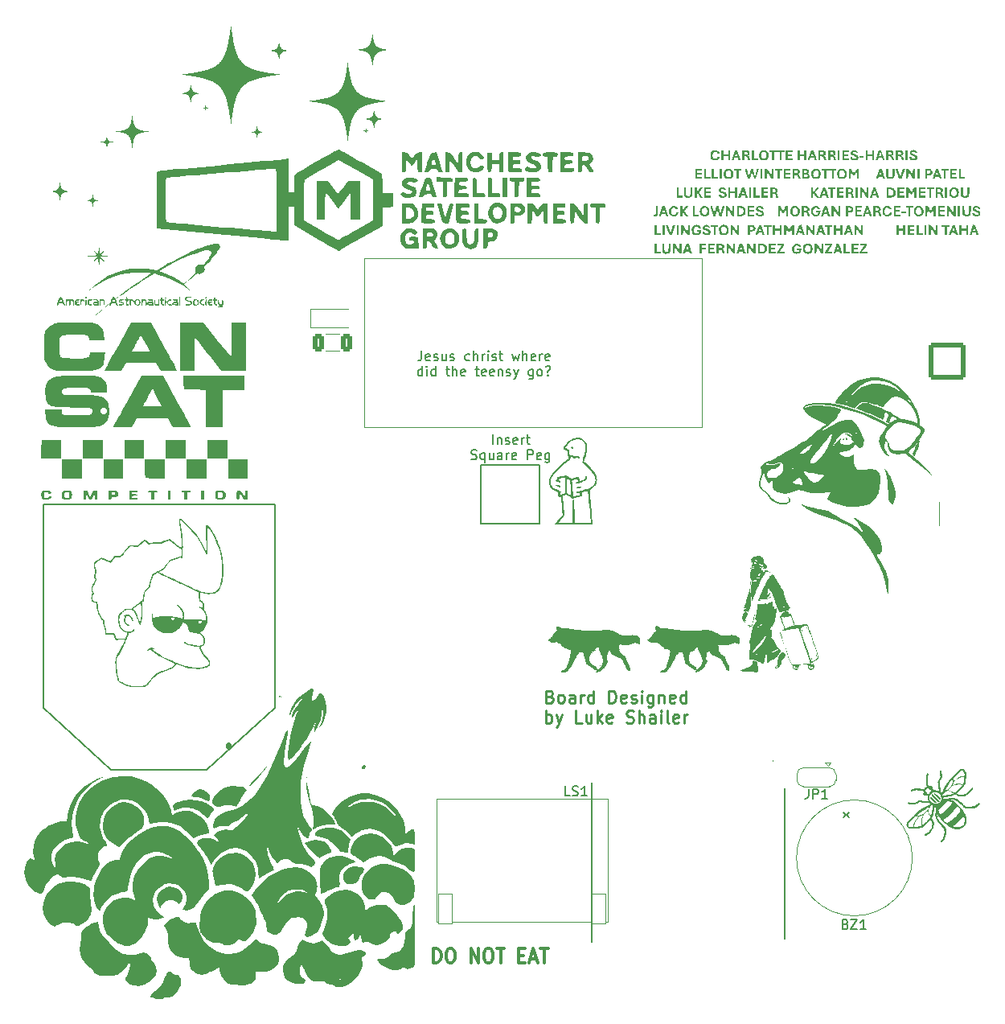
<source format=gbr>
%TF.GenerationSoftware,KiCad,Pcbnew,(6.0.5)*%
%TF.CreationDate,2024-11-08T16:15:15+00:00*%
%TF.ProjectId,Main Board,4d61696e-2042-46f6-9172-642e6b696361,rev?*%
%TF.SameCoordinates,Original*%
%TF.FileFunction,Legend,Top*%
%TF.FilePolarity,Positive*%
%FSLAX46Y46*%
G04 Gerber Fmt 4.6, Leading zero omitted, Abs format (unit mm)*
G04 Created by KiCad (PCBNEW (6.0.5)) date 2024-11-08 16:15:15*
%MOMM*%
%LPD*%
G01*
G04 APERTURE LIST*
G04 Aperture macros list*
%AMRoundRect*
0 Rectangle with rounded corners*
0 $1 Rounding radius*
0 $2 $3 $4 $5 $6 $7 $8 $9 X,Y pos of 4 corners*
0 Add a 4 corners polygon primitive as box body*
4,1,4,$2,$3,$4,$5,$6,$7,$8,$9,$2,$3,0*
0 Add four circle primitives for the rounded corners*
1,1,$1+$1,$2,$3*
1,1,$1+$1,$4,$5*
1,1,$1+$1,$6,$7*
1,1,$1+$1,$8,$9*
0 Add four rect primitives between the rounded corners*
20,1,$1+$1,$2,$3,$4,$5,0*
20,1,$1+$1,$4,$5,$6,$7,0*
20,1,$1+$1,$6,$7,$8,$9,0*
20,1,$1+$1,$8,$9,$2,$3,0*%
%AMHorizOval*
0 Thick line with rounded ends*
0 $1 width*
0 $2 $3 position (X,Y) of the first rounded end (center of the circle)*
0 $4 $5 position (X,Y) of the second rounded end (center of the circle)*
0 Add line between two ends*
20,1,$1,$2,$3,$4,$5,0*
0 Add two circle primitives to create the rounded ends*
1,1,$1,$2,$3*
1,1,$1,$4,$5*%
%AMRotRect*
0 Rectangle, with rotation*
0 The origin of the aperture is its center*
0 $1 length*
0 $2 width*
0 $3 Rotation angle, in degrees counterclockwise*
0 Add horizontal line*
21,1,$1,$2,0,0,$3*%
%AMFreePoly0*
4,1,22,0.550000,-0.750000,0.000000,-0.750000,0.000000,-0.745033,-0.079941,-0.743568,-0.215256,-0.701293,-0.333266,-0.622738,-0.424486,-0.514219,-0.481581,-0.384460,-0.499164,-0.250000,-0.500000,-0.250000,-0.500000,0.250000,-0.499164,0.250000,-0.499963,0.256109,-0.478152,0.396186,-0.417904,0.524511,-0.324060,0.630769,-0.204165,0.706417,-0.067858,0.745374,0.000000,0.744959,0.000000,0.750000,
0.550000,0.750000,0.550000,-0.750000,0.550000,-0.750000,$1*%
%AMFreePoly1*
4,1,20,0.000000,0.744959,0.073905,0.744508,0.209726,0.703889,0.328688,0.626782,0.421226,0.519385,0.479903,0.390333,0.500000,0.250000,0.500000,-0.250000,0.499851,-0.262216,0.476331,-0.402017,0.414519,-0.529596,0.319384,-0.634700,0.198574,-0.708877,0.061801,-0.746166,0.000000,-0.745033,0.000000,-0.750000,-0.550000,-0.750000,-0.550000,0.750000,0.000000,0.750000,0.000000,0.744959,
0.000000,0.744959,$1*%
G04 Aperture macros list end*
%ADD10C,0.150000*%
%ADD11C,0.250000*%
%ADD12C,0.300000*%
%ADD13C,0.120000*%
%ADD14C,0.200000*%
%ADD15C,0.100000*%
%ADD16C,1.000000*%
%ADD17RoundRect,0.250002X-1.699998X1.699998X-1.699998X-1.699998X1.699998X-1.699998X1.699998X1.699998X0*%
%ADD18C,3.900000*%
%ADD19FreePoly0,180.000000*%
%ADD20R,1.000000X1.500000*%
%ADD21FreePoly1,180.000000*%
%ADD22R,1.431000X1.431000*%
%ADD23C,1.431000*%
%ADD24R,0.900000X1.200000*%
%ADD25RotRect,2.000000X2.000000X315.000000*%
%ADD26C,2.000000*%
%ADD27O,3.000000X5.500000*%
%ADD28RoundRect,0.250000X-0.325000X-0.650000X0.325000X-0.650000X0.325000X0.650000X-0.325000X0.650000X0*%
%ADD29RoundRect,0.047059X0.752941X1.552941X-0.752941X1.552941X-0.752941X-1.552941X0.752941X-1.552941X0*%
%ADD30R,1.665000X1.665000*%
%ADD31C,1.665000*%
%ADD32RotRect,1.700000X1.700000X135.000000*%
%ADD33HorizOval,1.700000X0.000000X0.000000X0.000000X0.000000X0*%
%ADD34C,1.700000*%
%ADD35R,1.700000X1.700000*%
%ADD36O,1.700000X1.700000*%
%ADD37C,0.700000*%
%ADD38C,1.210000*%
G04 APERTURE END LIST*
D10*
X96925000Y-96925000D02*
X103075000Y-96925000D01*
X103075000Y-96925000D02*
X103075000Y-103075000D01*
X103075000Y-103075000D02*
X96925000Y-103075000D01*
X96925000Y-103075000D02*
X96925000Y-96925000D01*
D11*
X104205357Y-121260642D02*
X104391071Y-121322547D01*
X104452976Y-121384452D01*
X104514880Y-121508261D01*
X104514880Y-121693976D01*
X104452976Y-121817785D01*
X104391071Y-121879690D01*
X104267261Y-121941595D01*
X103772023Y-121941595D01*
X103772023Y-120641595D01*
X104205357Y-120641595D01*
X104329166Y-120703500D01*
X104391071Y-120765404D01*
X104452976Y-120889214D01*
X104452976Y-121013023D01*
X104391071Y-121136833D01*
X104329166Y-121198738D01*
X104205357Y-121260642D01*
X103772023Y-121260642D01*
X105257738Y-121941595D02*
X105133928Y-121879690D01*
X105072023Y-121817785D01*
X105010119Y-121693976D01*
X105010119Y-121322547D01*
X105072023Y-121198738D01*
X105133928Y-121136833D01*
X105257738Y-121074928D01*
X105443452Y-121074928D01*
X105567261Y-121136833D01*
X105629166Y-121198738D01*
X105691071Y-121322547D01*
X105691071Y-121693976D01*
X105629166Y-121817785D01*
X105567261Y-121879690D01*
X105443452Y-121941595D01*
X105257738Y-121941595D01*
X106805357Y-121941595D02*
X106805357Y-121260642D01*
X106743452Y-121136833D01*
X106619642Y-121074928D01*
X106372023Y-121074928D01*
X106248214Y-121136833D01*
X106805357Y-121879690D02*
X106681547Y-121941595D01*
X106372023Y-121941595D01*
X106248214Y-121879690D01*
X106186309Y-121755880D01*
X106186309Y-121632071D01*
X106248214Y-121508261D01*
X106372023Y-121446357D01*
X106681547Y-121446357D01*
X106805357Y-121384452D01*
X107424404Y-121941595D02*
X107424404Y-121074928D01*
X107424404Y-121322547D02*
X107486309Y-121198738D01*
X107548214Y-121136833D01*
X107672023Y-121074928D01*
X107795833Y-121074928D01*
X108786309Y-121941595D02*
X108786309Y-120641595D01*
X108786309Y-121879690D02*
X108662500Y-121941595D01*
X108414880Y-121941595D01*
X108291071Y-121879690D01*
X108229166Y-121817785D01*
X108167261Y-121693976D01*
X108167261Y-121322547D01*
X108229166Y-121198738D01*
X108291071Y-121136833D01*
X108414880Y-121074928D01*
X108662500Y-121074928D01*
X108786309Y-121136833D01*
X110395833Y-121941595D02*
X110395833Y-120641595D01*
X110705357Y-120641595D01*
X110891071Y-120703500D01*
X111014880Y-120827309D01*
X111076785Y-120951119D01*
X111138690Y-121198738D01*
X111138690Y-121384452D01*
X111076785Y-121632071D01*
X111014880Y-121755880D01*
X110891071Y-121879690D01*
X110705357Y-121941595D01*
X110395833Y-121941595D01*
X112191071Y-121879690D02*
X112067261Y-121941595D01*
X111819642Y-121941595D01*
X111695833Y-121879690D01*
X111633928Y-121755880D01*
X111633928Y-121260642D01*
X111695833Y-121136833D01*
X111819642Y-121074928D01*
X112067261Y-121074928D01*
X112191071Y-121136833D01*
X112252976Y-121260642D01*
X112252976Y-121384452D01*
X111633928Y-121508261D01*
X112748214Y-121879690D02*
X112872023Y-121941595D01*
X113119642Y-121941595D01*
X113243452Y-121879690D01*
X113305357Y-121755880D01*
X113305357Y-121693976D01*
X113243452Y-121570166D01*
X113119642Y-121508261D01*
X112933928Y-121508261D01*
X112810119Y-121446357D01*
X112748214Y-121322547D01*
X112748214Y-121260642D01*
X112810119Y-121136833D01*
X112933928Y-121074928D01*
X113119642Y-121074928D01*
X113243452Y-121136833D01*
X113862500Y-121941595D02*
X113862500Y-121074928D01*
X113862500Y-120641595D02*
X113800595Y-120703500D01*
X113862500Y-120765404D01*
X113924404Y-120703500D01*
X113862500Y-120641595D01*
X113862500Y-120765404D01*
X115038690Y-121074928D02*
X115038690Y-122127309D01*
X114976785Y-122251119D01*
X114914880Y-122313023D01*
X114791071Y-122374928D01*
X114605357Y-122374928D01*
X114481547Y-122313023D01*
X115038690Y-121879690D02*
X114914880Y-121941595D01*
X114667261Y-121941595D01*
X114543452Y-121879690D01*
X114481547Y-121817785D01*
X114419642Y-121693976D01*
X114419642Y-121322547D01*
X114481547Y-121198738D01*
X114543452Y-121136833D01*
X114667261Y-121074928D01*
X114914880Y-121074928D01*
X115038690Y-121136833D01*
X115657738Y-121074928D02*
X115657738Y-121941595D01*
X115657738Y-121198738D02*
X115719642Y-121136833D01*
X115843452Y-121074928D01*
X116029166Y-121074928D01*
X116152976Y-121136833D01*
X116214880Y-121260642D01*
X116214880Y-121941595D01*
X117329166Y-121879690D02*
X117205357Y-121941595D01*
X116957738Y-121941595D01*
X116833928Y-121879690D01*
X116772023Y-121755880D01*
X116772023Y-121260642D01*
X116833928Y-121136833D01*
X116957738Y-121074928D01*
X117205357Y-121074928D01*
X117329166Y-121136833D01*
X117391071Y-121260642D01*
X117391071Y-121384452D01*
X116772023Y-121508261D01*
X118505357Y-121941595D02*
X118505357Y-120641595D01*
X118505357Y-121879690D02*
X118381547Y-121941595D01*
X118133928Y-121941595D01*
X118010119Y-121879690D01*
X117948214Y-121817785D01*
X117886309Y-121693976D01*
X117886309Y-121322547D01*
X117948214Y-121198738D01*
X118010119Y-121136833D01*
X118133928Y-121074928D01*
X118381547Y-121074928D01*
X118505357Y-121136833D01*
X103772023Y-124034595D02*
X103772023Y-122734595D01*
X103772023Y-123229833D02*
X103895833Y-123167928D01*
X104143452Y-123167928D01*
X104267261Y-123229833D01*
X104329166Y-123291738D01*
X104391071Y-123415547D01*
X104391071Y-123786976D01*
X104329166Y-123910785D01*
X104267261Y-123972690D01*
X104143452Y-124034595D01*
X103895833Y-124034595D01*
X103772023Y-123972690D01*
X104824404Y-123167928D02*
X105133928Y-124034595D01*
X105443452Y-123167928D02*
X105133928Y-124034595D01*
X105010119Y-124344119D01*
X104948214Y-124406023D01*
X104824404Y-124467928D01*
X107548214Y-124034595D02*
X106929166Y-124034595D01*
X106929166Y-122734595D01*
X108538690Y-123167928D02*
X108538690Y-124034595D01*
X107981547Y-123167928D02*
X107981547Y-123848880D01*
X108043452Y-123972690D01*
X108167261Y-124034595D01*
X108352976Y-124034595D01*
X108476785Y-123972690D01*
X108538690Y-123910785D01*
X109157738Y-124034595D02*
X109157738Y-122734595D01*
X109281547Y-123539357D02*
X109652976Y-124034595D01*
X109652976Y-123167928D02*
X109157738Y-123663166D01*
X110705357Y-123972690D02*
X110581547Y-124034595D01*
X110333928Y-124034595D01*
X110210119Y-123972690D01*
X110148214Y-123848880D01*
X110148214Y-123353642D01*
X110210119Y-123229833D01*
X110333928Y-123167928D01*
X110581547Y-123167928D01*
X110705357Y-123229833D01*
X110767261Y-123353642D01*
X110767261Y-123477452D01*
X110148214Y-123601261D01*
X112252976Y-123972690D02*
X112438690Y-124034595D01*
X112748214Y-124034595D01*
X112872023Y-123972690D01*
X112933928Y-123910785D01*
X112995833Y-123786976D01*
X112995833Y-123663166D01*
X112933928Y-123539357D01*
X112872023Y-123477452D01*
X112748214Y-123415547D01*
X112500595Y-123353642D01*
X112376785Y-123291738D01*
X112314880Y-123229833D01*
X112252976Y-123106023D01*
X112252976Y-122982214D01*
X112314880Y-122858404D01*
X112376785Y-122796500D01*
X112500595Y-122734595D01*
X112810119Y-122734595D01*
X112995833Y-122796500D01*
X113552976Y-124034595D02*
X113552976Y-122734595D01*
X114110119Y-124034595D02*
X114110119Y-123353642D01*
X114048214Y-123229833D01*
X113924404Y-123167928D01*
X113738690Y-123167928D01*
X113614880Y-123229833D01*
X113552976Y-123291738D01*
X115286309Y-124034595D02*
X115286309Y-123353642D01*
X115224404Y-123229833D01*
X115100595Y-123167928D01*
X114852976Y-123167928D01*
X114729166Y-123229833D01*
X115286309Y-123972690D02*
X115162500Y-124034595D01*
X114852976Y-124034595D01*
X114729166Y-123972690D01*
X114667261Y-123848880D01*
X114667261Y-123725071D01*
X114729166Y-123601261D01*
X114852976Y-123539357D01*
X115162500Y-123539357D01*
X115286309Y-123477452D01*
X115905357Y-124034595D02*
X115905357Y-123167928D01*
X115905357Y-122734595D02*
X115843452Y-122796500D01*
X115905357Y-122858404D01*
X115967261Y-122796500D01*
X115905357Y-122734595D01*
X115905357Y-122858404D01*
X116710119Y-124034595D02*
X116586309Y-123972690D01*
X116524404Y-123848880D01*
X116524404Y-122734595D01*
X117700595Y-123972690D02*
X117576785Y-124034595D01*
X117329166Y-124034595D01*
X117205357Y-123972690D01*
X117143452Y-123848880D01*
X117143452Y-123353642D01*
X117205357Y-123229833D01*
X117329166Y-123167928D01*
X117576785Y-123167928D01*
X117700595Y-123229833D01*
X117762500Y-123353642D01*
X117762500Y-123477452D01*
X117143452Y-123601261D01*
X118319642Y-124034595D02*
X118319642Y-123167928D01*
X118319642Y-123415547D02*
X118381547Y-123291738D01*
X118443452Y-123229833D01*
X118567261Y-123167928D01*
X118691071Y-123167928D01*
D12*
X91916666Y-149298571D02*
X91916666Y-147798571D01*
X92250000Y-147798571D01*
X92450000Y-147870000D01*
X92583333Y-148012857D01*
X92650000Y-148155714D01*
X92716666Y-148441428D01*
X92716666Y-148655714D01*
X92650000Y-148941428D01*
X92583333Y-149084285D01*
X92450000Y-149227142D01*
X92250000Y-149298571D01*
X91916666Y-149298571D01*
X93583333Y-147798571D02*
X93850000Y-147798571D01*
X93983333Y-147870000D01*
X94116666Y-148012857D01*
X94183333Y-148298571D01*
X94183333Y-148798571D01*
X94116666Y-149084285D01*
X93983333Y-149227142D01*
X93850000Y-149298571D01*
X93583333Y-149298571D01*
X93450000Y-149227142D01*
X93316666Y-149084285D01*
X93250000Y-148798571D01*
X93250000Y-148298571D01*
X93316666Y-148012857D01*
X93450000Y-147870000D01*
X93583333Y-147798571D01*
X95850000Y-149298571D02*
X95850000Y-147798571D01*
X96650000Y-149298571D01*
X96650000Y-147798571D01*
X97583333Y-147798571D02*
X97850000Y-147798571D01*
X97983333Y-147870000D01*
X98116666Y-148012857D01*
X98183333Y-148298571D01*
X98183333Y-148798571D01*
X98116666Y-149084285D01*
X97983333Y-149227142D01*
X97850000Y-149298571D01*
X97583333Y-149298571D01*
X97450000Y-149227142D01*
X97316666Y-149084285D01*
X97250000Y-148798571D01*
X97250000Y-148298571D01*
X97316666Y-148012857D01*
X97450000Y-147870000D01*
X97583333Y-147798571D01*
X98583333Y-147798571D02*
X99383333Y-147798571D01*
X98983333Y-149298571D02*
X98983333Y-147798571D01*
X100916666Y-148512857D02*
X101383333Y-148512857D01*
X101583333Y-149298571D02*
X100916666Y-149298571D01*
X100916666Y-147798571D01*
X101583333Y-147798571D01*
X102116666Y-148870000D02*
X102783333Y-148870000D01*
X101983333Y-149298571D02*
X102450000Y-147798571D01*
X102916666Y-149298571D01*
X103183333Y-147798571D02*
X103983333Y-147798571D01*
X103583333Y-149298571D02*
X103583333Y-147798571D01*
D10*
X90678571Y-84897380D02*
X90678571Y-85611666D01*
X90630952Y-85754523D01*
X90535714Y-85849761D01*
X90392857Y-85897380D01*
X90297619Y-85897380D01*
X91535714Y-85849761D02*
X91440476Y-85897380D01*
X91250000Y-85897380D01*
X91154761Y-85849761D01*
X91107142Y-85754523D01*
X91107142Y-85373571D01*
X91154761Y-85278333D01*
X91250000Y-85230714D01*
X91440476Y-85230714D01*
X91535714Y-85278333D01*
X91583333Y-85373571D01*
X91583333Y-85468809D01*
X91107142Y-85564047D01*
X91964285Y-85849761D02*
X92059523Y-85897380D01*
X92250000Y-85897380D01*
X92345238Y-85849761D01*
X92392857Y-85754523D01*
X92392857Y-85706904D01*
X92345238Y-85611666D01*
X92250000Y-85564047D01*
X92107142Y-85564047D01*
X92011904Y-85516428D01*
X91964285Y-85421190D01*
X91964285Y-85373571D01*
X92011904Y-85278333D01*
X92107142Y-85230714D01*
X92250000Y-85230714D01*
X92345238Y-85278333D01*
X93250000Y-85230714D02*
X93250000Y-85897380D01*
X92821428Y-85230714D02*
X92821428Y-85754523D01*
X92869047Y-85849761D01*
X92964285Y-85897380D01*
X93107142Y-85897380D01*
X93202380Y-85849761D01*
X93250000Y-85802142D01*
X93678571Y-85849761D02*
X93773809Y-85897380D01*
X93964285Y-85897380D01*
X94059523Y-85849761D01*
X94107142Y-85754523D01*
X94107142Y-85706904D01*
X94059523Y-85611666D01*
X93964285Y-85564047D01*
X93821428Y-85564047D01*
X93726190Y-85516428D01*
X93678571Y-85421190D01*
X93678571Y-85373571D01*
X93726190Y-85278333D01*
X93821428Y-85230714D01*
X93964285Y-85230714D01*
X94059523Y-85278333D01*
X95726190Y-85849761D02*
X95630952Y-85897380D01*
X95440476Y-85897380D01*
X95345238Y-85849761D01*
X95297619Y-85802142D01*
X95250000Y-85706904D01*
X95250000Y-85421190D01*
X95297619Y-85325952D01*
X95345238Y-85278333D01*
X95440476Y-85230714D01*
X95630952Y-85230714D01*
X95726190Y-85278333D01*
X96154761Y-85897380D02*
X96154761Y-84897380D01*
X96583333Y-85897380D02*
X96583333Y-85373571D01*
X96535714Y-85278333D01*
X96440476Y-85230714D01*
X96297619Y-85230714D01*
X96202380Y-85278333D01*
X96154761Y-85325952D01*
X97059523Y-85897380D02*
X97059523Y-85230714D01*
X97059523Y-85421190D02*
X97107142Y-85325952D01*
X97154761Y-85278333D01*
X97250000Y-85230714D01*
X97345238Y-85230714D01*
X97678571Y-85897380D02*
X97678571Y-85230714D01*
X97678571Y-84897380D02*
X97630952Y-84945000D01*
X97678571Y-84992619D01*
X97726190Y-84945000D01*
X97678571Y-84897380D01*
X97678571Y-84992619D01*
X98107142Y-85849761D02*
X98202380Y-85897380D01*
X98392857Y-85897380D01*
X98488095Y-85849761D01*
X98535714Y-85754523D01*
X98535714Y-85706904D01*
X98488095Y-85611666D01*
X98392857Y-85564047D01*
X98250000Y-85564047D01*
X98154761Y-85516428D01*
X98107142Y-85421190D01*
X98107142Y-85373571D01*
X98154761Y-85278333D01*
X98250000Y-85230714D01*
X98392857Y-85230714D01*
X98488095Y-85278333D01*
X98821428Y-85230714D02*
X99202380Y-85230714D01*
X98964285Y-84897380D02*
X98964285Y-85754523D01*
X99011904Y-85849761D01*
X99107142Y-85897380D01*
X99202380Y-85897380D01*
X100202380Y-85230714D02*
X100392857Y-85897380D01*
X100583333Y-85421190D01*
X100773809Y-85897380D01*
X100964285Y-85230714D01*
X101345238Y-85897380D02*
X101345238Y-84897380D01*
X101773809Y-85897380D02*
X101773809Y-85373571D01*
X101726190Y-85278333D01*
X101630952Y-85230714D01*
X101488095Y-85230714D01*
X101392857Y-85278333D01*
X101345238Y-85325952D01*
X102630952Y-85849761D02*
X102535714Y-85897380D01*
X102345238Y-85897380D01*
X102250000Y-85849761D01*
X102202380Y-85754523D01*
X102202380Y-85373571D01*
X102250000Y-85278333D01*
X102345238Y-85230714D01*
X102535714Y-85230714D01*
X102630952Y-85278333D01*
X102678571Y-85373571D01*
X102678571Y-85468809D01*
X102202380Y-85564047D01*
X103107142Y-85897380D02*
X103107142Y-85230714D01*
X103107142Y-85421190D02*
X103154761Y-85325952D01*
X103202380Y-85278333D01*
X103297619Y-85230714D01*
X103392857Y-85230714D01*
X104107142Y-85849761D02*
X104011904Y-85897380D01*
X103821428Y-85897380D01*
X103726190Y-85849761D01*
X103678571Y-85754523D01*
X103678571Y-85373571D01*
X103726190Y-85278333D01*
X103821428Y-85230714D01*
X104011904Y-85230714D01*
X104107142Y-85278333D01*
X104154761Y-85373571D01*
X104154761Y-85468809D01*
X103678571Y-85564047D01*
X90750000Y-87507380D02*
X90750000Y-86507380D01*
X90750000Y-87459761D02*
X90654761Y-87507380D01*
X90464285Y-87507380D01*
X90369047Y-87459761D01*
X90321428Y-87412142D01*
X90273809Y-87316904D01*
X90273809Y-87031190D01*
X90321428Y-86935952D01*
X90369047Y-86888333D01*
X90464285Y-86840714D01*
X90654761Y-86840714D01*
X90750000Y-86888333D01*
X91226190Y-87507380D02*
X91226190Y-86840714D01*
X91226190Y-86507380D02*
X91178571Y-86555000D01*
X91226190Y-86602619D01*
X91273809Y-86555000D01*
X91226190Y-86507380D01*
X91226190Y-86602619D01*
X92130952Y-87507380D02*
X92130952Y-86507380D01*
X92130952Y-87459761D02*
X92035714Y-87507380D01*
X91845238Y-87507380D01*
X91750000Y-87459761D01*
X91702380Y-87412142D01*
X91654761Y-87316904D01*
X91654761Y-87031190D01*
X91702380Y-86935952D01*
X91750000Y-86888333D01*
X91845238Y-86840714D01*
X92035714Y-86840714D01*
X92130952Y-86888333D01*
X93226190Y-86840714D02*
X93607142Y-86840714D01*
X93369047Y-86507380D02*
X93369047Y-87364523D01*
X93416666Y-87459761D01*
X93511904Y-87507380D01*
X93607142Y-87507380D01*
X93940476Y-87507380D02*
X93940476Y-86507380D01*
X94369047Y-87507380D02*
X94369047Y-86983571D01*
X94321428Y-86888333D01*
X94226190Y-86840714D01*
X94083333Y-86840714D01*
X93988095Y-86888333D01*
X93940476Y-86935952D01*
X95226190Y-87459761D02*
X95130952Y-87507380D01*
X94940476Y-87507380D01*
X94845238Y-87459761D01*
X94797619Y-87364523D01*
X94797619Y-86983571D01*
X94845238Y-86888333D01*
X94940476Y-86840714D01*
X95130952Y-86840714D01*
X95226190Y-86888333D01*
X95273809Y-86983571D01*
X95273809Y-87078809D01*
X94797619Y-87174047D01*
X96321428Y-86840714D02*
X96702380Y-86840714D01*
X96464285Y-86507380D02*
X96464285Y-87364523D01*
X96511904Y-87459761D01*
X96607142Y-87507380D01*
X96702380Y-87507380D01*
X97416666Y-87459761D02*
X97321428Y-87507380D01*
X97130952Y-87507380D01*
X97035714Y-87459761D01*
X96988095Y-87364523D01*
X96988095Y-86983571D01*
X97035714Y-86888333D01*
X97130952Y-86840714D01*
X97321428Y-86840714D01*
X97416666Y-86888333D01*
X97464285Y-86983571D01*
X97464285Y-87078809D01*
X96988095Y-87174047D01*
X98273809Y-87459761D02*
X98178571Y-87507380D01*
X97988095Y-87507380D01*
X97892857Y-87459761D01*
X97845238Y-87364523D01*
X97845238Y-86983571D01*
X97892857Y-86888333D01*
X97988095Y-86840714D01*
X98178571Y-86840714D01*
X98273809Y-86888333D01*
X98321428Y-86983571D01*
X98321428Y-87078809D01*
X97845238Y-87174047D01*
X98750000Y-86840714D02*
X98750000Y-87507380D01*
X98750000Y-86935952D02*
X98797619Y-86888333D01*
X98892857Y-86840714D01*
X99035714Y-86840714D01*
X99130952Y-86888333D01*
X99178571Y-86983571D01*
X99178571Y-87507380D01*
X99607142Y-87459761D02*
X99702380Y-87507380D01*
X99892857Y-87507380D01*
X99988095Y-87459761D01*
X100035714Y-87364523D01*
X100035714Y-87316904D01*
X99988095Y-87221666D01*
X99892857Y-87174047D01*
X99750000Y-87174047D01*
X99654761Y-87126428D01*
X99607142Y-87031190D01*
X99607142Y-86983571D01*
X99654761Y-86888333D01*
X99750000Y-86840714D01*
X99892857Y-86840714D01*
X99988095Y-86888333D01*
X100369047Y-86840714D02*
X100607142Y-87507380D01*
X100845238Y-86840714D02*
X100607142Y-87507380D01*
X100511904Y-87745476D01*
X100464285Y-87793095D01*
X100369047Y-87840714D01*
X102416666Y-86840714D02*
X102416666Y-87650238D01*
X102369047Y-87745476D01*
X102321428Y-87793095D01*
X102226190Y-87840714D01*
X102083333Y-87840714D01*
X101988095Y-87793095D01*
X102416666Y-87459761D02*
X102321428Y-87507380D01*
X102130952Y-87507380D01*
X102035714Y-87459761D01*
X101988095Y-87412142D01*
X101940476Y-87316904D01*
X101940476Y-87031190D01*
X101988095Y-86935952D01*
X102035714Y-86888333D01*
X102130952Y-86840714D01*
X102321428Y-86840714D01*
X102416666Y-86888333D01*
X103035714Y-87507380D02*
X102940476Y-87459761D01*
X102892857Y-87412142D01*
X102845238Y-87316904D01*
X102845238Y-87031190D01*
X102892857Y-86935952D01*
X102940476Y-86888333D01*
X103035714Y-86840714D01*
X103178571Y-86840714D01*
X103273809Y-86888333D01*
X103321428Y-86935952D01*
X103369047Y-87031190D01*
X103369047Y-87316904D01*
X103321428Y-87412142D01*
X103273809Y-87459761D01*
X103178571Y-87507380D01*
X103035714Y-87507380D01*
X103940476Y-87412142D02*
X103988095Y-87459761D01*
X103940476Y-87507380D01*
X103892857Y-87459761D01*
X103940476Y-87412142D01*
X103940476Y-87507380D01*
X103750000Y-86555000D02*
X103845238Y-86507380D01*
X104083333Y-86507380D01*
X104178571Y-86555000D01*
X104226190Y-86650238D01*
X104226190Y-86745476D01*
X104178571Y-86840714D01*
X104130952Y-86888333D01*
X104035714Y-86935952D01*
X103988095Y-86983571D01*
X103940476Y-87078809D01*
X103940476Y-87126428D01*
X98169047Y-94697380D02*
X98169047Y-93697380D01*
X98645238Y-94030714D02*
X98645238Y-94697380D01*
X98645238Y-94125952D02*
X98692857Y-94078333D01*
X98788095Y-94030714D01*
X98930952Y-94030714D01*
X99026190Y-94078333D01*
X99073809Y-94173571D01*
X99073809Y-94697380D01*
X99502380Y-94649761D02*
X99597619Y-94697380D01*
X99788095Y-94697380D01*
X99883333Y-94649761D01*
X99930952Y-94554523D01*
X99930952Y-94506904D01*
X99883333Y-94411666D01*
X99788095Y-94364047D01*
X99645238Y-94364047D01*
X99550000Y-94316428D01*
X99502380Y-94221190D01*
X99502380Y-94173571D01*
X99550000Y-94078333D01*
X99645238Y-94030714D01*
X99788095Y-94030714D01*
X99883333Y-94078333D01*
X100740476Y-94649761D02*
X100645238Y-94697380D01*
X100454761Y-94697380D01*
X100359523Y-94649761D01*
X100311904Y-94554523D01*
X100311904Y-94173571D01*
X100359523Y-94078333D01*
X100454761Y-94030714D01*
X100645238Y-94030714D01*
X100740476Y-94078333D01*
X100788095Y-94173571D01*
X100788095Y-94268809D01*
X100311904Y-94364047D01*
X101216666Y-94697380D02*
X101216666Y-94030714D01*
X101216666Y-94221190D02*
X101264285Y-94125952D01*
X101311904Y-94078333D01*
X101407142Y-94030714D01*
X101502380Y-94030714D01*
X101692857Y-94030714D02*
X102073809Y-94030714D01*
X101835714Y-93697380D02*
X101835714Y-94554523D01*
X101883333Y-94649761D01*
X101978571Y-94697380D01*
X102073809Y-94697380D01*
X95907142Y-96259761D02*
X96050000Y-96307380D01*
X96288095Y-96307380D01*
X96383333Y-96259761D01*
X96430952Y-96212142D01*
X96478571Y-96116904D01*
X96478571Y-96021666D01*
X96430952Y-95926428D01*
X96383333Y-95878809D01*
X96288095Y-95831190D01*
X96097619Y-95783571D01*
X96002380Y-95735952D01*
X95954761Y-95688333D01*
X95907142Y-95593095D01*
X95907142Y-95497857D01*
X95954761Y-95402619D01*
X96002380Y-95355000D01*
X96097619Y-95307380D01*
X96335714Y-95307380D01*
X96478571Y-95355000D01*
X97335714Y-95640714D02*
X97335714Y-96640714D01*
X97335714Y-96259761D02*
X97240476Y-96307380D01*
X97050000Y-96307380D01*
X96954761Y-96259761D01*
X96907142Y-96212142D01*
X96859523Y-96116904D01*
X96859523Y-95831190D01*
X96907142Y-95735952D01*
X96954761Y-95688333D01*
X97050000Y-95640714D01*
X97240476Y-95640714D01*
X97335714Y-95688333D01*
X98240476Y-95640714D02*
X98240476Y-96307380D01*
X97811904Y-95640714D02*
X97811904Y-96164523D01*
X97859523Y-96259761D01*
X97954761Y-96307380D01*
X98097619Y-96307380D01*
X98192857Y-96259761D01*
X98240476Y-96212142D01*
X99145238Y-96307380D02*
X99145238Y-95783571D01*
X99097619Y-95688333D01*
X99002380Y-95640714D01*
X98811904Y-95640714D01*
X98716666Y-95688333D01*
X99145238Y-96259761D02*
X99050000Y-96307380D01*
X98811904Y-96307380D01*
X98716666Y-96259761D01*
X98669047Y-96164523D01*
X98669047Y-96069285D01*
X98716666Y-95974047D01*
X98811904Y-95926428D01*
X99050000Y-95926428D01*
X99145238Y-95878809D01*
X99621428Y-96307380D02*
X99621428Y-95640714D01*
X99621428Y-95831190D02*
X99669047Y-95735952D01*
X99716666Y-95688333D01*
X99811904Y-95640714D01*
X99907142Y-95640714D01*
X100621428Y-96259761D02*
X100526190Y-96307380D01*
X100335714Y-96307380D01*
X100240476Y-96259761D01*
X100192857Y-96164523D01*
X100192857Y-95783571D01*
X100240476Y-95688333D01*
X100335714Y-95640714D01*
X100526190Y-95640714D01*
X100621428Y-95688333D01*
X100669047Y-95783571D01*
X100669047Y-95878809D01*
X100192857Y-95974047D01*
X101859523Y-96307380D02*
X101859523Y-95307380D01*
X102240476Y-95307380D01*
X102335714Y-95355000D01*
X102383333Y-95402619D01*
X102430952Y-95497857D01*
X102430952Y-95640714D01*
X102383333Y-95735952D01*
X102335714Y-95783571D01*
X102240476Y-95831190D01*
X101859523Y-95831190D01*
X103240476Y-96259761D02*
X103145238Y-96307380D01*
X102954761Y-96307380D01*
X102859523Y-96259761D01*
X102811904Y-96164523D01*
X102811904Y-95783571D01*
X102859523Y-95688333D01*
X102954761Y-95640714D01*
X103145238Y-95640714D01*
X103240476Y-95688333D01*
X103288095Y-95783571D01*
X103288095Y-95878809D01*
X102811904Y-95974047D01*
X104145238Y-95640714D02*
X104145238Y-96450238D01*
X104097619Y-96545476D01*
X104050000Y-96593095D01*
X103954761Y-96640714D01*
X103811904Y-96640714D01*
X103716666Y-96593095D01*
X104145238Y-96259761D02*
X104050000Y-96307380D01*
X103859523Y-96307380D01*
X103764285Y-96259761D01*
X103716666Y-96212142D01*
X103669047Y-96116904D01*
X103669047Y-95831190D01*
X103716666Y-95735952D01*
X103764285Y-95688333D01*
X103859523Y-95640714D01*
X104050000Y-95640714D01*
X104145238Y-95688333D01*
%TO.C,JP1*%
X131416666Y-131002380D02*
X131416666Y-131716666D01*
X131369047Y-131859523D01*
X131273809Y-131954761D01*
X131130952Y-132002380D01*
X131035714Y-132002380D01*
X131892857Y-132002380D02*
X131892857Y-131002380D01*
X132273809Y-131002380D01*
X132369047Y-131050000D01*
X132416666Y-131097619D01*
X132464285Y-131192857D01*
X132464285Y-131335714D01*
X132416666Y-131430952D01*
X132369047Y-131478571D01*
X132273809Y-131526190D01*
X131892857Y-131526190D01*
X133416666Y-132002380D02*
X132845238Y-132002380D01*
X133130952Y-132002380D02*
X133130952Y-131002380D01*
X133035714Y-131145238D01*
X132940476Y-131240476D01*
X132845238Y-131288095D01*
%TO.C,BZ1*%
X135319047Y-145228571D02*
X135461904Y-145276190D01*
X135509523Y-145323809D01*
X135557142Y-145419047D01*
X135557142Y-145561904D01*
X135509523Y-145657142D01*
X135461904Y-145704761D01*
X135366666Y-145752380D01*
X134985714Y-145752380D01*
X134985714Y-144752380D01*
X135319047Y-144752380D01*
X135414285Y-144800000D01*
X135461904Y-144847619D01*
X135509523Y-144942857D01*
X135509523Y-145038095D01*
X135461904Y-145133333D01*
X135414285Y-145180952D01*
X135319047Y-145228571D01*
X134985714Y-145228571D01*
X135890476Y-144752380D02*
X136557142Y-144752380D01*
X135890476Y-145752380D01*
X136557142Y-145752380D01*
X137461904Y-145752380D02*
X136890476Y-145752380D01*
X137176190Y-145752380D02*
X137176190Y-144752380D01*
X137080952Y-144895238D01*
X136985714Y-144990476D01*
X136890476Y-145038095D01*
X135671855Y-133978738D02*
X135133107Y-133439990D01*
X135671855Y-133439990D02*
X135133107Y-133978738D01*
%TO.C,LS1*%
X106282142Y-131702380D02*
X105805952Y-131702380D01*
X105805952Y-130702380D01*
X106567857Y-131654761D02*
X106710714Y-131702380D01*
X106948809Y-131702380D01*
X107044047Y-131654761D01*
X107091666Y-131607142D01*
X107139285Y-131511904D01*
X107139285Y-131416666D01*
X107091666Y-131321428D01*
X107044047Y-131273809D01*
X106948809Y-131226190D01*
X106758333Y-131178571D01*
X106663095Y-131130952D01*
X106615476Y-131083333D01*
X106567857Y-130988095D01*
X106567857Y-130892857D01*
X106615476Y-130797619D01*
X106663095Y-130750000D01*
X106758333Y-130702380D01*
X106996428Y-130702380D01*
X107139285Y-130750000D01*
X108091666Y-131702380D02*
X107520238Y-131702380D01*
X107805952Y-131702380D02*
X107805952Y-130702380D01*
X107710714Y-130845238D01*
X107615476Y-130940476D01*
X107520238Y-130988095D01*
%TO.C,G\u002A\u002A\u002A*%
G36*
X52595946Y-67061253D02*
G01*
X52596107Y-67062305D01*
X52596342Y-67063939D01*
X52596639Y-67066074D01*
X52596987Y-67068628D01*
X52597375Y-67071521D01*
X52597791Y-67074672D01*
X52597887Y-67075403D01*
X52601357Y-67101703D01*
X52604796Y-67127265D01*
X52608203Y-67152087D01*
X52611579Y-67176167D01*
X52614923Y-67199506D01*
X52618235Y-67222102D01*
X52621514Y-67243953D01*
X52624762Y-67265059D01*
X52627976Y-67285419D01*
X52631158Y-67305030D01*
X52632591Y-67313684D01*
X52636693Y-67337828D01*
X52640826Y-67361241D01*
X52644995Y-67383943D01*
X52649207Y-67405954D01*
X52653465Y-67427292D01*
X52657775Y-67447977D01*
X52662142Y-67468028D01*
X52666572Y-67487464D01*
X52671068Y-67506304D01*
X52675637Y-67524569D01*
X52680283Y-67542276D01*
X52685012Y-67559445D01*
X52689828Y-67576096D01*
X52694737Y-67592248D01*
X52699743Y-67607920D01*
X52704852Y-67623131D01*
X52710069Y-67637900D01*
X52715399Y-67652247D01*
X52720847Y-67666191D01*
X52726418Y-67679752D01*
X52732117Y-67692948D01*
X52733495Y-67696043D01*
X52735130Y-67699627D01*
X52737044Y-67703714D01*
X52739178Y-67708187D01*
X52741476Y-67712930D01*
X52743880Y-67717826D01*
X52746331Y-67722761D01*
X52748772Y-67727617D01*
X52751146Y-67732279D01*
X52753394Y-67736630D01*
X52755459Y-67740555D01*
X52757284Y-67743938D01*
X52757627Y-67744561D01*
X52767267Y-67761362D01*
X52777258Y-67777513D01*
X52787619Y-67793037D01*
X52798369Y-67807957D01*
X52809525Y-67822295D01*
X52821107Y-67836073D01*
X52833134Y-67849315D01*
X52845624Y-67862043D01*
X52858595Y-67874280D01*
X52872067Y-67886049D01*
X52879502Y-67892172D01*
X52891563Y-67901594D01*
X52904064Y-67910743D01*
X52917021Y-67919628D01*
X52930450Y-67928253D01*
X52944367Y-67936627D01*
X52958788Y-67944756D01*
X52973729Y-67952648D01*
X52989206Y-67960308D01*
X53005235Y-67967744D01*
X53021833Y-67974963D01*
X53039014Y-67981972D01*
X53056796Y-67988777D01*
X53075195Y-67995385D01*
X53094225Y-68001804D01*
X53113905Y-68008040D01*
X53134248Y-68014100D01*
X53155273Y-68019991D01*
X53176994Y-68025720D01*
X53199427Y-68031294D01*
X53209503Y-68033693D01*
X53222419Y-68036686D01*
X53235557Y-68039643D01*
X53248940Y-68042568D01*
X53262592Y-68045467D01*
X53276536Y-68048341D01*
X53290795Y-68051196D01*
X53305393Y-68054035D01*
X53320353Y-68056862D01*
X53335698Y-68059681D01*
X53351452Y-68062496D01*
X53367637Y-68065310D01*
X53384278Y-68068129D01*
X53401397Y-68070955D01*
X53419019Y-68073793D01*
X53437165Y-68076647D01*
X53455860Y-68079520D01*
X53475126Y-68082416D01*
X53494988Y-68085339D01*
X53515468Y-68088294D01*
X53536590Y-68091284D01*
X53558377Y-68094313D01*
X53580852Y-68097385D01*
X53604039Y-68100504D01*
X53617403Y-68102280D01*
X53622731Y-68102991D01*
X53627321Y-68103616D01*
X53631178Y-68104156D01*
X53634309Y-68104611D01*
X53636721Y-68104983D01*
X53638419Y-68105273D01*
X53639410Y-68105481D01*
X53639701Y-68105609D01*
X53639630Y-68105636D01*
X53638918Y-68105746D01*
X53637573Y-68105936D01*
X53635706Y-68106191D01*
X53633429Y-68106495D01*
X53630854Y-68106834D01*
X53628091Y-68107193D01*
X53628005Y-68107204D01*
X53604153Y-68110311D01*
X53580583Y-68113451D01*
X53557331Y-68116618D01*
X53534431Y-68119807D01*
X53511921Y-68123013D01*
X53489835Y-68126230D01*
X53468209Y-68129453D01*
X53447079Y-68132676D01*
X53426480Y-68135894D01*
X53406449Y-68139102D01*
X53387020Y-68142294D01*
X53368230Y-68145465D01*
X53350114Y-68148610D01*
X53332708Y-68151722D01*
X53331004Y-68152032D01*
X53306438Y-68156614D01*
X53282602Y-68161274D01*
X53259482Y-68166019D01*
X53237059Y-68170855D01*
X53215319Y-68175787D01*
X53194246Y-68180821D01*
X53173824Y-68185962D01*
X53154036Y-68191218D01*
X53134867Y-68196593D01*
X53116301Y-68202093D01*
X53098322Y-68207724D01*
X53080914Y-68213492D01*
X53064060Y-68219402D01*
X53047746Y-68225461D01*
X53031954Y-68231674D01*
X53016670Y-68238047D01*
X53001877Y-68244585D01*
X52987559Y-68251295D01*
X52973700Y-68258182D01*
X52960284Y-68265252D01*
X52947296Y-68272511D01*
X52934719Y-68279965D01*
X52922538Y-68287618D01*
X52910736Y-68295478D01*
X52899297Y-68303550D01*
X52888206Y-68311840D01*
X52886707Y-68312997D01*
X52872155Y-68324740D01*
X52858147Y-68336991D01*
X52844669Y-68349763D01*
X52831710Y-68363068D01*
X52819258Y-68376919D01*
X52807301Y-68391328D01*
X52795826Y-68406308D01*
X52793134Y-68410002D01*
X52784600Y-68422193D01*
X52776305Y-68434796D01*
X52768243Y-68447827D01*
X52760407Y-68461305D01*
X52752789Y-68475247D01*
X52745383Y-68489670D01*
X52738183Y-68504593D01*
X52731180Y-68520032D01*
X52724369Y-68536006D01*
X52717743Y-68552531D01*
X52711293Y-68569626D01*
X52705015Y-68587308D01*
X52698901Y-68605594D01*
X52692943Y-68624503D01*
X52687136Y-68644051D01*
X52681471Y-68664257D01*
X52675944Y-68685137D01*
X52670545Y-68706710D01*
X52665269Y-68728993D01*
X52661067Y-68747637D01*
X52658087Y-68761358D01*
X52655130Y-68775385D01*
X52652194Y-68789738D01*
X52649274Y-68804441D01*
X52646368Y-68819516D01*
X52643471Y-68834985D01*
X52640579Y-68850871D01*
X52637690Y-68867195D01*
X52634800Y-68883980D01*
X52631904Y-68901249D01*
X52628999Y-68919023D01*
X52626082Y-68937324D01*
X52623149Y-68956176D01*
X52620196Y-68975601D01*
X52617220Y-68995620D01*
X52614217Y-69016256D01*
X52611183Y-69037531D01*
X52608114Y-69059468D01*
X52605008Y-69082088D01*
X52601860Y-69105415D01*
X52598992Y-69126999D01*
X52598454Y-69131067D01*
X52597943Y-69134910D01*
X52597468Y-69138464D01*
X52597036Y-69141665D01*
X52596658Y-69144449D01*
X52596342Y-69146754D01*
X52596095Y-69148515D01*
X52595928Y-69149668D01*
X52595848Y-69150151D01*
X52595844Y-69150162D01*
X52595760Y-69149853D01*
X52595603Y-69148933D01*
X52595395Y-69147533D01*
X52595155Y-69145785D01*
X52595091Y-69145293D01*
X52591589Y-69118578D01*
X52588117Y-69092596D01*
X52584672Y-69067331D01*
X52581251Y-69042766D01*
X52577850Y-69018887D01*
X52574467Y-68995676D01*
X52571098Y-68973118D01*
X52567739Y-68951196D01*
X52564388Y-68929894D01*
X52561042Y-68909196D01*
X52557696Y-68889087D01*
X52554349Y-68869549D01*
X52550996Y-68850567D01*
X52547635Y-68832124D01*
X52544262Y-68814205D01*
X52540875Y-68796794D01*
X52537469Y-68779873D01*
X52534042Y-68763428D01*
X52530590Y-68747442D01*
X52527110Y-68731898D01*
X52523600Y-68716781D01*
X52520055Y-68702075D01*
X52516473Y-68687763D01*
X52512850Y-68673830D01*
X52509184Y-68660259D01*
X52505470Y-68647034D01*
X52501706Y-68634139D01*
X52497888Y-68621557D01*
X52494014Y-68609274D01*
X52490080Y-68597272D01*
X52486083Y-68585535D01*
X52482019Y-68574048D01*
X52480047Y-68568628D01*
X52472550Y-68548917D01*
X52464772Y-68529890D01*
X52456705Y-68511530D01*
X52448339Y-68493820D01*
X52439666Y-68476745D01*
X52430674Y-68460287D01*
X52421355Y-68444431D01*
X52411700Y-68429161D01*
X52401699Y-68414459D01*
X52391342Y-68400311D01*
X52380620Y-68386698D01*
X52369523Y-68373606D01*
X52361949Y-68365198D01*
X52350499Y-68353232D01*
X52338590Y-68341653D01*
X52326207Y-68330451D01*
X52313331Y-68319617D01*
X52299949Y-68309140D01*
X52286043Y-68299012D01*
X52271599Y-68289224D01*
X52256598Y-68279764D01*
X52241027Y-68270625D01*
X52224868Y-68261797D01*
X52208105Y-68253269D01*
X52190723Y-68245034D01*
X52172706Y-68237080D01*
X52154037Y-68229399D01*
X52134700Y-68221981D01*
X52114680Y-68214816D01*
X52099310Y-68209638D01*
X52087204Y-68205735D01*
X52074830Y-68201894D01*
X52062170Y-68198110D01*
X52049207Y-68194379D01*
X52035924Y-68190700D01*
X52022303Y-68187067D01*
X52008327Y-68183479D01*
X51993979Y-68179930D01*
X51979240Y-68176419D01*
X51964095Y-68172942D01*
X51948524Y-68169495D01*
X51932512Y-68166075D01*
X51916040Y-68162679D01*
X51899091Y-68159303D01*
X51881647Y-68155943D01*
X51863692Y-68152598D01*
X51845208Y-68149262D01*
X51826178Y-68145933D01*
X51806583Y-68142608D01*
X51786407Y-68139283D01*
X51765632Y-68135954D01*
X51744241Y-68132618D01*
X51722217Y-68129273D01*
X51699542Y-68125914D01*
X51676198Y-68122538D01*
X51652168Y-68119142D01*
X51627436Y-68115722D01*
X51601983Y-68112276D01*
X51584995Y-68110013D01*
X51579210Y-68109247D01*
X51574124Y-68108574D01*
X51569690Y-68107986D01*
X51565866Y-68107479D01*
X51562604Y-68107045D01*
X51559861Y-68106679D01*
X51557590Y-68106374D01*
X51555748Y-68106125D01*
X51554289Y-68105925D01*
X51553168Y-68105768D01*
X51552339Y-68105649D01*
X51551758Y-68105560D01*
X51551380Y-68105496D01*
X51551160Y-68105451D01*
X51551052Y-68105418D01*
X51551015Y-68105395D01*
X51551325Y-68105313D01*
X51552251Y-68105160D01*
X51553666Y-68104956D01*
X51555440Y-68104721D01*
X51556231Y-68104621D01*
X51558362Y-68104350D01*
X51561166Y-68103988D01*
X51564572Y-68103544D01*
X51568511Y-68103026D01*
X51572911Y-68102445D01*
X51577703Y-68101809D01*
X51582816Y-68101129D01*
X51588180Y-68100413D01*
X51593724Y-68099672D01*
X51599379Y-68098913D01*
X51605074Y-68098148D01*
X51610739Y-68097385D01*
X51616303Y-68096634D01*
X51621696Y-68095903D01*
X51626847Y-68095203D01*
X51631687Y-68094544D01*
X51636145Y-68093933D01*
X51640151Y-68093382D01*
X51640683Y-68093308D01*
X51665105Y-68089893D01*
X51688798Y-68086505D01*
X51711785Y-68083140D01*
X51734086Y-68079794D01*
X51755723Y-68076463D01*
X51776718Y-68073144D01*
X51797091Y-68069831D01*
X51816863Y-68066522D01*
X51836057Y-68063211D01*
X51854693Y-68059896D01*
X51872792Y-68056572D01*
X51890377Y-68053236D01*
X51907468Y-68049882D01*
X51924086Y-68046507D01*
X51940254Y-68043108D01*
X51955991Y-68039679D01*
X51971320Y-68036218D01*
X51986262Y-68032720D01*
X52000838Y-68029181D01*
X52015069Y-68025597D01*
X52028977Y-68021965D01*
X52042583Y-68018279D01*
X52047373Y-68016949D01*
X52069449Y-68010568D01*
X52090815Y-68003958D01*
X52111477Y-67997117D01*
X52131439Y-67990044D01*
X52150707Y-67982736D01*
X52169285Y-67975192D01*
X52187180Y-67967408D01*
X52204395Y-67959384D01*
X52220937Y-67951118D01*
X52236810Y-67942606D01*
X52243686Y-67938724D01*
X52259867Y-67929089D01*
X52275473Y-67919074D01*
X52290520Y-67908661D01*
X52305023Y-67897832D01*
X52318997Y-67886568D01*
X52332460Y-67874853D01*
X52345425Y-67862669D01*
X52357909Y-67849997D01*
X52369928Y-67836820D01*
X52381496Y-67823120D01*
X52392631Y-67808879D01*
X52403346Y-67794080D01*
X52413659Y-67778704D01*
X52423584Y-67762734D01*
X52433138Y-67746152D01*
X52442335Y-67728940D01*
X52451192Y-67711080D01*
X52459693Y-67692623D01*
X52465605Y-67678949D01*
X52471387Y-67664837D01*
X52477045Y-67650269D01*
X52482583Y-67635229D01*
X52488005Y-67619699D01*
X52493317Y-67603662D01*
X52498523Y-67587100D01*
X52503628Y-67569996D01*
X52508637Y-67552332D01*
X52513553Y-67534093D01*
X52518382Y-67515259D01*
X52523129Y-67495815D01*
X52527798Y-67475742D01*
X52532394Y-67455023D01*
X52536921Y-67433641D01*
X52541384Y-67411579D01*
X52545789Y-67388819D01*
X52550138Y-67365344D01*
X52554190Y-67342559D01*
X52556087Y-67331599D01*
X52557965Y-67320569D01*
X52559829Y-67309434D01*
X52561686Y-67298160D01*
X52563539Y-67286711D01*
X52565394Y-67275053D01*
X52567257Y-67263150D01*
X52569131Y-67250967D01*
X52571024Y-67238471D01*
X52572939Y-67225625D01*
X52574882Y-67212394D01*
X52576858Y-67198744D01*
X52578872Y-67184640D01*
X52580930Y-67170047D01*
X52583036Y-67154930D01*
X52585196Y-67139253D01*
X52587415Y-67122982D01*
X52589697Y-67106083D01*
X52592049Y-67088519D01*
X52594475Y-67070256D01*
X52595300Y-67064018D01*
X52595506Y-67062578D01*
X52595692Y-67061490D01*
X52595829Y-67060913D01*
X52595869Y-67060864D01*
X52595946Y-67061253D01*
G37*
D13*
%TO.C,JP1*%
X134300000Y-129450000D02*
X134300000Y-130050000D01*
X133750000Y-128250000D02*
X133150000Y-128250000D01*
X133650000Y-130750000D02*
X130850000Y-130750000D01*
X130200000Y-130050000D02*
X130200000Y-129450000D01*
X133450000Y-128550000D02*
X133750000Y-128250000D01*
X133450000Y-128550000D02*
X133150000Y-128250000D01*
X130850000Y-128750000D02*
X133650000Y-128750000D01*
X130900000Y-128750000D02*
G75*
G03*
X130200000Y-129450000I0J-700000D01*
G01*
X134300000Y-129450000D02*
G75*
G03*
X133600000Y-128750000I-699999J1D01*
G01*
X130200000Y-130050000D02*
G75*
G03*
X130900000Y-130750000I700000J0D01*
G01*
X133600000Y-130750000D02*
G75*
G03*
X134300000Y-130050000I1J699999D01*
G01*
%TO.C,G\u002A\u002A\u002A*%
G36*
X119885471Y-118023346D02*
G01*
X119879553Y-118029264D01*
X119873635Y-118023346D01*
X119879553Y-118017428D01*
X119885471Y-118023346D01*
G37*
G36*
X120157699Y-117680103D02*
G01*
X120151781Y-117686021D01*
X120145863Y-117680103D01*
X120151781Y-117674185D01*
X120157699Y-117680103D01*
G37*
G36*
X119923938Y-118087548D02*
G01*
X119948671Y-118110681D01*
X119956351Y-118121913D01*
X119952632Y-118123952D01*
X119943117Y-118116012D01*
X119924546Y-118096413D01*
X119920083Y-118091403D01*
X119891389Y-118058854D01*
X119923938Y-118087548D01*
G37*
G36*
X119897307Y-118047018D02*
G01*
X119891389Y-118052936D01*
X119885471Y-118047018D01*
X119891389Y-118041100D01*
X119897307Y-118047018D01*
G37*
G36*
X115513608Y-113852131D02*
G01*
X115553796Y-113879847D01*
X115554242Y-113880200D01*
X115585153Y-113903123D01*
X115609640Y-113918337D01*
X115619478Y-113922066D01*
X115635337Y-113928559D01*
X115663386Y-113945262D01*
X115689848Y-113963175D01*
X115727225Y-113987029D01*
X115762417Y-114005047D01*
X115780557Y-114011427D01*
X115811845Y-114026070D01*
X115837367Y-114048892D01*
X115850775Y-114064038D01*
X115865430Y-114072552D01*
X115887578Y-114075747D01*
X115923465Y-114074932D01*
X115952912Y-114073147D01*
X116000077Y-114069090D01*
X116040168Y-114063852D01*
X116065464Y-114058471D01*
X116067465Y-114057732D01*
X116083680Y-114053803D01*
X116083632Y-114065286D01*
X116082272Y-114069014D01*
X116080167Y-114083172D01*
X116093214Y-114085702D01*
X116106848Y-114083538D01*
X116166103Y-114072783D01*
X116205458Y-114067333D01*
X116228063Y-114067108D01*
X116237071Y-114072030D01*
X116236371Y-114080247D01*
X116234525Y-114099081D01*
X116237962Y-114104385D01*
X116252446Y-114104601D01*
X116284341Y-114101141D01*
X116327843Y-114094972D01*
X116377150Y-114087060D01*
X116426461Y-114078371D01*
X116469973Y-114069874D01*
X116501884Y-114062533D01*
X116514988Y-114058233D01*
X116518735Y-114058479D01*
X116507165Y-114069131D01*
X116491112Y-114086787D01*
X116496343Y-114095858D01*
X116522015Y-114096171D01*
X116567286Y-114087555D01*
X116580791Y-114084186D01*
X116625874Y-114072556D01*
X116665609Y-114062340D01*
X116689758Y-114056167D01*
X116719348Y-114048661D01*
X116696455Y-114074573D01*
X116670564Y-114098499D01*
X116637612Y-114122649D01*
X116633693Y-114125125D01*
X116609920Y-114141790D01*
X116599089Y-114153409D01*
X116599308Y-114155247D01*
X116612633Y-114155695D01*
X116643465Y-114152169D01*
X116686108Y-114145382D01*
X116704417Y-114142061D01*
X116760413Y-114133116D01*
X116815159Y-114127043D01*
X116864217Y-114123992D01*
X116903147Y-114124113D01*
X116927509Y-114127555D01*
X116932929Y-114134365D01*
X116918107Y-114144772D01*
X116889888Y-114156784D01*
X116881928Y-114159467D01*
X116841997Y-114173372D01*
X116824777Y-114182214D01*
X116829851Y-114185975D01*
X116856802Y-114184638D01*
X116905213Y-114178186D01*
X116974666Y-114166603D01*
X116989924Y-114163871D01*
X117051552Y-114155221D01*
X117121022Y-114149155D01*
X117178672Y-114147065D01*
X117274384Y-114147065D01*
X117224709Y-114183597D01*
X117196713Y-114205150D01*
X117178697Y-114220873D01*
X117175033Y-114225640D01*
X117186765Y-114227530D01*
X117221793Y-114227009D01*
X117279865Y-114224089D01*
X117360730Y-114218782D01*
X117464137Y-114211103D01*
X117465014Y-114211035D01*
X117507343Y-114208156D01*
X117529545Y-114208238D01*
X117535054Y-114211928D01*
X117527303Y-114219876D01*
X117524213Y-114222221D01*
X117507313Y-114238874D01*
X117511914Y-114247013D01*
X117537261Y-114246179D01*
X117557360Y-114242281D01*
X117597960Y-114236427D01*
X117626758Y-114238624D01*
X117639822Y-114247931D01*
X117635436Y-114260952D01*
X117632598Y-114268473D01*
X117641355Y-114273323D01*
X117665118Y-114276044D01*
X117707298Y-114277175D01*
X117738752Y-114277314D01*
X117792878Y-114278843D01*
X117862842Y-114283010D01*
X117941027Y-114289251D01*
X118019816Y-114296999D01*
X118050895Y-114300523D01*
X118203327Y-114317921D01*
X118337681Y-114331574D01*
X118459216Y-114341733D01*
X118573186Y-114348646D01*
X118684847Y-114352563D01*
X118799456Y-114353733D01*
X118922269Y-114352406D01*
X119058543Y-114348831D01*
X119064904Y-114348626D01*
X119207455Y-114343426D01*
X119354556Y-114336955D01*
X119504040Y-114329384D01*
X119653738Y-114320882D01*
X119801483Y-114311619D01*
X119945104Y-114301763D01*
X120082435Y-114291485D01*
X120211305Y-114280955D01*
X120329548Y-114270341D01*
X120434995Y-114259813D01*
X120525477Y-114249542D01*
X120598826Y-114239696D01*
X120652873Y-114230444D01*
X120685450Y-114221958D01*
X120685595Y-114221902D01*
X120700095Y-114220805D01*
X120699805Y-114230990D01*
X120702398Y-114239132D01*
X120718054Y-114246608D01*
X120749810Y-114254259D01*
X120800701Y-114262927D01*
X120831345Y-114267483D01*
X120956684Y-114286595D01*
X121061052Y-114304772D01*
X121147105Y-114322537D01*
X121217499Y-114340413D01*
X121246608Y-114349218D01*
X121307544Y-114371354D01*
X121383927Y-114403072D01*
X121470757Y-114442019D01*
X121563039Y-114485842D01*
X121655775Y-114532190D01*
X121743968Y-114578709D01*
X121798247Y-114608926D01*
X121931479Y-114682510D01*
X122050039Y-114742085D01*
X122157435Y-114788805D01*
X122257175Y-114823820D01*
X122352769Y-114848283D01*
X122447725Y-114863346D01*
X122545551Y-114870160D01*
X122595909Y-114870836D01*
X122676258Y-114868269D01*
X122740673Y-114860484D01*
X122794162Y-114847347D01*
X122836698Y-114835461D01*
X122859964Y-114833622D01*
X122866538Y-114842770D01*
X122859000Y-114863844D01*
X122855884Y-114869837D01*
X122849569Y-114883545D01*
X122851467Y-114890193D01*
X122865207Y-114889708D01*
X122894416Y-114882019D01*
X122939152Y-114868179D01*
X123041467Y-114838975D01*
X123138857Y-114816924D01*
X123217298Y-114804557D01*
X123275807Y-114790033D01*
X123333734Y-114762289D01*
X123334216Y-114761990D01*
X123366495Y-114743783D01*
X123390406Y-114733707D01*
X123399121Y-114733284D01*
X123398064Y-114746835D01*
X123387129Y-114772848D01*
X123379496Y-114787001D01*
X123366628Y-114810578D01*
X123362368Y-114825499D01*
X123369640Y-114832484D01*
X123391365Y-114832252D01*
X123430468Y-114825522D01*
X123487389Y-114813547D01*
X123599341Y-114801263D01*
X123710482Y-114812124D01*
X123819168Y-114845615D01*
X123923752Y-114901222D01*
X124022588Y-114978433D01*
X124025938Y-114981534D01*
X124069308Y-115025397D01*
X124109814Y-115072591D01*
X124144123Y-115118548D01*
X124168898Y-115158695D01*
X124180806Y-115188464D01*
X124181374Y-115194548D01*
X124174427Y-115193194D01*
X124156875Y-115177216D01*
X124140343Y-115159041D01*
X124099645Y-115111697D01*
X124131006Y-115200466D01*
X124154860Y-115296951D01*
X124163929Y-115404971D01*
X124158140Y-115517522D01*
X124137424Y-115627594D01*
X124135432Y-115634958D01*
X124121223Y-115681166D01*
X124106902Y-115719125D01*
X124094951Y-115742495D01*
X124091993Y-115745890D01*
X124077784Y-115768818D01*
X124075406Y-115782583D01*
X124072813Y-115793024D01*
X124062582Y-115791527D01*
X124041035Y-115776536D01*
X124019185Y-115758789D01*
X123966955Y-115718769D01*
X123918431Y-115690819D01*
X123863328Y-115669722D01*
X123818699Y-115657106D01*
X123714206Y-115641273D01*
X123595710Y-115644202D01*
X123463579Y-115665847D01*
X123318180Y-115706160D01*
X123246888Y-115730980D01*
X123202709Y-115743889D01*
X123146169Y-115755810D01*
X123088539Y-115764414D01*
X123081184Y-115765205D01*
X122980578Y-115775423D01*
X123063430Y-115801205D01*
X123107724Y-115814577D01*
X123145650Y-115825296D01*
X123169309Y-115831136D01*
X123169954Y-115831256D01*
X123169937Y-115834067D01*
X123150145Y-115838042D01*
X123114405Y-115842521D01*
X123091549Y-115844761D01*
X123028912Y-115848138D01*
X122972466Y-115847014D01*
X122935166Y-115842414D01*
X122894792Y-115835900D01*
X122875226Y-115838443D01*
X122875252Y-115850426D01*
X122881524Y-115859233D01*
X122887872Y-115873083D01*
X122884381Y-115876440D01*
X122826190Y-115882283D01*
X122776076Y-115882622D01*
X122720207Y-115877362D01*
X122704065Y-115875208D01*
X122648010Y-115864701D01*
X122589505Y-115849448D01*
X122547664Y-115835173D01*
X122510821Y-115821612D01*
X122483335Y-115813954D01*
X122471948Y-115813648D01*
X122474645Y-115825642D01*
X122489795Y-115846375D01*
X122492236Y-115849078D01*
X122518975Y-115878057D01*
X122489385Y-115869528D01*
X122433937Y-115849329D01*
X122372974Y-115820626D01*
X122317091Y-115788748D01*
X122287157Y-115767788D01*
X122259022Y-115747603D01*
X122244842Y-115743575D01*
X122244251Y-115756776D01*
X122256884Y-115788278D01*
X122270619Y-115816331D01*
X122285987Y-115848258D01*
X122294710Y-115869608D01*
X122295384Y-115875117D01*
X122274502Y-115868288D01*
X122240680Y-115850164D01*
X122199419Y-115824289D01*
X122156221Y-115794208D01*
X122116589Y-115763465D01*
X122100557Y-115749613D01*
X122030550Y-115686260D01*
X122036705Y-115762934D01*
X122038410Y-115809887D01*
X122034264Y-115834203D01*
X122024396Y-115835765D01*
X122008936Y-115814453D01*
X121999877Y-115796718D01*
X121983989Y-115767422D01*
X121975314Y-115760498D01*
X121974283Y-115775640D01*
X121980810Y-115810351D01*
X121990262Y-115860536D01*
X121990371Y-115889751D01*
X121981722Y-115898789D01*
X121970846Y-115888861D01*
X121964003Y-115872158D01*
X121951168Y-115843757D01*
X121932122Y-115815937D01*
X121907407Y-115786347D01*
X121915253Y-115815937D01*
X121918678Y-115837969D01*
X121922803Y-115878603D01*
X121927196Y-115932797D01*
X121931423Y-115995507D01*
X121933039Y-116023067D01*
X121938466Y-116108655D01*
X121944435Y-116174550D01*
X121951729Y-116224728D01*
X121961129Y-116263167D01*
X121973418Y-116293844D01*
X121989377Y-116320736D01*
X121992442Y-116325119D01*
X122019183Y-116362673D01*
X121981709Y-116343295D01*
X121953761Y-116332230D01*
X121934187Y-116330417D01*
X121932568Y-116331127D01*
X121931753Y-116344557D01*
X121942131Y-116373066D01*
X121961265Y-116412380D01*
X121986720Y-116458223D01*
X122016060Y-116506322D01*
X122046847Y-116552400D01*
X122076646Y-116592183D01*
X122090820Y-116608828D01*
X122125887Y-116650026D01*
X122166540Y-116701415D01*
X122205289Y-116753451D01*
X122214012Y-116765745D01*
X122251214Y-116815783D01*
X122284553Y-116851917D01*
X122321312Y-116881126D01*
X122359344Y-116904937D01*
X122398241Y-116927139D01*
X122429003Y-116943741D01*
X122446196Y-116951836D01*
X122447715Y-116952191D01*
X122462074Y-116956721D01*
X122489782Y-116968180D01*
X122504830Y-116974911D01*
X122564607Y-117012086D01*
X122612362Y-117064454D01*
X122649544Y-117134254D01*
X122677597Y-117223727D01*
X122683879Y-117251954D01*
X122691991Y-117289543D01*
X122700474Y-117323672D01*
X122710641Y-117357842D01*
X122723801Y-117395553D01*
X122741265Y-117440305D01*
X122764343Y-117495599D01*
X122794347Y-117564934D01*
X122832586Y-117651811D01*
X122839191Y-117666747D01*
X122875456Y-117747269D01*
X122905032Y-117809197D01*
X122929818Y-117855995D01*
X122951713Y-117891127D01*
X122972618Y-117918058D01*
X122983301Y-117929538D01*
X123013454Y-117963175D01*
X123028883Y-117990372D01*
X123033760Y-118018952D01*
X123033840Y-118024314D01*
X123037931Y-118057662D01*
X123048648Y-118103020D01*
X123063430Y-118149856D01*
X123081811Y-118204326D01*
X123090716Y-118241781D01*
X123090557Y-118266713D01*
X123081748Y-118283614D01*
X123076211Y-118288871D01*
X123066929Y-118300622D01*
X123066497Y-118318115D01*
X123075070Y-118348709D01*
X123077644Y-118356359D01*
X123090009Y-118412873D01*
X123089694Y-118466886D01*
X123077454Y-118512027D01*
X123055726Y-118540699D01*
X123029841Y-118560800D01*
X123012438Y-118574825D01*
X122985959Y-118583029D01*
X122953682Y-118573473D01*
X122922159Y-118548595D01*
X122913485Y-118538043D01*
X122882286Y-118509335D01*
X122857034Y-118502659D01*
X122826146Y-118496440D01*
X122791948Y-118481378D01*
X122789415Y-118479873D01*
X122764281Y-118459589D01*
X122748601Y-118431483D01*
X122739112Y-118396483D01*
X122731568Y-118356947D01*
X122726874Y-118323960D01*
X122726105Y-118312482D01*
X122720236Y-118288924D01*
X122703747Y-118248535D01*
X122678316Y-118194713D01*
X122645622Y-118130853D01*
X122607342Y-118060353D01*
X122565154Y-117986608D01*
X122564922Y-117986213D01*
X122531059Y-117926251D01*
X122495350Y-117859308D01*
X122463790Y-117796738D01*
X122453972Y-117776125D01*
X122425357Y-117714638D01*
X122393010Y-117645134D01*
X122363185Y-117581057D01*
X122358722Y-117571468D01*
X122323916Y-117503050D01*
X122284593Y-117436145D01*
X122244209Y-117375931D01*
X122206220Y-117327585D01*
X122176037Y-117297789D01*
X122155560Y-117285516D01*
X122117543Y-117266225D01*
X122066310Y-117241978D01*
X122006183Y-117214836D01*
X121959997Y-117194739D01*
X121882536Y-117160708D01*
X121798067Y-117122120D01*
X121709682Y-117080525D01*
X121620474Y-117037474D01*
X121533536Y-116994519D01*
X121451962Y-116953211D01*
X121378844Y-116915101D01*
X121317276Y-116881741D01*
X121270350Y-116854681D01*
X121241160Y-116835473D01*
X121237181Y-116832242D01*
X121210083Y-116811256D01*
X121190880Y-116805444D01*
X121174028Y-116810996D01*
X121154636Y-116819548D01*
X121147948Y-116819995D01*
X121119981Y-116769964D01*
X121091996Y-116730772D01*
X121074772Y-116713318D01*
X121060516Y-116694496D01*
X121041101Y-116658661D01*
X121019197Y-116611141D01*
X121000415Y-116565011D01*
X120978717Y-116509575D01*
X120962612Y-116472622D01*
X120949745Y-116450337D01*
X120937765Y-116438907D01*
X120924317Y-116434515D01*
X120919602Y-116433996D01*
X120889578Y-116427200D01*
X120872013Y-116418109D01*
X120861843Y-116413818D01*
X120857091Y-116425832D01*
X120856021Y-116453630D01*
X120853469Y-116483808D01*
X120847072Y-116500946D01*
X120844185Y-116502424D01*
X120834738Y-116511908D01*
X120832898Y-116533706D01*
X120838320Y-116557835D01*
X120846552Y-116571072D01*
X120856103Y-116584241D01*
X120850344Y-116587096D01*
X120834352Y-116581356D01*
X120813203Y-116568737D01*
X120794530Y-116553471D01*
X120761333Y-116521667D01*
X120760939Y-116591938D01*
X120760397Y-116630547D01*
X120758170Y-116649012D01*
X120752516Y-116650862D01*
X120741694Y-116639623D01*
X120738998Y-116636405D01*
X120729051Y-116625483D01*
X120722399Y-116623621D01*
X120717933Y-116634191D01*
X120714547Y-116660568D01*
X120711134Y-116706123D01*
X120709863Y-116725174D01*
X120706424Y-116784091D01*
X120703782Y-116842616D01*
X120702352Y-116891013D01*
X120702213Y-116904847D01*
X120698262Y-116949982D01*
X120687847Y-117006208D01*
X120673022Y-117062528D01*
X120672365Y-117064632D01*
X120647088Y-117156957D01*
X120634978Y-117233132D01*
X120635811Y-117296530D01*
X120649363Y-117350521D01*
X120652783Y-117358707D01*
X120675533Y-117401506D01*
X120705488Y-117447297D01*
X120720888Y-117467479D01*
X120745778Y-117500061D01*
X120757872Y-117525260D01*
X120760571Y-117552957D01*
X120758833Y-117577679D01*
X120748366Y-117618403D01*
X120723614Y-117675912D01*
X120685370Y-117748746D01*
X120634428Y-117835443D01*
X120571584Y-117934540D01*
X120535114Y-117989519D01*
X120500722Y-118043374D01*
X120464588Y-118104223D01*
X120434378Y-118159143D01*
X120433672Y-118160509D01*
X120407697Y-118206409D01*
X120380081Y-118248188D01*
X120356219Y-118277780D01*
X120353277Y-118280688D01*
X120319177Y-118311415D01*
X120278148Y-118346303D01*
X120234394Y-118382038D01*
X120192121Y-118415304D01*
X120155536Y-118442785D01*
X120128842Y-118461168D01*
X120116670Y-118467195D01*
X120102514Y-118475652D01*
X120079453Y-118497533D01*
X120059092Y-118520359D01*
X120029100Y-118551095D01*
X119999081Y-118573769D01*
X119982611Y-118581295D01*
X119953988Y-118594007D01*
X119920435Y-118616618D01*
X119909056Y-118626112D01*
X119868935Y-118656983D01*
X119830169Y-118678378D01*
X119797985Y-118688020D01*
X119777610Y-118683634D01*
X119777395Y-118683425D01*
X119758156Y-118679402D01*
X119723552Y-118691635D01*
X119721832Y-118692463D01*
X119660168Y-118719455D01*
X119614626Y-118732267D01*
X119582741Y-118731382D01*
X119567083Y-118722740D01*
X119545620Y-118707892D01*
X119533217Y-118703915D01*
X119517836Y-118694080D01*
X119512519Y-118668582D01*
X119517807Y-118633430D01*
X119525043Y-118613055D01*
X119540510Y-118573277D01*
X119556680Y-118526331D01*
X119562226Y-118508621D01*
X119578752Y-118462439D01*
X119598931Y-118430978D01*
X119628964Y-118407774D01*
X119675052Y-118386361D01*
X119682234Y-118383495D01*
X119730728Y-118360503D01*
X119782391Y-118330261D01*
X119810181Y-118311058D01*
X119849872Y-118278084D01*
X119893114Y-118237278D01*
X119936386Y-118192588D01*
X119976166Y-118147966D01*
X120008932Y-118107361D01*
X120031164Y-118074723D01*
X120039339Y-118054023D01*
X120047599Y-118041665D01*
X120051004Y-118041100D01*
X120061813Y-118031051D01*
X120078896Y-118004427D01*
X120099447Y-117966517D01*
X120120660Y-117922606D01*
X120139728Y-117877983D01*
X120145235Y-117863561D01*
X120161119Y-117822653D01*
X120177605Y-117783227D01*
X120190471Y-117751075D01*
X120198621Y-117725445D01*
X120198929Y-117724047D01*
X120206242Y-117700831D01*
X120219406Y-117667511D01*
X120224221Y-117656431D01*
X120236440Y-117618528D01*
X120243065Y-117569395D01*
X120244907Y-117502995D01*
X120244905Y-117502563D01*
X120244333Y-117465148D01*
X120242256Y-117432536D01*
X120237647Y-117400425D01*
X120229482Y-117364513D01*
X120216735Y-117320499D01*
X120198381Y-117264081D01*
X120173394Y-117190958D01*
X120164492Y-117165238D01*
X120111769Y-117015639D01*
X120064525Y-116887059D01*
X120022038Y-116777670D01*
X119983584Y-116685647D01*
X119948439Y-116609163D01*
X119928383Y-116569486D01*
X119903852Y-116522835D01*
X119881470Y-116480146D01*
X119865083Y-116448759D01*
X119861799Y-116442428D01*
X119845863Y-116420398D01*
X119830946Y-116412938D01*
X119829883Y-116413218D01*
X119818657Y-116406406D01*
X119810307Y-116378512D01*
X119805147Y-116331990D01*
X119803492Y-116269291D01*
X119804633Y-116215835D01*
X119808537Y-116113302D01*
X119772494Y-116106570D01*
X119736416Y-116106592D01*
X119688316Y-116115232D01*
X119637168Y-116130173D01*
X119591948Y-116149102D01*
X119578653Y-116156566D01*
X119540854Y-116182097D01*
X119504903Y-116209863D01*
X119475405Y-116235852D01*
X119456967Y-116256047D01*
X119453458Y-116265704D01*
X119448849Y-116278801D01*
X119428670Y-116300008D01*
X119397786Y-116325485D01*
X119361061Y-116351391D01*
X119323358Y-116373885D01*
X119304932Y-116382981D01*
X119252247Y-116406623D01*
X119352852Y-116401134D01*
X119453458Y-116395646D01*
X119394278Y-116425211D01*
X119359034Y-116441630D01*
X119331294Y-116452431D01*
X119320720Y-116454927D01*
X119304163Y-116464362D01*
X119294137Y-116477883D01*
X119273287Y-116497582D01*
X119235626Y-116517008D01*
X119187921Y-116533773D01*
X119136938Y-116545488D01*
X119090509Y-116549767D01*
X119030266Y-116549767D01*
X119080190Y-116603929D01*
X119105266Y-116632908D01*
X119121097Y-116654708D01*
X119124301Y-116663905D01*
X119111505Y-116662170D01*
X119084465Y-116651650D01*
X119058523Y-116639333D01*
X119014770Y-116618460D01*
X118987178Y-116610964D01*
X118971344Y-116618499D01*
X118962864Y-116642719D01*
X118958220Y-116677004D01*
X118951423Y-116724993D01*
X118942321Y-116771846D01*
X118937146Y-116792405D01*
X118923490Y-116839749D01*
X118909283Y-116798354D01*
X118895076Y-116756958D01*
X118885985Y-116822025D01*
X118879918Y-116857452D01*
X118874330Y-116871003D01*
X118868467Y-116864443D01*
X118868158Y-116863631D01*
X118862428Y-116858371D01*
X118856965Y-116875097D01*
X118851506Y-116914633D01*
X118851264Y-116916893D01*
X118846486Y-116957535D01*
X118839167Y-117014618D01*
X118830229Y-117081167D01*
X118820593Y-117150205D01*
X118818602Y-117164120D01*
X118809295Y-117237580D01*
X118802513Y-117308750D01*
X118798805Y-117370664D01*
X118798717Y-117416353D01*
X118798748Y-117416912D01*
X118802058Y-117461222D01*
X118808163Y-117490253D01*
X118820609Y-117512385D01*
X118842940Y-117536000D01*
X118853199Y-117545655D01*
X118880744Y-117573326D01*
X118891176Y-117589897D01*
X118886333Y-117598452D01*
X118885038Y-117599002D01*
X118875938Y-117606630D01*
X118882586Y-117620344D01*
X118896916Y-117635736D01*
X118917302Y-117663440D01*
X118926687Y-117690630D01*
X118926757Y-117692547D01*
X118934037Y-117714527D01*
X118956674Y-117743058D01*
X118995869Y-117779187D01*
X119052819Y-117823964D01*
X119128724Y-117878437D01*
X119177690Y-117912031D01*
X119255028Y-117963012D01*
X119319139Y-118002275D01*
X119368566Y-118029008D01*
X119401849Y-118042402D01*
X119414270Y-118043539D01*
X119423932Y-118051472D01*
X119429611Y-118064221D01*
X119444064Y-118082670D01*
X119472318Y-118103196D01*
X119487692Y-118111499D01*
X119530061Y-118140433D01*
X119557592Y-118176672D01*
X119565900Y-118209557D01*
X119573338Y-118227467D01*
X119588694Y-118247467D01*
X119613872Y-118282957D01*
X119619325Y-118317697D01*
X119604883Y-118356589D01*
X119583756Y-118387716D01*
X119553917Y-118421436D01*
X119528126Y-118440625D01*
X119517597Y-118443523D01*
X119501441Y-118446722D01*
X119503369Y-118460585D01*
X119506720Y-118467195D01*
X119513223Y-118485226D01*
X119502970Y-118490722D01*
X119497934Y-118490867D01*
X119471145Y-118484344D01*
X119453133Y-118474879D01*
X119423040Y-118459534D01*
X119398009Y-118451175D01*
X119370766Y-118439303D01*
X119335855Y-118417378D01*
X119315157Y-118401707D01*
X119188885Y-118302382D01*
X119052536Y-118203034D01*
X118998384Y-118165378D01*
X118940097Y-118125002D01*
X118877905Y-118081437D01*
X118820440Y-118040752D01*
X118786875Y-118016675D01*
X118734838Y-117980555D01*
X118678196Y-117943628D01*
X118627375Y-117912642D01*
X118616936Y-117906690D01*
X118539183Y-117854826D01*
X118482695Y-117798430D01*
X118448533Y-117738605D01*
X118444803Y-117727447D01*
X118425444Y-117659361D01*
X118401851Y-117570975D01*
X118374731Y-117465139D01*
X118344791Y-117344703D01*
X118312736Y-117212518D01*
X118279272Y-117071435D01*
X118245106Y-116924303D01*
X118235940Y-116884296D01*
X118221147Y-116824145D01*
X118205057Y-116766158D01*
X118189891Y-116718006D01*
X118180573Y-116693219D01*
X118161930Y-116656221D01*
X118140937Y-116633769D01*
X118109269Y-116617507D01*
X118102522Y-116614870D01*
X118063712Y-116602718D01*
X118043290Y-116602581D01*
X118042149Y-116614282D01*
X118049783Y-116625362D01*
X118057556Y-116642898D01*
X118047455Y-116650938D01*
X118023794Y-116648233D01*
X118001582Y-116639329D01*
X117969305Y-116626495D01*
X117942022Y-116620800D01*
X117940991Y-116620783D01*
X117915874Y-116614733D01*
X117883904Y-116599812D01*
X117877712Y-116596146D01*
X117850816Y-116581301D01*
X117838562Y-116582542D01*
X117836308Y-116602226D01*
X117837236Y-116616694D01*
X117833696Y-116640476D01*
X117826711Y-116649941D01*
X117815278Y-116650289D01*
X117814176Y-116646323D01*
X117805128Y-116635110D01*
X117783350Y-116618020D01*
X117756888Y-116600517D01*
X117733787Y-116588068D01*
X117724313Y-116585275D01*
X117724611Y-116593989D01*
X117731413Y-116609113D01*
X117738189Y-116637182D01*
X117736862Y-116671888D01*
X117736700Y-116672773D01*
X117738577Y-116724633D01*
X117748030Y-116748953D01*
X117760706Y-116775385D01*
X117766748Y-116791761D01*
X117766832Y-116792610D01*
X117759464Y-116792062D01*
X117740658Y-116778873D01*
X117715360Y-116757487D01*
X117688519Y-116732348D01*
X117665080Y-116707899D01*
X117649991Y-116688585D01*
X117648891Y-116686665D01*
X117633294Y-116665403D01*
X117622428Y-116666118D01*
X117617630Y-116687362D01*
X117619145Y-116718945D01*
X117626451Y-116792185D01*
X117629717Y-116845177D01*
X117628920Y-116876936D01*
X117624035Y-116886481D01*
X117623205Y-116886107D01*
X117612583Y-116872719D01*
X117595639Y-116844483D01*
X117578716Y-116812694D01*
X117544943Y-116745904D01*
X117530844Y-116829491D01*
X117521083Y-116876985D01*
X117509290Y-116919767D01*
X117498534Y-116947429D01*
X117481417Y-116983547D01*
X117465519Y-117022773D01*
X117465299Y-117023379D01*
X117454901Y-117045499D01*
X117434155Y-117084263D01*
X117405067Y-117136121D01*
X117369642Y-117197523D01*
X117329886Y-117264919D01*
X117311508Y-117295606D01*
X117271069Y-117363207D01*
X117235822Y-117423270D01*
X117203899Y-117479369D01*
X117173429Y-117535078D01*
X117142541Y-117593973D01*
X117109366Y-117659627D01*
X117072033Y-117735614D01*
X117028672Y-117825509D01*
X116977413Y-117932887D01*
X116970977Y-117946412D01*
X116933772Y-118022272D01*
X116897778Y-118091316D01*
X116864668Y-118150683D01*
X116836116Y-118197509D01*
X116813794Y-118228932D01*
X116799375Y-118242090D01*
X116798049Y-118242312D01*
X116784552Y-118249438D01*
X116759731Y-118267781D01*
X116739233Y-118284660D01*
X116707028Y-118316445D01*
X116692079Y-118343708D01*
X116689758Y-118361290D01*
X116683374Y-118390229D01*
X116660283Y-118410663D01*
X116654374Y-118413869D01*
X116627816Y-118425876D01*
X116610812Y-118430466D01*
X116610102Y-118430386D01*
X116600714Y-118439189D01*
X116583787Y-118464130D01*
X116562587Y-118500287D01*
X116557251Y-118510039D01*
X116515960Y-118577317D01*
X116474413Y-118624546D01*
X116429066Y-118655117D01*
X116391363Y-118668909D01*
X116347835Y-118684047D01*
X116305708Y-118704032D01*
X116299171Y-118707862D01*
X116281477Y-118717519D01*
X116261967Y-118724467D01*
X116236420Y-118729201D01*
X116200618Y-118732221D01*
X116150341Y-118734021D01*
X116081370Y-118735101D01*
X116066665Y-118735257D01*
X115981302Y-118735254D01*
X115918515Y-118733299D01*
X115878653Y-118729409D01*
X115862495Y-118724107D01*
X115850533Y-118702129D01*
X115849404Y-118694180D01*
X115845903Y-118683617D01*
X115832169Y-118691648D01*
X115811502Y-118701516D01*
X115800265Y-118691107D01*
X115799876Y-118662418D01*
X115802304Y-118649572D01*
X115816116Y-118613332D01*
X115837942Y-118580104D01*
X115862344Y-118556832D01*
X115880275Y-118550047D01*
X115894942Y-118540951D01*
X115916035Y-118517706D01*
X115929153Y-118499744D01*
X115948447Y-118473665D01*
X115967263Y-118457976D01*
X115991286Y-118451297D01*
X116026202Y-118452249D01*
X116077698Y-118459455D01*
X116088271Y-118461164D01*
X116113414Y-118464524D01*
X116134564Y-118463943D01*
X116154849Y-118457203D01*
X116177398Y-118442086D01*
X116205337Y-118416374D01*
X116241795Y-118377849D01*
X116289899Y-118324293D01*
X116304577Y-118307770D01*
X116358904Y-118244395D01*
X116398425Y-118192075D01*
X116425811Y-118145892D01*
X116443730Y-118100929D01*
X116454849Y-118052270D01*
X116458877Y-118023479D01*
X116468698Y-117976444D01*
X116488582Y-117912005D01*
X116517397Y-117833609D01*
X116538555Y-117781177D01*
X116575572Y-117685370D01*
X116612044Y-117576864D01*
X116648508Y-117453688D01*
X116685499Y-117313869D01*
X116723554Y-117155435D01*
X116763208Y-116976411D01*
X116783851Y-116878328D01*
X116800369Y-116799551D01*
X116815665Y-116728336D01*
X116828993Y-116668015D01*
X116839609Y-116621919D01*
X116846767Y-116593381D01*
X116849306Y-116585661D01*
X116851124Y-116567557D01*
X116846560Y-116537376D01*
X116844568Y-116529328D01*
X116834778Y-116486145D01*
X116827520Y-116443040D01*
X116827320Y-116441443D01*
X116820267Y-116403641D01*
X116806973Y-116373355D01*
X116783148Y-116343907D01*
X116744501Y-116308621D01*
X116738973Y-116303938D01*
X116679569Y-116253847D01*
X116690581Y-116289366D01*
X116702523Y-116327934D01*
X116713228Y-116362567D01*
X116720373Y-116388808D01*
X116722298Y-116402591D01*
X116722105Y-116402960D01*
X116713807Y-116395981D01*
X116694550Y-116375066D01*
X116668362Y-116344604D01*
X116666086Y-116341884D01*
X116625564Y-116300100D01*
X116576452Y-116258705D01*
X116541809Y-116234611D01*
X116498770Y-116206384D01*
X116458058Y-116176584D01*
X116432326Y-116155076D01*
X116407510Y-116134930D01*
X116396093Y-116132487D01*
X116397945Y-116146026D01*
X116412936Y-116173825D01*
X116436293Y-116207897D01*
X116456418Y-116237942D01*
X116466733Y-116258844D01*
X116465571Y-116265704D01*
X116447726Y-116256901D01*
X116420900Y-116233884D01*
X116389814Y-116201745D01*
X116359188Y-116165571D01*
X116333745Y-116130454D01*
X116322833Y-116111816D01*
X116306976Y-116083994D01*
X116295053Y-116068911D01*
X116291688Y-116068031D01*
X116288170Y-116083000D01*
X116286318Y-116114297D01*
X116286049Y-116154643D01*
X116287280Y-116196759D01*
X116289926Y-116233365D01*
X116293853Y-116257009D01*
X116295072Y-116268315D01*
X116285605Y-116260466D01*
X116271223Y-116242032D01*
X116249308Y-116210322D01*
X116232595Y-116182568D01*
X116229780Y-116176934D01*
X116211994Y-116141524D01*
X116189674Y-116101935D01*
X116165974Y-116063126D01*
X116144044Y-116030055D01*
X116127038Y-116007681D01*
X116118108Y-116000963D01*
X116117985Y-116001068D01*
X116114632Y-116016800D01*
X116116173Y-116045969D01*
X116117378Y-116054478D01*
X116120534Y-116083253D01*
X116119453Y-116098995D01*
X116118282Y-116100000D01*
X116109795Y-116090375D01*
X116095438Y-116065922D01*
X116087092Y-116049698D01*
X116066243Y-116011802D01*
X116044159Y-115977961D01*
X116037883Y-115969805D01*
X116013488Y-115940215D01*
X116018166Y-115978682D01*
X116020902Y-116004800D01*
X116021316Y-116017024D01*
X116021199Y-116017149D01*
X116010623Y-116012515D01*
X115985793Y-116000802D01*
X115971695Y-115994026D01*
X115951704Y-115983612D01*
X115933569Y-115971524D01*
X115914296Y-115954727D01*
X115890890Y-115930182D01*
X115860357Y-115894852D01*
X115819702Y-115845701D01*
X115792195Y-115811986D01*
X115709069Y-115723345D01*
X115616852Y-115652555D01*
X115515017Y-115597201D01*
X115465561Y-115575651D01*
X115426237Y-115563093D01*
X115386404Y-115557177D01*
X115335416Y-115555550D01*
X115326438Y-115555531D01*
X115271975Y-115556925D01*
X115213766Y-115560720D01*
X115156582Y-115566309D01*
X115105195Y-115573087D01*
X115064376Y-115580447D01*
X115038896Y-115587782D01*
X115032722Y-115592847D01*
X115022583Y-115600399D01*
X115003132Y-115602890D01*
X114980883Y-115606564D01*
X114973542Y-115613617D01*
X114964113Y-115619697D01*
X114949807Y-115618138D01*
X114922854Y-115618949D01*
X114909973Y-115625293D01*
X114884983Y-115633765D01*
X114848132Y-115633728D01*
X114809148Y-115626377D01*
X114777760Y-115612905D01*
X114771801Y-115608328D01*
X114751322Y-115582162D01*
X114735499Y-115550424D01*
X114717727Y-115520849D01*
X114685396Y-115498592D01*
X114669585Y-115491493D01*
X114628662Y-115470988D01*
X114582366Y-115442349D01*
X114536618Y-115409898D01*
X114497345Y-115377958D01*
X114470469Y-115350852D01*
X114464096Y-115341565D01*
X114457295Y-115317272D01*
X114464295Y-115291690D01*
X114486933Y-115262404D01*
X114527048Y-115226998D01*
X114582723Y-115185704D01*
X114646155Y-115139831D01*
X114710067Y-115091712D01*
X114771121Y-115044051D01*
X114825980Y-114999551D01*
X114871305Y-114960914D01*
X114903758Y-114930844D01*
X114919350Y-114913111D01*
X114932468Y-114883918D01*
X114942861Y-114846074D01*
X114944061Y-114839469D01*
X114956646Y-114776690D01*
X114973432Y-114726979D01*
X114998296Y-114683234D01*
X115035110Y-114638354D01*
X115077197Y-114595467D01*
X115152311Y-114524362D01*
X115220188Y-114464431D01*
X115278368Y-114417721D01*
X115324394Y-114386279D01*
X115336215Y-114379745D01*
X115356943Y-114363743D01*
X115376167Y-114340495D01*
X115390300Y-114316182D01*
X115395756Y-114296989D01*
X115388947Y-114289097D01*
X115388802Y-114289096D01*
X115379520Y-114279119D01*
X115364323Y-114252930D01*
X115346459Y-114216143D01*
X115346028Y-114215184D01*
X115320019Y-114135534D01*
X115306340Y-114044682D01*
X115306158Y-113952302D01*
X115310100Y-113917256D01*
X115318045Y-113882170D01*
X115331086Y-113865943D01*
X115353220Y-113867471D01*
X115388446Y-113885654D01*
X115399637Y-113892591D01*
X115428407Y-113910088D01*
X115447897Y-113920707D01*
X115451914Y-113922181D01*
X115456596Y-113911833D01*
X115460738Y-113886635D01*
X115461026Y-113883811D01*
X115468861Y-113854050D01*
X115485842Y-113843511D01*
X115513608Y-113852131D01*
G37*
G36*
X119873635Y-117976002D02*
G01*
X119867717Y-117981920D01*
X119861799Y-117976002D01*
X119867717Y-117970084D01*
X119873635Y-117976002D01*
G37*
G36*
X120169535Y-117751119D02*
G01*
X120163617Y-117757037D01*
X120157699Y-117751119D01*
X120163617Y-117745201D01*
X120169535Y-117751119D01*
G37*
G36*
X120098156Y-117893150D02*
G01*
X120092263Y-117912601D01*
X120086683Y-117922740D01*
X120077304Y-117932214D01*
X120075209Y-117928658D01*
X120081102Y-117909207D01*
X120086683Y-117899068D01*
X120096061Y-117889595D01*
X120098156Y-117893150D01*
G37*
G36*
X120084854Y-117832840D02*
G01*
X120097560Y-117844758D01*
X120094954Y-117851609D01*
X120093299Y-117851725D01*
X120083288Y-117843318D01*
X120079634Y-117838060D01*
X120078239Y-117829961D01*
X120084854Y-117832840D01*
G37*
G36*
X120142148Y-117834272D02*
G01*
X120135536Y-117842848D01*
X120118260Y-117861249D01*
X120110549Y-117861169D01*
X120110355Y-117859092D01*
X120118443Y-117849212D01*
X120131068Y-117838379D01*
X120145087Y-117828143D01*
X120142148Y-117834272D01*
G37*
G36*
X119944651Y-118011510D02*
G01*
X119938733Y-118017428D01*
X119932815Y-118011510D01*
X119938733Y-118005592D01*
X119944651Y-118011510D01*
G37*
G36*
X66365946Y-56741253D02*
G01*
X66366107Y-56742305D01*
X66366342Y-56743939D01*
X66366639Y-56746074D01*
X66366987Y-56748628D01*
X66367375Y-56751521D01*
X66367791Y-56754672D01*
X66367887Y-56755403D01*
X66371357Y-56781703D01*
X66374796Y-56807265D01*
X66378203Y-56832087D01*
X66381579Y-56856167D01*
X66384923Y-56879506D01*
X66388235Y-56902102D01*
X66391514Y-56923953D01*
X66394762Y-56945059D01*
X66397976Y-56965419D01*
X66401158Y-56985030D01*
X66402591Y-56993684D01*
X66406693Y-57017828D01*
X66410826Y-57041241D01*
X66414995Y-57063943D01*
X66419207Y-57085954D01*
X66423465Y-57107292D01*
X66427775Y-57127977D01*
X66432142Y-57148028D01*
X66436572Y-57167464D01*
X66441068Y-57186304D01*
X66445637Y-57204569D01*
X66450283Y-57222276D01*
X66455012Y-57239445D01*
X66459828Y-57256096D01*
X66464737Y-57272248D01*
X66469743Y-57287920D01*
X66474852Y-57303131D01*
X66480069Y-57317900D01*
X66485399Y-57332247D01*
X66490847Y-57346191D01*
X66496418Y-57359752D01*
X66502117Y-57372948D01*
X66503495Y-57376043D01*
X66505130Y-57379627D01*
X66507044Y-57383714D01*
X66509178Y-57388187D01*
X66511476Y-57392930D01*
X66513880Y-57397826D01*
X66516331Y-57402761D01*
X66518772Y-57407617D01*
X66521146Y-57412279D01*
X66523394Y-57416630D01*
X66525459Y-57420555D01*
X66527284Y-57423938D01*
X66527627Y-57424561D01*
X66537267Y-57441362D01*
X66547258Y-57457513D01*
X66557619Y-57473037D01*
X66568369Y-57487957D01*
X66579525Y-57502295D01*
X66591107Y-57516073D01*
X66603134Y-57529315D01*
X66615624Y-57542043D01*
X66628595Y-57554280D01*
X66642067Y-57566049D01*
X66649502Y-57572172D01*
X66661563Y-57581594D01*
X66674064Y-57590743D01*
X66687021Y-57599628D01*
X66700450Y-57608253D01*
X66714367Y-57616627D01*
X66728788Y-57624756D01*
X66743729Y-57632648D01*
X66759206Y-57640308D01*
X66775235Y-57647744D01*
X66791833Y-57654963D01*
X66809014Y-57661972D01*
X66826796Y-57668777D01*
X66845195Y-57675385D01*
X66864225Y-57681804D01*
X66883905Y-57688040D01*
X66904248Y-57694100D01*
X66925273Y-57699991D01*
X66946994Y-57705720D01*
X66969427Y-57711294D01*
X66979503Y-57713693D01*
X66992419Y-57716686D01*
X67005557Y-57719643D01*
X67018940Y-57722568D01*
X67032592Y-57725467D01*
X67046536Y-57728341D01*
X67060795Y-57731196D01*
X67075393Y-57734035D01*
X67090353Y-57736862D01*
X67105698Y-57739681D01*
X67121452Y-57742496D01*
X67137637Y-57745310D01*
X67154278Y-57748129D01*
X67171397Y-57750955D01*
X67189019Y-57753793D01*
X67207165Y-57756647D01*
X67225860Y-57759520D01*
X67245126Y-57762416D01*
X67264988Y-57765339D01*
X67285468Y-57768294D01*
X67306590Y-57771284D01*
X67328377Y-57774313D01*
X67350852Y-57777385D01*
X67374039Y-57780504D01*
X67387403Y-57782280D01*
X67392731Y-57782991D01*
X67397321Y-57783616D01*
X67401178Y-57784156D01*
X67404309Y-57784611D01*
X67406721Y-57784983D01*
X67408419Y-57785273D01*
X67409410Y-57785481D01*
X67409701Y-57785609D01*
X67409630Y-57785636D01*
X67408918Y-57785746D01*
X67407573Y-57785936D01*
X67405706Y-57786191D01*
X67403429Y-57786495D01*
X67400854Y-57786834D01*
X67398091Y-57787193D01*
X67398005Y-57787204D01*
X67374153Y-57790311D01*
X67350583Y-57793451D01*
X67327331Y-57796618D01*
X67304431Y-57799807D01*
X67281921Y-57803013D01*
X67259835Y-57806230D01*
X67238209Y-57809453D01*
X67217079Y-57812676D01*
X67196480Y-57815894D01*
X67176449Y-57819102D01*
X67157020Y-57822294D01*
X67138230Y-57825465D01*
X67120114Y-57828610D01*
X67102708Y-57831722D01*
X67101004Y-57832032D01*
X67076438Y-57836614D01*
X67052602Y-57841274D01*
X67029482Y-57846019D01*
X67007059Y-57850855D01*
X66985319Y-57855787D01*
X66964246Y-57860821D01*
X66943824Y-57865962D01*
X66924036Y-57871218D01*
X66904867Y-57876593D01*
X66886301Y-57882093D01*
X66868322Y-57887724D01*
X66850914Y-57893492D01*
X66834060Y-57899402D01*
X66817746Y-57905461D01*
X66801954Y-57911674D01*
X66786670Y-57918047D01*
X66771877Y-57924585D01*
X66757559Y-57931295D01*
X66743700Y-57938182D01*
X66730284Y-57945252D01*
X66717296Y-57952511D01*
X66704719Y-57959965D01*
X66692538Y-57967618D01*
X66680736Y-57975478D01*
X66669297Y-57983550D01*
X66658206Y-57991840D01*
X66656707Y-57992997D01*
X66642155Y-58004740D01*
X66628147Y-58016991D01*
X66614669Y-58029763D01*
X66601710Y-58043068D01*
X66589258Y-58056919D01*
X66577301Y-58071328D01*
X66565826Y-58086308D01*
X66563134Y-58090002D01*
X66554600Y-58102193D01*
X66546305Y-58114796D01*
X66538243Y-58127827D01*
X66530407Y-58141305D01*
X66522789Y-58155247D01*
X66515383Y-58169670D01*
X66508183Y-58184593D01*
X66501180Y-58200032D01*
X66494369Y-58216006D01*
X66487743Y-58232531D01*
X66481293Y-58249626D01*
X66475015Y-58267308D01*
X66468901Y-58285594D01*
X66462943Y-58304503D01*
X66457136Y-58324051D01*
X66451471Y-58344257D01*
X66445944Y-58365137D01*
X66440545Y-58386710D01*
X66435269Y-58408993D01*
X66431067Y-58427637D01*
X66428087Y-58441358D01*
X66425130Y-58455385D01*
X66422194Y-58469738D01*
X66419274Y-58484441D01*
X66416368Y-58499516D01*
X66413471Y-58514985D01*
X66410579Y-58530871D01*
X66407690Y-58547195D01*
X66404800Y-58563980D01*
X66401904Y-58581249D01*
X66398999Y-58599023D01*
X66396082Y-58617324D01*
X66393149Y-58636176D01*
X66390196Y-58655601D01*
X66387220Y-58675620D01*
X66384217Y-58696256D01*
X66381183Y-58717531D01*
X66378114Y-58739468D01*
X66375008Y-58762088D01*
X66371860Y-58785415D01*
X66368992Y-58806999D01*
X66368454Y-58811067D01*
X66367943Y-58814910D01*
X66367468Y-58818464D01*
X66367036Y-58821665D01*
X66366658Y-58824449D01*
X66366342Y-58826754D01*
X66366095Y-58828515D01*
X66365928Y-58829668D01*
X66365848Y-58830151D01*
X66365844Y-58830162D01*
X66365760Y-58829853D01*
X66365603Y-58828933D01*
X66365395Y-58827533D01*
X66365155Y-58825785D01*
X66365091Y-58825293D01*
X66361589Y-58798578D01*
X66358117Y-58772596D01*
X66354672Y-58747331D01*
X66351251Y-58722766D01*
X66347850Y-58698887D01*
X66344467Y-58675676D01*
X66341098Y-58653118D01*
X66337739Y-58631196D01*
X66334388Y-58609894D01*
X66331042Y-58589196D01*
X66327696Y-58569087D01*
X66324349Y-58549549D01*
X66320996Y-58530567D01*
X66317635Y-58512124D01*
X66314262Y-58494205D01*
X66310875Y-58476794D01*
X66307469Y-58459873D01*
X66304042Y-58443428D01*
X66300590Y-58427442D01*
X66297110Y-58411898D01*
X66293600Y-58396781D01*
X66290055Y-58382075D01*
X66286473Y-58367763D01*
X66282850Y-58353830D01*
X66279184Y-58340259D01*
X66275470Y-58327034D01*
X66271706Y-58314139D01*
X66267888Y-58301557D01*
X66264014Y-58289274D01*
X66260080Y-58277272D01*
X66256083Y-58265535D01*
X66252019Y-58254048D01*
X66250047Y-58248628D01*
X66242550Y-58228917D01*
X66234772Y-58209890D01*
X66226705Y-58191530D01*
X66218339Y-58173820D01*
X66209666Y-58156745D01*
X66200674Y-58140287D01*
X66191355Y-58124431D01*
X66181700Y-58109161D01*
X66171699Y-58094459D01*
X66161342Y-58080311D01*
X66150620Y-58066698D01*
X66139523Y-58053606D01*
X66131949Y-58045198D01*
X66120499Y-58033232D01*
X66108590Y-58021653D01*
X66096207Y-58010451D01*
X66083331Y-57999617D01*
X66069949Y-57989140D01*
X66056043Y-57979012D01*
X66041599Y-57969224D01*
X66026598Y-57959764D01*
X66011027Y-57950625D01*
X65994868Y-57941797D01*
X65978105Y-57933269D01*
X65960723Y-57925034D01*
X65942706Y-57917080D01*
X65924037Y-57909399D01*
X65904700Y-57901981D01*
X65884680Y-57894816D01*
X65869310Y-57889638D01*
X65857204Y-57885735D01*
X65844830Y-57881894D01*
X65832170Y-57878110D01*
X65819207Y-57874379D01*
X65805924Y-57870700D01*
X65792303Y-57867067D01*
X65778327Y-57863479D01*
X65763979Y-57859930D01*
X65749240Y-57856419D01*
X65734095Y-57852942D01*
X65718524Y-57849495D01*
X65702512Y-57846075D01*
X65686040Y-57842679D01*
X65669091Y-57839303D01*
X65651647Y-57835943D01*
X65633692Y-57832598D01*
X65615208Y-57829262D01*
X65596178Y-57825933D01*
X65576583Y-57822608D01*
X65556407Y-57819283D01*
X65535632Y-57815954D01*
X65514241Y-57812618D01*
X65492217Y-57809273D01*
X65469542Y-57805914D01*
X65446198Y-57802538D01*
X65422168Y-57799142D01*
X65397436Y-57795722D01*
X65371983Y-57792276D01*
X65354995Y-57790013D01*
X65349210Y-57789247D01*
X65344124Y-57788574D01*
X65339690Y-57787986D01*
X65335866Y-57787479D01*
X65332604Y-57787045D01*
X65329861Y-57786679D01*
X65327590Y-57786374D01*
X65325748Y-57786125D01*
X65324289Y-57785925D01*
X65323168Y-57785768D01*
X65322339Y-57785649D01*
X65321758Y-57785560D01*
X65321380Y-57785496D01*
X65321160Y-57785451D01*
X65321052Y-57785418D01*
X65321015Y-57785395D01*
X65321325Y-57785313D01*
X65322251Y-57785160D01*
X65323666Y-57784956D01*
X65325440Y-57784721D01*
X65326231Y-57784621D01*
X65328362Y-57784350D01*
X65331166Y-57783988D01*
X65334572Y-57783544D01*
X65338511Y-57783026D01*
X65342911Y-57782445D01*
X65347703Y-57781809D01*
X65352816Y-57781129D01*
X65358180Y-57780413D01*
X65363724Y-57779672D01*
X65369379Y-57778913D01*
X65375074Y-57778148D01*
X65380739Y-57777385D01*
X65386303Y-57776634D01*
X65391696Y-57775903D01*
X65396847Y-57775203D01*
X65401687Y-57774544D01*
X65406145Y-57773933D01*
X65410151Y-57773382D01*
X65410683Y-57773308D01*
X65435105Y-57769893D01*
X65458798Y-57766505D01*
X65481785Y-57763140D01*
X65504086Y-57759794D01*
X65525723Y-57756463D01*
X65546718Y-57753144D01*
X65567091Y-57749831D01*
X65586863Y-57746522D01*
X65606057Y-57743211D01*
X65624693Y-57739896D01*
X65642792Y-57736572D01*
X65660377Y-57733236D01*
X65677468Y-57729882D01*
X65694086Y-57726507D01*
X65710254Y-57723108D01*
X65725991Y-57719679D01*
X65741320Y-57716218D01*
X65756262Y-57712720D01*
X65770838Y-57709181D01*
X65785069Y-57705597D01*
X65798977Y-57701965D01*
X65812583Y-57698279D01*
X65817373Y-57696949D01*
X65839449Y-57690568D01*
X65860815Y-57683958D01*
X65881477Y-57677117D01*
X65901439Y-57670044D01*
X65920707Y-57662736D01*
X65939285Y-57655192D01*
X65957180Y-57647408D01*
X65974395Y-57639384D01*
X65990937Y-57631118D01*
X66006810Y-57622606D01*
X66013686Y-57618724D01*
X66029867Y-57609089D01*
X66045473Y-57599074D01*
X66060520Y-57588661D01*
X66075023Y-57577832D01*
X66088997Y-57566568D01*
X66102460Y-57554853D01*
X66115425Y-57542669D01*
X66127909Y-57529997D01*
X66139928Y-57516820D01*
X66151496Y-57503120D01*
X66162631Y-57488879D01*
X66173346Y-57474080D01*
X66183659Y-57458704D01*
X66193584Y-57442734D01*
X66203138Y-57426152D01*
X66212335Y-57408940D01*
X66221192Y-57391080D01*
X66229693Y-57372623D01*
X66235605Y-57358949D01*
X66241387Y-57344837D01*
X66247045Y-57330269D01*
X66252583Y-57315229D01*
X66258005Y-57299699D01*
X66263317Y-57283662D01*
X66268523Y-57267100D01*
X66273628Y-57249996D01*
X66278637Y-57232332D01*
X66283553Y-57214093D01*
X66288382Y-57195259D01*
X66293129Y-57175815D01*
X66297798Y-57155742D01*
X66302394Y-57135023D01*
X66306921Y-57113641D01*
X66311384Y-57091579D01*
X66315789Y-57068819D01*
X66320138Y-57045344D01*
X66324190Y-57022559D01*
X66326087Y-57011599D01*
X66327965Y-57000569D01*
X66329829Y-56989434D01*
X66331686Y-56978160D01*
X66333539Y-56966711D01*
X66335394Y-56955053D01*
X66337257Y-56943150D01*
X66339131Y-56930967D01*
X66341024Y-56918471D01*
X66342939Y-56905625D01*
X66344882Y-56892394D01*
X66346858Y-56878744D01*
X66348872Y-56864640D01*
X66350930Y-56850047D01*
X66353036Y-56834930D01*
X66355196Y-56819253D01*
X66357415Y-56802982D01*
X66359697Y-56786083D01*
X66362049Y-56768519D01*
X66364475Y-56750256D01*
X66365300Y-56744018D01*
X66365506Y-56742578D01*
X66365692Y-56741490D01*
X66365829Y-56740913D01*
X66365869Y-56740864D01*
X66365946Y-56741253D01*
G37*
G36*
X135212708Y-94129012D02*
G01*
X135157584Y-94223323D01*
X135104307Y-94237412D01*
X135024459Y-94197605D01*
X135023007Y-94156112D01*
X135091152Y-94065701D01*
X135173190Y-94054206D01*
X135212708Y-94129012D01*
G37*
G36*
X135477990Y-94082496D02*
G01*
X135477789Y-94185773D01*
X135422830Y-94268721D01*
X135334900Y-94260135D01*
X135316094Y-94238529D01*
X135306929Y-94124614D01*
X135381401Y-94040440D01*
X135422139Y-94032022D01*
X135477990Y-94082496D01*
G37*
G36*
X139112497Y-93698806D02*
G01*
X139264399Y-93462888D01*
X139399754Y-93245022D01*
X139650142Y-92833908D01*
X139399754Y-92676138D01*
X138742831Y-92303075D01*
X137980637Y-91939423D01*
X137144819Y-91596142D01*
X136267027Y-91284193D01*
X135378907Y-91014537D01*
X134512107Y-90798134D01*
X133698276Y-90645945D01*
X133434450Y-90610195D01*
X132909195Y-90564189D01*
X132401629Y-90551618D01*
X131935998Y-90570743D01*
X131536547Y-90619825D01*
X131227523Y-90697125D01*
X131058211Y-90780637D01*
X130964505Y-90869141D01*
X130980151Y-90906935D01*
X131086396Y-90891658D01*
X131264485Y-90820947D01*
X131287892Y-90809566D01*
X131567667Y-90715586D01*
X131943151Y-90652341D01*
X132376014Y-90622598D01*
X132827924Y-90629125D01*
X133227263Y-90669501D01*
X133694825Y-90746112D01*
X134106609Y-90825215D01*
X134444524Y-90902490D01*
X134690480Y-90973620D01*
X134826385Y-91034285D01*
X134846478Y-91056060D01*
X134821587Y-91150785D01*
X134721553Y-91291016D01*
X134668832Y-91347575D01*
X134501715Y-91576127D01*
X134459608Y-91767456D01*
X134442669Y-91913963D01*
X134401717Y-91978004D01*
X134399782Y-91978113D01*
X134324379Y-92020881D01*
X134175961Y-92134732D01*
X133982232Y-92297987D01*
X133913486Y-92358645D01*
X133653446Y-92579528D01*
X133372537Y-92800866D01*
X133129220Y-92976694D01*
X133117517Y-92984511D01*
X132888442Y-93145324D01*
X132769399Y-93247781D01*
X132748434Y-93295720D01*
X132813594Y-93292981D01*
X132952924Y-93243404D01*
X133154471Y-93150826D01*
X133293185Y-93078256D01*
X135715084Y-93078256D01*
X135745670Y-93121044D01*
X135863112Y-93202039D01*
X136046751Y-93338689D01*
X136238950Y-93513322D01*
X136273894Y-93549521D01*
X136479285Y-93769006D01*
X136501917Y-93582384D01*
X136475988Y-93398690D01*
X136337210Y-93219694D01*
X136334915Y-93217531D01*
X136235039Y-93130451D01*
X136209202Y-93123227D01*
X136222743Y-93144238D01*
X136301958Y-93284441D01*
X136373035Y-93452325D01*
X136445864Y-93655472D01*
X136301425Y-93465280D01*
X136138925Y-93298582D01*
X135962101Y-93174310D01*
X135790749Y-93095025D01*
X135715084Y-93078256D01*
X133293185Y-93078256D01*
X133406280Y-93019089D01*
X133696397Y-92852032D01*
X133877668Y-92740366D01*
X134293499Y-92492451D01*
X134644070Y-92320964D01*
X134966682Y-92211611D01*
X135298638Y-92150100D01*
X135459171Y-92134361D01*
X135714355Y-92117524D01*
X135879700Y-92124528D01*
X136001877Y-92168527D01*
X136127556Y-92262676D01*
X136226074Y-92350532D01*
X136441802Y-92598482D01*
X136685724Y-92977268D01*
X136894441Y-93361889D01*
X137057445Y-93685344D01*
X137165568Y-93919084D01*
X137228535Y-94094121D01*
X137256067Y-94241470D01*
X137257889Y-94392143D01*
X137250612Y-94497938D01*
X137213437Y-94753810D01*
X137143539Y-94917272D01*
X137060630Y-95004762D01*
X136885955Y-95102298D01*
X136733238Y-95078401D01*
X136580116Y-94927420D01*
X136542234Y-94873745D01*
X136394977Y-94655230D01*
X136231740Y-94903304D01*
X136007703Y-95149447D01*
X135694560Y-95330251D01*
X135273771Y-95455746D01*
X135174493Y-95475194D01*
X134947829Y-95523679D01*
X134776370Y-95573564D01*
X134708692Y-95606187D01*
X134726474Y-95671760D01*
X134835634Y-95778808D01*
X134943314Y-95857386D01*
X135259117Y-96009836D01*
X135567198Y-96055844D01*
X135839280Y-95994315D01*
X135981821Y-95897655D01*
X136107182Y-95791793D01*
X136188984Y-95743858D01*
X136191854Y-95743612D01*
X136208906Y-95806076D01*
X136211408Y-95970959D01*
X136199066Y-96204497D01*
X136196202Y-96239973D01*
X136191081Y-96668240D01*
X136260420Y-96992189D01*
X136409011Y-97225380D01*
X136590933Y-97357137D01*
X136710060Y-97410183D01*
X136833521Y-97437033D01*
X136996444Y-97438862D01*
X137233957Y-97416845D01*
X137472656Y-97386653D01*
X137783844Y-97348037D01*
X137998291Y-97332110D01*
X138154611Y-97340870D01*
X138291418Y-97376319D01*
X138438847Y-97436699D01*
X138693948Y-97592339D01*
X138865806Y-97807642D01*
X138964209Y-98103277D01*
X138998948Y-98499915D01*
X138998805Y-98619084D01*
X138943087Y-99269368D01*
X138799235Y-99838578D01*
X138571661Y-100317980D01*
X138264779Y-100698843D01*
X137882999Y-100972434D01*
X137786214Y-101018762D01*
X137446069Y-101128370D01*
X137010768Y-101209839D01*
X136519734Y-101260267D01*
X136012392Y-101276755D01*
X135528166Y-101256401D01*
X135178476Y-101210642D01*
X134586282Y-101064792D01*
X134054540Y-100862306D01*
X133843436Y-100754540D01*
X133604804Y-100618023D01*
X133469652Y-100520273D01*
X133423730Y-100430142D01*
X133452788Y-100316478D01*
X133542575Y-100148131D01*
X133555474Y-100125068D01*
X133649555Y-99936203D01*
X133697891Y-99797131D01*
X133696100Y-99749735D01*
X133609161Y-99739601D01*
X133441083Y-99765427D01*
X133353985Y-99786848D01*
X132937570Y-99856867D01*
X132433414Y-99871172D01*
X131878144Y-99831342D01*
X131308386Y-99738953D01*
X131091859Y-99689438D01*
X130359958Y-99507282D01*
X129828305Y-99718478D01*
X129359491Y-99873040D01*
X128954815Y-99930520D01*
X128582208Y-99891268D01*
X128209598Y-99755631D01*
X128170558Y-99736508D01*
X127886888Y-99569247D01*
X127717387Y-99390813D01*
X127641666Y-99164662D01*
X127639339Y-98854249D01*
X127644487Y-98793546D01*
X127650623Y-98727769D01*
X129707801Y-98727769D01*
X129719004Y-98739062D01*
X129952864Y-98811922D01*
X130208856Y-98883945D01*
X130448815Y-98945367D01*
X130634574Y-98986425D01*
X130727967Y-98997355D01*
X130728342Y-98997270D01*
X130771324Y-98925705D01*
X130785785Y-98772232D01*
X130784957Y-98749713D01*
X130710217Y-98499571D01*
X130589049Y-98360060D01*
X130457792Y-98259387D01*
X130367171Y-98245335D01*
X130259569Y-98309158D01*
X130258579Y-98309888D01*
X130101635Y-98419573D01*
X129907480Y-98547662D01*
X129878449Y-98566172D01*
X129750754Y-98662323D01*
X129707801Y-98727769D01*
X127650623Y-98727769D01*
X127682499Y-98386069D01*
X127218251Y-98836035D01*
X127030740Y-98590195D01*
X126868545Y-98285785D01*
X126808553Y-98036706D01*
X126776588Y-97853225D01*
X126735633Y-97743169D01*
X126717067Y-97729057D01*
X126666210Y-97790072D01*
X126598896Y-97948820D01*
X126525956Y-98168850D01*
X126458221Y-98413715D01*
X126406523Y-98646966D01*
X126381691Y-98832154D01*
X126380902Y-98860318D01*
X126391702Y-99055475D01*
X126439260Y-99204118D01*
X126546318Y-99342499D01*
X126735616Y-99506872D01*
X126835421Y-99584907D01*
X127061641Y-99784679D01*
X127267473Y-100008975D01*
X127384595Y-100172059D01*
X127643665Y-100482341D01*
X128007789Y-100721077D01*
X128458756Y-100876342D01*
X128460985Y-100876841D01*
X128760639Y-100910120D01*
X129020287Y-100877982D01*
X129217694Y-100791652D01*
X129330631Y-100662356D01*
X129336864Y-100501318D01*
X129313485Y-100446390D01*
X129275270Y-100314775D01*
X129318891Y-100270127D01*
X129412704Y-100335033D01*
X129433131Y-100360983D01*
X129517926Y-100564670D01*
X129478786Y-100752589D01*
X129328697Y-100909920D01*
X129080647Y-101021844D01*
X128812232Y-101069431D01*
X128392594Y-101041654D01*
X127981162Y-100902630D01*
X127614212Y-100671227D01*
X127328019Y-100366315D01*
X127263643Y-100263884D01*
X127129724Y-100082070D01*
X126927466Y-99869945D01*
X126709440Y-99680626D01*
X126439251Y-99448939D01*
X126268254Y-99234139D01*
X126189256Y-99006023D01*
X126195067Y-98734391D01*
X126278495Y-98389039D01*
X126349963Y-98170883D01*
X126438891Y-97895747D01*
X126481060Y-97702354D01*
X126482203Y-97545980D01*
X126450097Y-97389453D01*
X126410269Y-97146434D01*
X126448419Y-96977725D01*
X126448514Y-96977549D01*
X126585333Y-96815893D01*
X126713635Y-96720556D01*
X126944462Y-96720556D01*
X126952875Y-96821383D01*
X126962843Y-96839030D01*
X127059416Y-96884720D01*
X127248182Y-96904700D01*
X127487112Y-96900357D01*
X127734179Y-96873077D01*
X127947356Y-96824248D01*
X128000357Y-96804798D01*
X128225648Y-96729061D01*
X128401105Y-96704156D01*
X128495305Y-96733038D01*
X128503274Y-96757481D01*
X128445278Y-96885072D01*
X128297166Y-97031847D01*
X128097749Y-97170876D01*
X127885840Y-97275227D01*
X127700250Y-97317970D01*
X127695427Y-97318019D01*
X127495009Y-97356334D01*
X127292358Y-97450908D01*
X127143447Y-97572063D01*
X127108067Y-97629429D01*
X127069087Y-97899968D01*
X127136411Y-98144339D01*
X127214528Y-98228379D01*
X127356801Y-98268271D01*
X127550592Y-98276766D01*
X127794218Y-98257202D01*
X128010960Y-98207796D01*
X128078776Y-98179911D01*
X128360081Y-97981116D01*
X128587804Y-97723104D01*
X128622444Y-97655560D01*
X130970348Y-97655560D01*
X131044124Y-97815026D01*
X131174456Y-98013546D01*
X131340212Y-98223257D01*
X131520260Y-98416297D01*
X131693468Y-98564800D01*
X131771209Y-98613806D01*
X131985672Y-98715390D01*
X132140802Y-98745547D01*
X132291694Y-98708050D01*
X132398937Y-98656813D01*
X132566784Y-98540954D01*
X132745317Y-98374503D01*
X132901417Y-98194175D01*
X133001961Y-98036683D01*
X133021872Y-97966297D01*
X132989642Y-97909265D01*
X132876510Y-97877850D01*
X132657818Y-97866393D01*
X132584616Y-97865984D01*
X132244630Y-97839982D01*
X131847845Y-97769450D01*
X131575079Y-97700228D01*
X131315291Y-97628919D01*
X131110008Y-97579977D01*
X130990904Y-97560635D01*
X130974261Y-97563012D01*
X130970348Y-97655560D01*
X128622444Y-97655560D01*
X128729915Y-97446000D01*
X128756761Y-97330691D01*
X128773370Y-97013295D01*
X129538533Y-97013295D01*
X129562327Y-97073462D01*
X129646628Y-97191452D01*
X129757713Y-97326599D01*
X129861855Y-97438240D01*
X129925331Y-97485709D01*
X129929441Y-97484647D01*
X129918264Y-97419159D01*
X129866910Y-97307023D01*
X129768278Y-97164877D01*
X129653434Y-97053002D01*
X129560966Y-97005912D01*
X129538533Y-97013295D01*
X128773370Y-97013295D01*
X128774468Y-96992308D01*
X128716334Y-96766297D01*
X128575067Y-96646501D01*
X128343378Y-96626760D01*
X128013976Y-96700916D01*
X128012002Y-96701534D01*
X127700293Y-96791165D01*
X127481236Y-96829435D01*
X127321105Y-96817681D01*
X127186173Y-96757244D01*
X127153730Y-96735600D01*
X127023843Y-96685227D01*
X126944462Y-96720556D01*
X126713635Y-96720556D01*
X126796011Y-96659345D01*
X126917829Y-96597149D01*
X131607928Y-96597149D01*
X131619611Y-96635650D01*
X131710449Y-96682015D01*
X131873015Y-96702081D01*
X131878622Y-96702103D01*
X131996309Y-96686031D01*
X132119334Y-96626088D01*
X132272210Y-96504678D01*
X132479449Y-96304207D01*
X132587635Y-96193199D01*
X132889088Y-95855907D01*
X133132849Y-95517891D01*
X133359690Y-95120810D01*
X133420745Y-95001062D01*
X133457380Y-94922049D01*
X134002783Y-94922049D01*
X134057724Y-94872610D01*
X134175868Y-94740891D01*
X134335199Y-94551789D01*
X134396312Y-94477035D01*
X134587976Y-94251803D01*
X134734759Y-94100602D01*
X134826101Y-94031521D01*
X134851441Y-94052652D01*
X134804335Y-94164448D01*
X134738957Y-94361155D01*
X134792094Y-94516315D01*
X134955970Y-94648945D01*
X135269227Y-94766186D01*
X135602653Y-94766970D01*
X135911432Y-94652108D01*
X135943988Y-94631078D01*
X136112880Y-94499767D01*
X136163107Y-94409324D01*
X136100946Y-94344601D01*
X136068503Y-94330634D01*
X135979211Y-94236644D01*
X135965808Y-94173558D01*
X135920002Y-94044249D01*
X135810356Y-93911805D01*
X135678530Y-93814028D01*
X135566181Y-93788721D01*
X135549516Y-93795804D01*
X135497162Y-93808794D01*
X135511377Y-93773405D01*
X135490106Y-93710262D01*
X135367912Y-93673165D01*
X135247794Y-93648734D01*
X135252002Y-93616731D01*
X135298441Y-93592658D01*
X135511354Y-93567593D01*
X135749320Y-93662325D01*
X135930939Y-93808128D01*
X136045682Y-93916200D01*
X136079488Y-93928412D01*
X136044777Y-93849068D01*
X136043828Y-93847258D01*
X135857072Y-93623456D01*
X135600350Y-93506674D01*
X135294161Y-93501146D01*
X134959004Y-93611104D01*
X134941892Y-93619690D01*
X134739103Y-93752431D01*
X134571667Y-93910357D01*
X134545240Y-93944892D01*
X134435646Y-94113858D01*
X134310573Y-94322106D01*
X134187393Y-94538341D01*
X134083480Y-94731271D01*
X134016204Y-94869603D01*
X134002783Y-94922049D01*
X133457380Y-94922049D01*
X133567137Y-94685332D01*
X133697956Y-94360598D01*
X133804574Y-94053853D01*
X133878361Y-93792087D01*
X133910688Y-93602294D01*
X133896094Y-93514149D01*
X133846365Y-93552457D01*
X133737912Y-93678641D01*
X133590890Y-93868659D01*
X133532827Y-93947477D01*
X133367385Y-94168384D01*
X133140614Y-94462265D01*
X132878149Y-94796329D01*
X132605624Y-95137784D01*
X132503370Y-95264367D01*
X132160108Y-95695610D01*
X131904635Y-96035661D01*
X131731249Y-96293369D01*
X131634248Y-96477582D01*
X131607928Y-96597149D01*
X126917829Y-96597149D01*
X127026437Y-96541698D01*
X127218441Y-96496712D01*
X127355241Y-96460460D01*
X127587697Y-96357759D01*
X127897254Y-96197688D01*
X128265358Y-95989329D01*
X128315082Y-95960033D01*
X128705498Y-95730309D01*
X128823570Y-95661345D01*
X130561974Y-95661345D01*
X130577896Y-95734144D01*
X130681519Y-95745002D01*
X130877873Y-95681631D01*
X131022039Y-95613347D01*
X131226281Y-95487118D01*
X131400296Y-95345019D01*
X131422085Y-95322377D01*
X131527294Y-95186870D01*
X131632944Y-95021277D01*
X131718408Y-94863087D01*
X131763060Y-94749787D01*
X131755376Y-94716658D01*
X131683511Y-94750706D01*
X131527530Y-94840814D01*
X131318451Y-94968927D01*
X131274654Y-94996472D01*
X130990091Y-95194167D01*
X130773103Y-95379069D01*
X130628720Y-95538891D01*
X130561974Y-95661345D01*
X128823570Y-95661345D01*
X129166933Y-95460793D01*
X129651393Y-95179404D01*
X130110884Y-94914064D01*
X130283328Y-94815013D01*
X130725290Y-94556029D01*
X131076215Y-94334974D01*
X131367831Y-94129137D01*
X131631869Y-93915807D01*
X131900058Y-93672271D01*
X131960687Y-93614385D01*
X132239056Y-93360787D01*
X132521710Y-93127099D01*
X132773950Y-92940772D01*
X132940692Y-92839042D01*
X133304525Y-92655984D01*
X132486358Y-92246962D01*
X131978606Y-91971860D01*
X131553804Y-91698214D01*
X131221340Y-91434494D01*
X130990601Y-91189169D01*
X130870974Y-90970709D01*
X130871049Y-90789625D01*
X130989986Y-90657354D01*
X131226842Y-90543931D01*
X131563474Y-90452810D01*
X131981741Y-90387449D01*
X132463503Y-90351301D01*
X132990617Y-90347823D01*
X133158800Y-90353845D01*
X133635799Y-90389301D01*
X134102982Y-90455616D01*
X134614846Y-90561471D01*
X134904622Y-90631954D01*
X135433712Y-90773590D01*
X135990723Y-90936743D01*
X136541645Y-91110405D01*
X137052463Y-91283566D01*
X137489166Y-91445220D01*
X137745862Y-91551517D01*
X138108694Y-91715782D01*
X138482065Y-91890450D01*
X138842332Y-92063848D01*
X139165858Y-92224304D01*
X139429001Y-92360147D01*
X139608121Y-92459704D01*
X139671955Y-92502509D01*
X139756077Y-92554541D01*
X139851692Y-92540719D01*
X140002842Y-92452146D01*
X140037862Y-92428586D01*
X140256614Y-92297492D01*
X140478443Y-92189940D01*
X140522273Y-92172868D01*
X140752586Y-92089586D01*
X140519433Y-91931154D01*
X140325310Y-91812397D01*
X140207150Y-91783608D01*
X140137941Y-91844497D01*
X140107880Y-91926766D01*
X140010117Y-92221562D01*
X139914974Y-92393558D01*
X139814485Y-92456474D01*
X139799847Y-92457359D01*
X139687945Y-92424252D01*
X139591639Y-92350500D01*
X139550987Y-92274458D01*
X139574406Y-92241510D01*
X139626024Y-92168077D01*
X139697865Y-92006916D01*
X139740530Y-91890888D01*
X139803381Y-91695351D01*
X139816948Y-91585129D01*
X139778337Y-91516706D01*
X139712256Y-91465845D01*
X139596748Y-91402122D01*
X139516558Y-91418605D01*
X139452279Y-91533355D01*
X139384501Y-91764434D01*
X139382333Y-91772877D01*
X139324230Y-91966140D01*
X139270472Y-92090201D01*
X139245935Y-92115041D01*
X139166631Y-92087889D01*
X138992932Y-92014858D01*
X138754239Y-91908579D01*
X138591358Y-91833783D01*
X138251918Y-91682456D01*
X137848635Y-91511986D01*
X137446520Y-91349551D01*
X137267136Y-91280188D01*
X136969357Y-91165897D01*
X136714419Y-91065455D01*
X136532459Y-90990898D01*
X136458295Y-90957209D01*
X136448770Y-90889686D01*
X136526519Y-90774378D01*
X136663398Y-90637173D01*
X136831261Y-90503960D01*
X137001966Y-90400626D01*
X137107448Y-90360091D01*
X137346748Y-90348866D01*
X137680396Y-90402414D01*
X138087049Y-90512272D01*
X138545363Y-90669975D01*
X139033993Y-90867056D01*
X139531594Y-91095051D01*
X140016822Y-91345494D01*
X140468332Y-91609921D01*
X140775535Y-91814843D01*
X141060833Y-91982201D01*
X141312392Y-92046332D01*
X141357476Y-92048035D01*
X141533517Y-92072144D01*
X141797342Y-92135294D01*
X142109567Y-92225752D01*
X142430813Y-92331783D01*
X142721696Y-92441652D01*
X142820669Y-92484020D01*
X142883064Y-92498479D01*
X142904488Y-92448012D01*
X142889377Y-92305284D01*
X142868848Y-92187149D01*
X142712075Y-91585852D01*
X142466245Y-91060262D01*
X142113898Y-90579085D01*
X141783058Y-90241282D01*
X141393112Y-89930862D01*
X141023958Y-89737631D01*
X140685874Y-89666209D01*
X140529674Y-89677995D01*
X140218801Y-89796503D01*
X139905810Y-90023314D01*
X139621794Y-90333893D01*
X139528238Y-90468295D01*
X139371261Y-90685544D01*
X139252733Y-90784078D01*
X139190214Y-90788464D01*
X139082409Y-90750931D01*
X138878549Y-90678515D01*
X138611354Y-90582876D01*
X138406973Y-90509370D01*
X137881982Y-90346868D01*
X137446997Y-90274673D01*
X137087692Y-90294411D01*
X136789744Y-90407705D01*
X136538831Y-90616180D01*
X136444446Y-90731947D01*
X136296760Y-90931703D01*
X135840314Y-90798665D01*
X135594996Y-90726059D01*
X135393544Y-90664452D01*
X135281172Y-90627728D01*
X135121037Y-90583617D01*
X135075781Y-90575698D01*
X134879897Y-90542283D01*
X134653731Y-90494582D01*
X134442068Y-90443512D01*
X135299893Y-90443512D01*
X135312136Y-90471914D01*
X135366301Y-90419303D01*
X135463584Y-90285600D01*
X135522107Y-90195979D01*
X135760109Y-89870136D01*
X136064545Y-89527467D01*
X136401867Y-89200215D01*
X136738526Y-88920619D01*
X137040974Y-88720919D01*
X137076360Y-88702341D01*
X137559254Y-88503664D01*
X138078387Y-88367915D01*
X138584165Y-88305430D01*
X138938119Y-88314271D01*
X139348400Y-88385121D01*
X139789734Y-88503567D01*
X140213680Y-88653612D01*
X140571801Y-88819257D01*
X140701910Y-88896826D01*
X140950270Y-89087582D01*
X141250952Y-89359111D01*
X141574523Y-89682348D01*
X141891548Y-90028226D01*
X142106003Y-90283375D01*
X142275148Y-90487980D01*
X142373190Y-90593187D01*
X142396216Y-90595298D01*
X142359737Y-90523262D01*
X142216447Y-90313958D01*
X141999442Y-90042052D01*
X141735421Y-89738036D01*
X141451082Y-89432399D01*
X141173124Y-89155634D01*
X141112647Y-89099032D01*
X140523389Y-88627733D01*
X139920684Y-88284211D01*
X139312626Y-88068773D01*
X138707312Y-87981728D01*
X138112838Y-88023382D01*
X137537301Y-88194044D01*
X136988796Y-88494022D01*
X136476220Y-88922819D01*
X136267317Y-89144100D01*
X136047015Y-89397327D01*
X135830324Y-89662526D01*
X135632255Y-89919720D01*
X135467819Y-90148933D01*
X135352028Y-90330189D01*
X135299893Y-90443512D01*
X134442068Y-90443512D01*
X134436713Y-90442220D01*
X134268273Y-90394821D01*
X134187842Y-90362012D01*
X134185754Y-90358437D01*
X134228202Y-90258008D01*
X134342346Y-90081001D01*
X134508384Y-89852710D01*
X134706514Y-89598426D01*
X134916933Y-89343441D01*
X135119839Y-89113047D01*
X135295432Y-88932537D01*
X135320147Y-88909538D01*
X135958565Y-88408907D01*
X136627454Y-88038473D01*
X137317456Y-87797425D01*
X138019212Y-87684952D01*
X138723366Y-87700245D01*
X139420558Y-87842494D01*
X140101431Y-88110886D01*
X140756627Y-88504614D01*
X141376787Y-89022866D01*
X141794200Y-89470107D01*
X142217443Y-90026787D01*
X142569914Y-90604913D01*
X142840725Y-91181053D01*
X143018987Y-91731774D01*
X143093810Y-92233643D01*
X143094965Y-92269354D01*
X143108157Y-92491598D01*
X143150485Y-92628484D01*
X143245584Y-92731468D01*
X143338018Y-92798540D01*
X143554521Y-92970963D01*
X143653913Y-93128930D01*
X143647157Y-93306413D01*
X143564662Y-93500847D01*
X143334349Y-93887628D01*
X143030680Y-94317749D01*
X142686258Y-94747821D01*
X142348482Y-95119401D01*
X142161086Y-95313933D01*
X142019537Y-95466982D01*
X141944269Y-95556146D01*
X141937701Y-95569687D01*
X142099080Y-95686272D01*
X142321915Y-95868118D01*
X142590434Y-96100273D01*
X142888864Y-96367783D01*
X143201435Y-96655695D01*
X143512376Y-96949057D01*
X143805913Y-97232913D01*
X144066276Y-97492312D01*
X144277694Y-97712299D01*
X144424394Y-97877921D01*
X144490606Y-97974225D01*
X144490744Y-97990284D01*
X144425380Y-97967872D01*
X144287190Y-97877557D01*
X144131832Y-97759172D01*
X143713991Y-97420789D01*
X143298472Y-97080362D01*
X142903994Y-96753550D01*
X142549275Y-96456010D01*
X142253032Y-96203400D01*
X142033985Y-96011378D01*
X141948505Y-95932816D01*
X141666782Y-95664790D01*
X141266415Y-95738802D01*
X140827503Y-95780331D01*
X140441002Y-95723087D01*
X140133164Y-95600216D01*
X139976512Y-95505268D01*
X139892524Y-95390667D01*
X139846853Y-95203623D01*
X139838513Y-95147343D01*
X139786750Y-94854389D01*
X139723705Y-94608108D01*
X139658538Y-94438194D01*
X139600409Y-94374343D01*
X139600059Y-94374340D01*
X139531392Y-94433053D01*
X139459392Y-94574791D01*
X139405709Y-94747946D01*
X139390492Y-94873922D01*
X139428607Y-95063536D01*
X139523773Y-95310153D01*
X139651513Y-95560769D01*
X139787349Y-95762377D01*
X139815700Y-95794690D01*
X139915248Y-95926963D01*
X139911496Y-95987201D01*
X139820377Y-95970688D01*
X139657829Y-95872705D01*
X139627780Y-95850315D01*
X139302546Y-95523038D01*
X139043280Y-95097572D01*
X138946638Y-94862093D01*
X138852161Y-94464853D01*
X138873327Y-94131295D01*
X138991469Y-93879963D01*
X139477522Y-93879963D01*
X139479221Y-93982211D01*
X139547555Y-94071086D01*
X139574270Y-94096445D01*
X139664164Y-94222039D01*
X139774481Y-94435406D01*
X139883617Y-94694001D01*
X139899814Y-94737519D01*
X140038431Y-95066858D01*
X140166087Y-95266173D01*
X140234063Y-95320588D01*
X140415947Y-95367998D01*
X140683548Y-95391349D01*
X140987735Y-95390350D01*
X141279378Y-95364712D01*
X141464978Y-95327860D01*
X141696536Y-95213004D01*
X141974460Y-94991743D01*
X142283156Y-94679782D01*
X142607031Y-94292822D01*
X142918913Y-93863656D01*
X143095661Y-93600113D01*
X143203788Y-93423942D01*
X143253096Y-93310270D01*
X143253386Y-93234223D01*
X143214459Y-93170929D01*
X143198861Y-93153201D01*
X142989622Y-92988100D01*
X142678938Y-92824490D01*
X142301963Y-92673288D01*
X141893854Y-92545410D01*
X141489766Y-92451775D01*
X141124857Y-92403297D01*
X140834281Y-92410894D01*
X140817691Y-92413797D01*
X140472235Y-92544038D01*
X140141324Y-92791551D01*
X139844315Y-93136767D01*
X139600564Y-93560117D01*
X139537111Y-93708541D01*
X139477522Y-93879963D01*
X138991469Y-93879963D01*
X138995323Y-93871764D01*
X139112497Y-93698806D01*
G37*
G36*
X139636824Y-97489434D02*
G01*
X139860643Y-97795259D01*
X140084546Y-98191400D01*
X140287308Y-98632912D01*
X140447705Y-99074851D01*
X140525906Y-99372183D01*
X140587421Y-99799861D01*
X140593102Y-100199460D01*
X140546308Y-100545014D01*
X140450400Y-100810556D01*
X140320114Y-100962914D01*
X140215817Y-101009173D01*
X140123466Y-100965500D01*
X140054769Y-100895373D01*
X139934380Y-100720017D01*
X139855776Y-100492457D01*
X139812782Y-100185294D01*
X139799222Y-99771130D01*
X139799208Y-99761392D01*
X139783338Y-99192811D01*
X139739405Y-98646108D01*
X139671404Y-98153523D01*
X139583329Y-97747294D01*
X139528127Y-97573296D01*
X139395275Y-97215580D01*
X139636824Y-97489434D01*
G37*
G36*
X130798866Y-101074784D02*
G01*
X131092180Y-101198158D01*
X131446031Y-101310767D01*
X131883152Y-101418680D01*
X132426276Y-101527968D01*
X132642853Y-101567177D01*
X133098553Y-101656705D01*
X133455132Y-101752240D01*
X133750082Y-101869048D01*
X134020896Y-102022391D01*
X134305067Y-102227535D01*
X134348422Y-102261551D01*
X134546800Y-102398689D01*
X134832064Y-102570592D01*
X135166389Y-102755494D01*
X135511948Y-102931631D01*
X135518775Y-102934945D01*
X136023453Y-103197209D01*
X136424292Y-103447134D01*
X136750848Y-103703291D01*
X136772794Y-103722933D01*
X137203230Y-104111633D01*
X137086267Y-103812932D01*
X136899196Y-103433509D01*
X136631622Y-103024169D01*
X136360552Y-102684862D01*
X136154373Y-102450038D01*
X136329668Y-102516685D01*
X136900033Y-102781779D01*
X137453880Y-103128891D01*
X137964538Y-103535604D01*
X138405334Y-103979500D01*
X138749595Y-104438161D01*
X138870238Y-104652005D01*
X139073730Y-105145835D01*
X139157547Y-105575422D01*
X139121968Y-105942560D01*
X139086110Y-106045481D01*
X139003180Y-106210825D01*
X138918044Y-106274606D01*
X138805491Y-106269954D01*
X138683613Y-106260880D01*
X138661191Y-106320941D01*
X138676618Y-106381756D01*
X138758943Y-106615438D01*
X138872482Y-106864491D01*
X139033589Y-107161590D01*
X139244198Y-107515810D01*
X139412732Y-107810119D01*
X139563923Y-108106329D01*
X139674074Y-108356745D01*
X139703414Y-108440069D01*
X139761463Y-108697913D01*
X139807848Y-109033883D01*
X139840182Y-109407519D01*
X139856074Y-109778363D01*
X139853135Y-110105955D01*
X139828977Y-110349835D01*
X139818847Y-110394825D01*
X139782412Y-110521392D01*
X139758362Y-110555049D01*
X139737762Y-110482546D01*
X139711675Y-110290635D01*
X139703398Y-110223666D01*
X139526328Y-109272058D01*
X139229701Y-108343851D01*
X138806726Y-107419019D01*
X138661540Y-107152282D01*
X138189523Y-106330299D01*
X137764171Y-105625740D01*
X137378752Y-105029943D01*
X137026531Y-104534246D01*
X136700777Y-104129986D01*
X136394755Y-103808503D01*
X136101732Y-103561134D01*
X135814974Y-103379216D01*
X135676382Y-103312077D01*
X135419086Y-103198131D01*
X135091641Y-103051292D01*
X134748280Y-102895932D01*
X134596536Y-102826769D01*
X134257554Y-102684500D01*
X133843301Y-102529474D01*
X133411277Y-102382408D01*
X133090336Y-102284074D01*
X132406353Y-102063504D01*
X131803266Y-101819338D01*
X131298210Y-101559624D01*
X130908317Y-101292408D01*
X130825397Y-101220371D01*
X130522951Y-100941445D01*
X130798866Y-101074784D01*
G37*
G36*
X143120111Y-94385607D02*
G01*
X143126416Y-94473790D01*
X143090408Y-94655296D01*
X143022886Y-94898741D01*
X142934651Y-95172743D01*
X142836503Y-95445920D01*
X142739243Y-95686889D01*
X142653670Y-95864267D01*
X142590585Y-95946672D01*
X142582069Y-95949003D01*
X142486820Y-95896876D01*
X142419258Y-95815250D01*
X142374831Y-95699197D01*
X142390604Y-95647581D01*
X142441156Y-95571363D01*
X142523328Y-95402025D01*
X142620305Y-95174525D01*
X142630917Y-95148046D01*
X142753173Y-94871780D01*
X142879841Y-94636107D01*
X142995562Y-94464966D01*
X143084976Y-94382294D01*
X143120111Y-94385607D01*
G37*
G36*
X84821981Y-61380419D02*
G01*
X84822035Y-61380769D01*
X84822113Y-61381314D01*
X84822212Y-61382026D01*
X84822328Y-61382877D01*
X84822458Y-61383842D01*
X84822596Y-61384892D01*
X84822628Y-61385135D01*
X84823785Y-61393902D01*
X84824931Y-61402423D01*
X84826067Y-61410696D01*
X84827192Y-61418723D01*
X84828307Y-61426503D01*
X84829411Y-61434035D01*
X84830504Y-61441319D01*
X84831587Y-61448354D01*
X84832658Y-61455140D01*
X84833719Y-61461677D01*
X84834197Y-61464562D01*
X84835564Y-61472610D01*
X84836941Y-61480414D01*
X84838331Y-61487982D01*
X84839735Y-61495319D01*
X84841154Y-61502431D01*
X84842591Y-61509326D01*
X84844047Y-61516010D01*
X84845523Y-61522488D01*
X84847022Y-61528768D01*
X84848545Y-61534857D01*
X84850094Y-61540759D01*
X84851670Y-61546482D01*
X84853275Y-61552032D01*
X84854912Y-61557416D01*
X84856580Y-61562640D01*
X84858283Y-61567710D01*
X84860022Y-61572634D01*
X84861799Y-61577416D01*
X84863615Y-61582064D01*
X84865472Y-61586584D01*
X84867372Y-61590983D01*
X84867831Y-61592014D01*
X84868376Y-61593209D01*
X84869014Y-61594571D01*
X84869725Y-61596062D01*
X84870491Y-61597643D01*
X84871292Y-61599275D01*
X84872110Y-61600920D01*
X84872923Y-61602539D01*
X84873714Y-61604093D01*
X84874464Y-61605543D01*
X84875152Y-61606852D01*
X84875760Y-61607979D01*
X84875875Y-61608187D01*
X84879088Y-61613787D01*
X84882419Y-61619171D01*
X84885872Y-61624346D01*
X84889455Y-61629319D01*
X84893174Y-61634098D01*
X84897035Y-61638691D01*
X84901044Y-61643105D01*
X84905207Y-61647348D01*
X84909531Y-61651427D01*
X84914021Y-61655349D01*
X84916500Y-61657390D01*
X84920520Y-61660531D01*
X84924687Y-61663581D01*
X84929006Y-61666542D01*
X84933482Y-61669417D01*
X84938121Y-61672209D01*
X84942928Y-61674918D01*
X84947908Y-61677549D01*
X84953067Y-61680102D01*
X84958410Y-61682581D01*
X84963943Y-61684987D01*
X84969670Y-61687323D01*
X84975597Y-61689592D01*
X84981730Y-61691795D01*
X84988074Y-61693934D01*
X84994633Y-61696013D01*
X85001415Y-61698033D01*
X85008423Y-61699997D01*
X85015663Y-61701906D01*
X85023141Y-61703764D01*
X85026500Y-61704564D01*
X85030805Y-61705561D01*
X85035184Y-61706547D01*
X85039645Y-61707522D01*
X85044196Y-61708488D01*
X85048844Y-61709447D01*
X85053597Y-61710398D01*
X85058463Y-61711344D01*
X85063449Y-61712287D01*
X85068564Y-61713226D01*
X85073815Y-61714165D01*
X85079211Y-61715103D01*
X85084758Y-61716042D01*
X85090464Y-61716985D01*
X85096338Y-61717931D01*
X85102386Y-61718882D01*
X85108618Y-61719839D01*
X85115040Y-61720805D01*
X85121661Y-61721779D01*
X85128487Y-61722764D01*
X85135528Y-61723761D01*
X85142790Y-61724770D01*
X85150282Y-61725794D01*
X85158011Y-61726834D01*
X85162466Y-61727426D01*
X85164242Y-61727663D01*
X85165771Y-61727871D01*
X85167057Y-61728051D01*
X85168101Y-61728203D01*
X85168905Y-61728327D01*
X85169471Y-61728424D01*
X85169801Y-61728493D01*
X85169898Y-61728536D01*
X85169875Y-61728545D01*
X85169637Y-61728582D01*
X85169189Y-61728645D01*
X85168566Y-61728730D01*
X85167807Y-61728831D01*
X85166949Y-61728944D01*
X85166028Y-61729064D01*
X85166000Y-61729067D01*
X85158049Y-61730103D01*
X85150192Y-61731150D01*
X85142441Y-61732205D01*
X85134808Y-61733268D01*
X85127305Y-61734337D01*
X85119943Y-61735409D01*
X85112734Y-61736484D01*
X85105691Y-61737558D01*
X85098825Y-61738631D01*
X85092148Y-61739700D01*
X85085672Y-61740764D01*
X85079408Y-61741821D01*
X85073370Y-61742869D01*
X85067568Y-61743907D01*
X85067000Y-61744010D01*
X85058811Y-61745537D01*
X85050866Y-61747091D01*
X85043159Y-61748672D01*
X85035685Y-61750284D01*
X85028438Y-61751928D01*
X85021414Y-61753606D01*
X85014606Y-61755320D01*
X85008011Y-61757072D01*
X85001621Y-61758864D01*
X84995432Y-61760697D01*
X84989439Y-61762574D01*
X84983636Y-61764497D01*
X84978019Y-61766467D01*
X84972581Y-61768486D01*
X84967317Y-61770557D01*
X84962222Y-61772681D01*
X84957291Y-61774861D01*
X84952518Y-61777097D01*
X84947899Y-61779393D01*
X84943427Y-61781750D01*
X84939098Y-61784169D01*
X84934905Y-61786654D01*
X84930845Y-61789205D01*
X84926911Y-61791825D01*
X84923098Y-61794516D01*
X84919401Y-61797279D01*
X84918901Y-61797665D01*
X84914051Y-61801579D01*
X84909381Y-61805663D01*
X84904889Y-61809920D01*
X84900569Y-61814355D01*
X84896418Y-61818972D01*
X84892433Y-61823775D01*
X84888608Y-61828768D01*
X84887710Y-61830000D01*
X84884866Y-61834063D01*
X84882101Y-61838264D01*
X84879413Y-61842608D01*
X84876801Y-61847100D01*
X84874262Y-61851748D01*
X84871794Y-61856556D01*
X84869393Y-61861530D01*
X84867059Y-61866676D01*
X84864789Y-61872001D01*
X84862580Y-61877509D01*
X84860430Y-61883207D01*
X84858338Y-61889101D01*
X84856299Y-61895197D01*
X84854314Y-61901499D01*
X84852378Y-61908016D01*
X84850490Y-61914751D01*
X84848647Y-61921711D01*
X84846848Y-61928902D01*
X84845089Y-61936329D01*
X84843688Y-61942544D01*
X84842695Y-61947118D01*
X84841709Y-61951793D01*
X84840731Y-61956578D01*
X84839757Y-61961479D01*
X84838789Y-61966504D01*
X84837823Y-61971660D01*
X84836859Y-61976955D01*
X84835896Y-61982396D01*
X84834933Y-61987992D01*
X84833967Y-61993748D01*
X84832999Y-61999672D01*
X84832027Y-62005773D01*
X84831049Y-62012057D01*
X84830065Y-62018532D01*
X84829073Y-62025204D01*
X84828072Y-62032083D01*
X84827060Y-62039175D01*
X84826037Y-62046487D01*
X84825002Y-62054027D01*
X84823953Y-62061803D01*
X84822997Y-62068997D01*
X84822818Y-62070353D01*
X84822647Y-62071634D01*
X84822489Y-62072819D01*
X84822345Y-62073886D01*
X84822219Y-62074814D01*
X84822113Y-62075582D01*
X84822031Y-62076169D01*
X84821975Y-62076554D01*
X84821949Y-62076715D01*
X84821947Y-62076718D01*
X84821919Y-62076615D01*
X84821867Y-62076309D01*
X84821798Y-62075842D01*
X84821718Y-62075259D01*
X84821696Y-62075095D01*
X84820529Y-62066190D01*
X84819372Y-62057530D01*
X84818224Y-62049108D01*
X84817083Y-62040920D01*
X84815950Y-62032960D01*
X84814822Y-62025223D01*
X84813699Y-62017704D01*
X84812579Y-62010397D01*
X84811462Y-62003296D01*
X84810347Y-61996397D01*
X84809232Y-61989694D01*
X84808116Y-61983181D01*
X84806998Y-61976854D01*
X84805878Y-61970706D01*
X84804754Y-61964733D01*
X84803624Y-61958929D01*
X84802489Y-61953289D01*
X84801347Y-61947808D01*
X84800196Y-61942479D01*
X84799036Y-61937298D01*
X84797866Y-61932259D01*
X84796685Y-61927357D01*
X84795491Y-61922586D01*
X84794283Y-61917942D01*
X84793061Y-61913418D01*
X84791823Y-61909010D01*
X84790568Y-61904711D01*
X84789296Y-61900518D01*
X84788004Y-61896423D01*
X84786693Y-61892422D01*
X84785361Y-61888510D01*
X84784006Y-61884681D01*
X84783349Y-61882875D01*
X84780849Y-61876304D01*
X84778257Y-61869962D01*
X84775568Y-61863842D01*
X84772779Y-61857939D01*
X84769888Y-61852247D01*
X84766891Y-61846761D01*
X84763785Y-61841476D01*
X84760566Y-61836386D01*
X84757233Y-61831485D01*
X84753780Y-61826769D01*
X84750206Y-61822232D01*
X84746507Y-61817867D01*
X84743983Y-61815065D01*
X84740166Y-61811076D01*
X84736197Y-61807217D01*
X84732069Y-61803483D01*
X84727777Y-61799871D01*
X84723316Y-61796379D01*
X84718681Y-61793003D01*
X84713866Y-61789740D01*
X84708866Y-61786587D01*
X84703676Y-61783541D01*
X84698289Y-61780598D01*
X84692702Y-61777756D01*
X84686908Y-61775010D01*
X84680902Y-61772359D01*
X84674679Y-61769799D01*
X84668234Y-61767326D01*
X84661560Y-61764938D01*
X84656437Y-61763212D01*
X84652402Y-61761911D01*
X84648277Y-61760631D01*
X84644057Y-61759369D01*
X84639736Y-61758126D01*
X84635308Y-61756899D01*
X84630768Y-61755688D01*
X84626109Y-61754492D01*
X84621327Y-61753309D01*
X84616414Y-61752139D01*
X84611365Y-61750980D01*
X84606175Y-61749831D01*
X84600838Y-61748691D01*
X84595347Y-61747559D01*
X84589697Y-61746434D01*
X84583883Y-61745314D01*
X84577898Y-61744199D01*
X84571737Y-61743087D01*
X84565393Y-61741977D01*
X84558862Y-61740869D01*
X84552136Y-61739760D01*
X84545212Y-61738651D01*
X84538081Y-61737539D01*
X84530740Y-61736424D01*
X84523181Y-61735304D01*
X84515400Y-61734179D01*
X84507390Y-61733047D01*
X84499146Y-61731907D01*
X84490662Y-61730758D01*
X84485000Y-61730004D01*
X84483071Y-61729749D01*
X84481376Y-61729524D01*
X84479898Y-61729328D01*
X84478623Y-61729159D01*
X84477536Y-61729014D01*
X84476621Y-61728892D01*
X84475865Y-61728791D01*
X84475251Y-61728708D01*
X84474764Y-61728641D01*
X84474390Y-61728589D01*
X84474114Y-61728549D01*
X84473921Y-61728519D01*
X84473795Y-61728498D01*
X84473721Y-61728483D01*
X84473685Y-61728472D01*
X84473673Y-61728465D01*
X84473776Y-61728437D01*
X84474085Y-61728386D01*
X84474556Y-61728318D01*
X84475148Y-61728240D01*
X84475412Y-61728206D01*
X84476122Y-61728116D01*
X84477056Y-61727996D01*
X84478192Y-61727847D01*
X84479505Y-61727675D01*
X84480971Y-61727481D01*
X84482569Y-61727269D01*
X84484273Y-61727042D01*
X84486061Y-61726804D01*
X84487909Y-61726557D01*
X84489794Y-61726304D01*
X84491692Y-61726049D01*
X84493581Y-61725794D01*
X84495435Y-61725544D01*
X84497233Y-61725300D01*
X84498950Y-61725067D01*
X84500563Y-61724847D01*
X84502050Y-61724644D01*
X84503385Y-61724460D01*
X84503562Y-61724435D01*
X84511702Y-61723297D01*
X84519600Y-61722168D01*
X84527263Y-61721046D01*
X84534696Y-61719931D01*
X84541909Y-61718820D01*
X84548907Y-61717714D01*
X84555698Y-61716610D01*
X84562288Y-61715507D01*
X84568686Y-61714403D01*
X84574898Y-61713298D01*
X84580931Y-61712190D01*
X84586793Y-61711078D01*
X84592490Y-61709960D01*
X84598029Y-61708835D01*
X84603418Y-61707702D01*
X84608664Y-61706559D01*
X84613774Y-61705406D01*
X84618754Y-61704240D01*
X84623613Y-61703060D01*
X84628357Y-61701865D01*
X84632993Y-61700654D01*
X84637528Y-61699426D01*
X84639125Y-61698983D01*
X84646483Y-61696855D01*
X84653605Y-61694652D01*
X84660492Y-61692372D01*
X84667146Y-61690014D01*
X84673569Y-61687578D01*
X84679762Y-61685063D01*
X84685727Y-61682469D01*
X84691465Y-61679794D01*
X84696979Y-61677039D01*
X84702270Y-61674202D01*
X84704562Y-61672908D01*
X84709956Y-61669696D01*
X84715158Y-61666358D01*
X84720173Y-61662887D01*
X84725007Y-61659277D01*
X84729666Y-61655523D01*
X84734153Y-61651618D01*
X84738475Y-61647556D01*
X84742636Y-61643332D01*
X84746642Y-61638940D01*
X84750499Y-61634373D01*
X84754210Y-61629626D01*
X84757782Y-61624693D01*
X84761219Y-61619568D01*
X84764528Y-61614245D01*
X84767712Y-61608717D01*
X84770778Y-61602980D01*
X84773730Y-61597027D01*
X84776564Y-61590875D01*
X84778535Y-61586316D01*
X84780462Y-61581612D01*
X84782348Y-61576757D01*
X84784194Y-61571743D01*
X84786001Y-61566567D01*
X84787772Y-61561221D01*
X84789507Y-61555700D01*
X84791209Y-61549999D01*
X84792878Y-61544111D01*
X84794517Y-61538031D01*
X84796127Y-61531753D01*
X84797709Y-61525272D01*
X84799266Y-61518581D01*
X84800797Y-61511675D01*
X84802307Y-61504547D01*
X84803794Y-61497193D01*
X84805262Y-61489607D01*
X84806712Y-61481782D01*
X84808063Y-61474187D01*
X84808695Y-61470534D01*
X84809321Y-61466857D01*
X84809943Y-61463145D01*
X84810561Y-61459387D01*
X84811179Y-61455571D01*
X84811797Y-61451685D01*
X84812418Y-61447717D01*
X84813043Y-61443657D01*
X84813674Y-61439491D01*
X84814312Y-61435209D01*
X84814960Y-61430799D01*
X84815619Y-61426249D01*
X84816290Y-61421548D01*
X84816976Y-61416683D01*
X84817678Y-61411644D01*
X84818398Y-61406419D01*
X84819138Y-61400995D01*
X84819898Y-61395362D01*
X84820682Y-61389507D01*
X84821491Y-61383420D01*
X84821766Y-61381341D01*
X84821835Y-61380860D01*
X84821897Y-61380498D01*
X84821942Y-61380305D01*
X84821956Y-61380289D01*
X84821981Y-61380419D01*
G37*
G36*
X59778576Y-112636998D02*
G01*
X59885410Y-112657949D01*
X59948687Y-112683158D01*
X60028077Y-112737332D01*
X60102204Y-112816786D01*
X60172411Y-112923131D01*
X60213718Y-113001552D01*
X60260725Y-113105784D01*
X60288839Y-113187320D01*
X60298061Y-113246163D01*
X60288392Y-113282318D01*
X60271862Y-113293690D01*
X60232164Y-113299214D01*
X60200952Y-113284832D01*
X60174224Y-113247223D01*
X60151910Y-113194149D01*
X60098270Y-113062266D01*
X60041724Y-112957530D01*
X59980024Y-112877560D01*
X59910924Y-112819974D01*
X59832177Y-112782392D01*
X59744983Y-112762866D01*
X59702902Y-112758505D01*
X59674796Y-112761887D01*
X59650173Y-112777382D01*
X59618540Y-112809358D01*
X59609308Y-112819354D01*
X59537469Y-112910027D01*
X59492106Y-112999349D01*
X59470927Y-113092656D01*
X59468738Y-113146570D01*
X59482077Y-113266719D01*
X59515837Y-113388531D01*
X59566092Y-113497927D01*
X59567161Y-113499758D01*
X59618620Y-113564867D01*
X59693797Y-113628519D01*
X59787028Y-113686257D01*
X59832961Y-113708938D01*
X59895406Y-113742951D01*
X59930024Y-113775919D01*
X59938369Y-113809824D01*
X59930465Y-113833256D01*
X59909881Y-113855081D01*
X59877601Y-113860661D01*
X59829985Y-113849551D01*
X59763392Y-113821310D01*
X59740632Y-113810163D01*
X59640573Y-113750475D01*
X59550738Y-113678441D01*
X59478063Y-113600229D01*
X59439667Y-113542474D01*
X59388165Y-113422555D01*
X59354489Y-113289571D01*
X59341492Y-113155916D01*
X59342025Y-113118180D01*
X59347404Y-113046051D01*
X59358517Y-112989736D01*
X59378622Y-112935620D01*
X59393003Y-112905259D01*
X59416066Y-112855924D01*
X59424834Y-112828801D01*
X59420143Y-112820741D01*
X59415154Y-112821963D01*
X59352923Y-112838552D01*
X59304938Y-112836162D01*
X59274809Y-112815710D01*
X59265930Y-112784014D01*
X59274611Y-112752895D01*
X59303073Y-112725756D01*
X59354944Y-112699901D01*
X59402305Y-112682716D01*
X59531072Y-112649377D01*
X59658480Y-112634139D01*
X59778576Y-112636998D01*
G37*
G36*
X58514649Y-117067326D02*
G01*
X58589342Y-116939022D01*
X58668651Y-116798843D01*
X58751017Y-116649838D01*
X58834880Y-116495052D01*
X58918681Y-116337532D01*
X59000860Y-116180325D01*
X59079856Y-116026478D01*
X59154111Y-115879038D01*
X59222064Y-115741051D01*
X59282156Y-115615565D01*
X59332826Y-115505625D01*
X59372516Y-115414279D01*
X59399665Y-115344574D01*
X59405497Y-115327187D01*
X59416403Y-115292688D01*
X58929946Y-115303423D01*
X58443489Y-115314159D01*
X58354572Y-115072109D01*
X58323922Y-114988572D01*
X58295435Y-114910744D01*
X58271265Y-114844523D01*
X58253566Y-114795810D01*
X58245965Y-114774681D01*
X58226276Y-114719303D01*
X57352800Y-114719303D01*
X57358437Y-114567042D01*
X57359640Y-114471808D01*
X57355005Y-114383359D01*
X57343369Y-114295039D01*
X57323564Y-114200191D01*
X57294427Y-114092158D01*
X57254791Y-113964284D01*
X57250724Y-113951746D01*
X57215543Y-113842060D01*
X57188746Y-113753905D01*
X57168872Y-113680972D01*
X57154457Y-113616948D01*
X57144037Y-113555520D01*
X57136151Y-113490377D01*
X57131025Y-113435371D01*
X57124857Y-113372968D01*
X57116755Y-113329919D01*
X57102918Y-113296102D01*
X57079547Y-113261394D01*
X57053426Y-113228627D01*
X56960754Y-113105832D01*
X56867426Y-112965484D01*
X56777647Y-112815062D01*
X56695621Y-112662047D01*
X56625553Y-112513915D01*
X56571645Y-112378147D01*
X56565894Y-112361348D01*
X56529910Y-112237038D01*
X56497368Y-112092441D01*
X56469719Y-111936739D01*
X56448412Y-111779113D01*
X56434898Y-111628745D01*
X56430594Y-111504740D01*
X56430581Y-111428259D01*
X56345669Y-111404610D01*
X56212894Y-111363966D01*
X56108033Y-111323609D01*
X56029478Y-111282853D01*
X55986258Y-111251079D01*
X55952357Y-111218026D01*
X55930895Y-111186206D01*
X55916368Y-111144924D01*
X55905222Y-111093697D01*
X55891896Y-110993971D01*
X55885798Y-110877588D01*
X55886766Y-110784080D01*
X56019817Y-110784080D01*
X56020010Y-110865408D01*
X56023425Y-110946574D01*
X56029764Y-111019977D01*
X56038729Y-111078017D01*
X56048255Y-111109727D01*
X56080394Y-111148607D01*
X56139820Y-111186576D01*
X56227226Y-111223972D01*
X56343304Y-111261133D01*
X56376611Y-111270352D01*
X56440598Y-111287656D01*
X56494785Y-111302403D01*
X56532277Y-111312714D01*
X56545029Y-111316324D01*
X56555337Y-111331657D01*
X56561394Y-111371636D01*
X56563528Y-111438517D01*
X56563539Y-111444159D01*
X56569415Y-111618514D01*
X56586032Y-111800252D01*
X56612086Y-111980522D01*
X56646268Y-112150470D01*
X56687272Y-112301244D01*
X56692358Y-112316931D01*
X56741470Y-112444353D01*
X56808147Y-112585753D01*
X56888670Y-112734632D01*
X56979316Y-112884494D01*
X57076366Y-113028841D01*
X57175376Y-113160281D01*
X57216488Y-113213534D01*
X57241361Y-113252563D01*
X57253776Y-113284860D01*
X57257512Y-113317915D01*
X57257558Y-113323110D01*
X57264498Y-113441928D01*
X57285815Y-113574386D01*
X57322251Y-113724165D01*
X57370795Y-113883559D01*
X57414508Y-114021926D01*
X57447310Y-114139021D01*
X57470383Y-114240518D01*
X57484909Y-114332091D01*
X57492070Y-114419414D01*
X57493322Y-114471718D01*
X57493837Y-114585936D01*
X57908996Y-114589858D01*
X58324155Y-114593779D01*
X58429548Y-114886861D01*
X58534942Y-115179943D01*
X59000116Y-115169529D01*
X59147213Y-115165800D01*
X59265812Y-115161816D01*
X59356953Y-115157515D01*
X59421672Y-115152840D01*
X59461007Y-115147730D01*
X59475918Y-115142260D01*
X59485289Y-115121066D01*
X59501942Y-115077338D01*
X59523973Y-115016614D01*
X59549481Y-114944431D01*
X59576563Y-114866326D01*
X59603317Y-114787838D01*
X59627841Y-114714502D01*
X59648232Y-114651857D01*
X59662589Y-114605440D01*
X59669008Y-114580788D01*
X59669129Y-114579848D01*
X59666178Y-114561748D01*
X59648459Y-114550151D01*
X59609414Y-114541429D01*
X59595852Y-114539317D01*
X59472214Y-114508202D01*
X59350796Y-114451488D01*
X59229689Y-114368029D01*
X59106984Y-114256677D01*
X59081273Y-114230104D01*
X58987494Y-114124101D01*
X58911352Y-114020476D01*
X58850677Y-113913974D01*
X58803298Y-113799340D01*
X58767046Y-113671321D01*
X58739749Y-113524659D01*
X58719239Y-113354102D01*
X58719163Y-113353314D01*
X58710237Y-113149986D01*
X58724684Y-112963846D01*
X58762779Y-112793679D01*
X58824794Y-112638270D01*
X58911002Y-112496404D01*
X58912225Y-112494724D01*
X58968727Y-112424747D01*
X59039052Y-112348860D01*
X59116160Y-112273774D01*
X59193008Y-112206202D01*
X59262556Y-112152857D01*
X59288759Y-112135785D01*
X59350762Y-112100092D01*
X59407023Y-112072960D01*
X59463328Y-112053141D01*
X59497024Y-112045681D01*
X60255349Y-112045681D01*
X60267507Y-112056629D01*
X60299027Y-112075473D01*
X60333396Y-112093289D01*
X60374404Y-112113932D01*
X60409850Y-112134121D01*
X60441264Y-112156422D01*
X60470173Y-112183402D01*
X60498105Y-112217625D01*
X60526586Y-112261657D01*
X60557146Y-112318064D01*
X60591312Y-112389413D01*
X60630611Y-112478268D01*
X60676572Y-112587196D01*
X60730721Y-112718762D01*
X60784730Y-112851298D01*
X60827898Y-112957157D01*
X60869074Y-113057650D01*
X60906490Y-113148495D01*
X60938377Y-113225412D01*
X60962964Y-113284119D01*
X60978484Y-113320334D01*
X60979838Y-113323381D01*
X60993413Y-113353085D01*
X61004192Y-113371684D01*
X61013538Y-113376561D01*
X61022811Y-113365099D01*
X61033372Y-113334682D01*
X61046582Y-113282693D01*
X61063801Y-113206515D01*
X61080720Y-113129403D01*
X61113788Y-112967366D01*
X61138347Y-112818747D01*
X61155176Y-112675041D01*
X61165052Y-112527746D01*
X61168756Y-112368359D01*
X61167064Y-112188377D01*
X61167028Y-112186686D01*
X61163611Y-112076183D01*
X61158260Y-111963234D01*
X61151341Y-111851690D01*
X61143219Y-111745400D01*
X61134259Y-111648213D01*
X61124826Y-111563980D01*
X61115285Y-111496549D01*
X61106001Y-111449770D01*
X61097340Y-111427493D01*
X61094900Y-111426163D01*
X61080279Y-111434588D01*
X61045504Y-111458238D01*
X60993873Y-111494681D01*
X60928685Y-111541482D01*
X60853239Y-111596206D01*
X60770834Y-111656419D01*
X60684768Y-111719687D01*
X60598340Y-111783576D01*
X60514849Y-111845651D01*
X60437595Y-111903478D01*
X60369875Y-111954623D01*
X60314989Y-111996652D01*
X60276235Y-112027131D01*
X60256913Y-112043624D01*
X60255349Y-112045681D01*
X59497024Y-112045681D01*
X59525462Y-112039385D01*
X59599213Y-112030444D01*
X59690366Y-112025068D01*
X59804707Y-112022009D01*
X59816882Y-112021796D01*
X60094636Y-112017072D01*
X60131506Y-111973254D01*
X60150739Y-111955670D01*
X60191262Y-111922611D01*
X60250521Y-111876032D01*
X60325964Y-111817890D01*
X60415037Y-111750139D01*
X60515188Y-111674735D01*
X60623862Y-111593634D01*
X60722529Y-111520574D01*
X60835458Y-111436776D01*
X60941137Y-111357441D01*
X61037156Y-111284441D01*
X61121107Y-111219652D01*
X61190581Y-111164948D01*
X61243168Y-111122203D01*
X61276460Y-111093291D01*
X61287933Y-111080652D01*
X61292922Y-111057861D01*
X61301027Y-111010134D01*
X61311588Y-110941829D01*
X61323948Y-110857302D01*
X61337450Y-110760912D01*
X61348310Y-110680607D01*
X61397436Y-110311620D01*
X61678169Y-109964439D01*
X61761204Y-109861508D01*
X61827496Y-109778119D01*
X61878941Y-109710904D01*
X61917435Y-109656496D01*
X61944874Y-109611525D01*
X61963154Y-109572624D01*
X61974171Y-109536425D01*
X61979822Y-109499559D01*
X61982003Y-109458659D01*
X61982496Y-109423859D01*
X61985607Y-109391922D01*
X61995014Y-109346689D01*
X62011501Y-109285515D01*
X62035853Y-109205756D01*
X62068854Y-109104768D01*
X62111287Y-108979906D01*
X62131397Y-108921766D01*
X62169513Y-108812163D01*
X62205540Y-108708874D01*
X62238054Y-108615954D01*
X62265632Y-108537462D01*
X62286851Y-108477454D01*
X62300287Y-108439987D01*
X62302730Y-108433369D01*
X62308602Y-108418841D01*
X62316079Y-108405289D01*
X62327405Y-108391274D01*
X62344827Y-108375357D01*
X62370591Y-108356099D01*
X62406942Y-108332063D01*
X62456125Y-108301808D01*
X62520387Y-108263897D01*
X62601973Y-108216891D01*
X62703128Y-108159351D01*
X62723566Y-108147798D01*
X63017077Y-108147798D01*
X63022647Y-108158814D01*
X63043961Y-108174173D01*
X63084399Y-108196143D01*
X63147343Y-108226996D01*
X63174196Y-108239782D01*
X63230961Y-108266802D01*
X63309533Y-108304360D01*
X63405121Y-108350156D01*
X63512934Y-108401892D01*
X63628178Y-108457269D01*
X63746062Y-108513989D01*
X63806919Y-108543301D01*
X64035056Y-108652849D01*
X64251119Y-108755754D01*
X64461604Y-108855050D01*
X64673007Y-108953771D01*
X64891827Y-109054949D01*
X65124559Y-109161619D01*
X65377701Y-109276812D01*
X65387035Y-109281047D01*
X65522942Y-109343104D01*
X65672794Y-109412227D01*
X65828683Y-109484721D01*
X65982702Y-109556893D01*
X66126941Y-109625049D01*
X66253495Y-109685496D01*
X66273081Y-109694932D01*
X66497163Y-109802159D01*
X66698072Y-109896210D01*
X66878540Y-109978101D01*
X67041297Y-110048846D01*
X67189072Y-110109463D01*
X67324596Y-110160966D01*
X67450598Y-110204372D01*
X67569809Y-110240697D01*
X67684958Y-110270955D01*
X67798777Y-110296164D01*
X67913993Y-110317339D01*
X67969770Y-110326242D01*
X68065759Y-110336812D01*
X68177487Y-110342520D01*
X68297417Y-110343575D01*
X68418012Y-110340185D01*
X68531734Y-110332560D01*
X68631048Y-110320908D01*
X68706962Y-110305828D01*
X68863610Y-110249630D01*
X69006513Y-110168125D01*
X69136184Y-110060872D01*
X69253138Y-109927428D01*
X69357890Y-109767352D01*
X69379676Y-109727907D01*
X69449581Y-109576613D01*
X69509286Y-109402380D01*
X69558889Y-109204512D01*
X69598489Y-108982314D01*
X69628182Y-108735091D01*
X69648068Y-108462147D01*
X69658244Y-108162787D01*
X69658808Y-107836315D01*
X69657572Y-107756454D01*
X69653888Y-107584367D01*
X69649432Y-107435547D01*
X69643784Y-107303728D01*
X69636520Y-107182645D01*
X69627219Y-107066032D01*
X69615458Y-106947622D01*
X69600816Y-106821151D01*
X69587445Y-106715349D01*
X69565989Y-106564490D01*
X69542001Y-106427661D01*
X69513580Y-106297185D01*
X69478821Y-106165385D01*
X69435823Y-106024583D01*
X69382681Y-105867103D01*
X69364147Y-105814535D01*
X69225838Y-105436760D01*
X69088792Y-105085633D01*
X68951837Y-104758368D01*
X68813801Y-104452180D01*
X68673510Y-104164283D01*
X68649963Y-104118148D01*
X68560214Y-103949144D01*
X68476844Y-103804600D01*
X68397414Y-103680787D01*
X68319483Y-103573976D01*
X68240613Y-103480439D01*
X68213862Y-103451744D01*
X68108017Y-103340989D01*
X68094515Y-103385291D01*
X68090655Y-103414433D01*
X68088151Y-103469614D01*
X68086931Y-103547373D01*
X68086924Y-103644247D01*
X68088057Y-103756777D01*
X68090259Y-103881499D01*
X68093459Y-104014954D01*
X68097584Y-104153678D01*
X68102562Y-104294212D01*
X68108323Y-104433093D01*
X68114793Y-104566861D01*
X68121458Y-104684826D01*
X68128832Y-104816923D01*
X68134090Y-104941027D01*
X68137326Y-105063934D01*
X68138636Y-105192442D01*
X68138113Y-105333347D01*
X68135854Y-105493446D01*
X68134043Y-105585640D01*
X68131194Y-105710246D01*
X68128068Y-105828784D01*
X68124803Y-105937174D01*
X68121539Y-106031339D01*
X68118415Y-106107202D01*
X68115568Y-106160684D01*
X68113691Y-106183721D01*
X68107483Y-106230107D01*
X68098954Y-106254757D01*
X68082390Y-106265276D01*
X68052072Y-106269267D01*
X68049198Y-106269506D01*
X67994152Y-106274069D01*
X67946397Y-106166134D01*
X67878790Y-106019211D01*
X67798473Y-105854470D01*
X67709028Y-105678726D01*
X67614036Y-105498797D01*
X67517081Y-105321498D01*
X67421744Y-105153645D01*
X67354175Y-105039244D01*
X67078991Y-104609279D01*
X66782248Y-104196916D01*
X66465390Y-103803905D01*
X66129861Y-103431993D01*
X65777106Y-103082931D01*
X65621673Y-102941349D01*
X65518683Y-102850561D01*
X65435384Y-102778972D01*
X65369993Y-102725507D01*
X65320723Y-102689089D01*
X65285791Y-102668642D01*
X65263412Y-102663090D01*
X65251802Y-102671356D01*
X65249176Y-102692365D01*
X65252549Y-102718755D01*
X65257783Y-102753436D01*
X65264871Y-102808417D01*
X65272673Y-102874619D01*
X65276879Y-102912733D01*
X65282776Y-102961115D01*
X65292633Y-103034383D01*
X65305830Y-103128248D01*
X65321748Y-103238419D01*
X65339765Y-103360605D01*
X65359262Y-103490515D01*
X65379617Y-103623860D01*
X65380873Y-103632012D01*
X65410768Y-103826707D01*
X65436361Y-103996009D01*
X65458015Y-104143689D01*
X65476091Y-104273517D01*
X65490953Y-104389266D01*
X65502962Y-104494706D01*
X65512481Y-104593609D01*
X65519872Y-104689745D01*
X65525498Y-104786886D01*
X65529720Y-104888803D01*
X65532900Y-104999267D01*
X65535402Y-105122049D01*
X65537588Y-105260920D01*
X65537629Y-105263745D01*
X65539845Y-105551636D01*
X65537693Y-105813293D01*
X65531075Y-106051707D01*
X65519895Y-106269866D01*
X65504054Y-106470762D01*
X65495755Y-106552861D01*
X65486082Y-106629426D01*
X65475433Y-106680947D01*
X65461975Y-106711904D01*
X65443873Y-106726776D01*
X65423200Y-106730117D01*
X65383615Y-106717432D01*
X65359153Y-106683103D01*
X65353507Y-106632721D01*
X65354278Y-106625790D01*
X65361620Y-106571054D01*
X65152816Y-106657003D01*
X65080825Y-106686663D01*
X64987952Y-106724969D01*
X64880605Y-106769273D01*
X64765193Y-106816931D01*
X64648125Y-106865297D01*
X64557715Y-106902668D01*
X64171418Y-107062384D01*
X63903905Y-107426554D01*
X63636391Y-107790724D01*
X63342434Y-107955793D01*
X63256673Y-108004129D01*
X63178581Y-108048479D01*
X63112189Y-108086527D01*
X63061526Y-108115956D01*
X63030623Y-108134452D01*
X63023870Y-108138855D01*
X63017077Y-108147798D01*
X62723566Y-108147798D01*
X62826098Y-108089838D01*
X62933538Y-108029238D01*
X63541269Y-107686563D01*
X63797229Y-107337555D01*
X63862703Y-107248166D01*
X63922655Y-107166101D01*
X63974808Y-107094492D01*
X64016886Y-107036471D01*
X64046613Y-106995173D01*
X64061714Y-106973728D01*
X64062961Y-106971796D01*
X64078196Y-106962957D01*
X64118069Y-106944122D01*
X64179876Y-106916460D01*
X64260912Y-106881138D01*
X64358472Y-106839325D01*
X64469850Y-106792190D01*
X64592342Y-106740900D01*
X64723243Y-106686623D01*
X64724170Y-106686240D01*
X65375607Y-106417436D01*
X65384638Y-106289503D01*
X65388913Y-106223992D01*
X65393909Y-106139757D01*
X65399008Y-106047580D01*
X65403593Y-105958242D01*
X65403661Y-105956854D01*
X65413654Y-105752137D01*
X65368770Y-105761995D01*
X65357464Y-105763190D01*
X65343895Y-105761075D01*
X65326057Y-105754247D01*
X65301944Y-105741305D01*
X65269547Y-105720847D01*
X65226860Y-105691469D01*
X65171875Y-105651769D01*
X65102586Y-105600345D01*
X65016985Y-105535796D01*
X64913065Y-105456717D01*
X64788820Y-105361708D01*
X64715940Y-105305869D01*
X64598527Y-105216102D01*
X64487972Y-105132021D01*
X64386526Y-105055306D01*
X64296435Y-104987637D01*
X64219949Y-104930691D01*
X64159315Y-104886150D01*
X64116781Y-104855691D01*
X64094597Y-104840994D01*
X64092047Y-104839884D01*
X64074653Y-104844908D01*
X64033225Y-104859115D01*
X63971346Y-104881209D01*
X63892597Y-104909893D01*
X63800557Y-104943871D01*
X63698807Y-104981846D01*
X63668312Y-104993302D01*
X63260523Y-105146721D01*
X62691977Y-105185630D01*
X62562110Y-105194585D01*
X62438795Y-105203216D01*
X62325781Y-105211251D01*
X62226816Y-105218419D01*
X62145649Y-105224447D01*
X62086030Y-105229064D01*
X62051708Y-105231998D01*
X62049593Y-105232211D01*
X61975756Y-105239882D01*
X61750724Y-105062034D01*
X61680768Y-105007087D01*
X61618765Y-104959035D01*
X61568402Y-104920682D01*
X61533367Y-104894833D01*
X61517344Y-104884291D01*
X61516909Y-104884186D01*
X61504010Y-104893526D01*
X61471669Y-104919975D01*
X61422658Y-104961180D01*
X61359748Y-105014785D01*
X61285711Y-105078437D01*
X61203319Y-105149781D01*
X61166010Y-105182239D01*
X61079848Y-105257279D01*
X61000028Y-105326745D01*
X60929506Y-105388071D01*
X60871234Y-105438689D01*
X60828169Y-105476033D01*
X60803262Y-105497535D01*
X60799113Y-105501068D01*
X60788261Y-105507071D01*
X60770237Y-105510961D01*
X60741697Y-105512641D01*
X60699295Y-105512013D01*
X60639688Y-105508979D01*
X60559530Y-105503440D01*
X60455478Y-105495298D01*
X60373774Y-105488591D01*
X60252582Y-105478721D01*
X60157513Y-105471518D01*
X60085285Y-105466885D01*
X60032616Y-105464726D01*
X59996223Y-105464943D01*
X59972825Y-105467440D01*
X59959139Y-105472119D01*
X59953987Y-105476186D01*
X59941779Y-105490171D01*
X59912876Y-105523635D01*
X59869532Y-105573950D01*
X59814001Y-105638491D01*
X59748539Y-105714632D01*
X59675398Y-105799747D01*
X59596834Y-105891209D01*
X59515100Y-105986394D01*
X59432451Y-106082674D01*
X59351141Y-106177424D01*
X59273424Y-106268017D01*
X59201556Y-106351828D01*
X59137789Y-106426231D01*
X59084378Y-106488599D01*
X59043578Y-106536306D01*
X59017643Y-106566727D01*
X59008828Y-106577220D01*
X58994421Y-106578826D01*
X58955153Y-106581990D01*
X58895635Y-106586374D01*
X58820480Y-106591636D01*
X58734302Y-106597438D01*
X58644203Y-106603725D01*
X58561409Y-106610121D01*
X58491594Y-106616138D01*
X58440434Y-106621291D01*
X58414919Y-106624811D01*
X58397309Y-106631241D01*
X58376532Y-106645538D01*
X58350120Y-106670406D01*
X58315604Y-106708549D01*
X58270518Y-106762671D01*
X58212394Y-106835478D01*
X58150399Y-106914710D01*
X58089439Y-106993065D01*
X58034808Y-107063314D01*
X57989024Y-107122216D01*
X57954605Y-107166533D01*
X57934066Y-107193025D01*
X57929303Y-107199221D01*
X57915712Y-107194263D01*
X57878299Y-107178408D01*
X57820114Y-107153007D01*
X57744211Y-107119410D01*
X57653642Y-107078969D01*
X57551460Y-107033032D01*
X57452465Y-106988277D01*
X56978391Y-106773403D01*
X56652718Y-106990458D01*
X56554459Y-107056120D01*
X56477954Y-107107909D01*
X56420283Y-107148186D01*
X56378528Y-107179311D01*
X56349768Y-107203648D01*
X56331085Y-107223555D01*
X56319560Y-107241396D01*
X56312273Y-107259531D01*
X56309759Y-107267856D01*
X56294208Y-107363766D01*
X56295999Y-107478023D01*
X56314772Y-107605329D01*
X56339386Y-107704816D01*
X56373529Y-107829828D01*
X56396749Y-107934959D01*
X56409224Y-108027698D01*
X56411130Y-108115533D01*
X56402644Y-108205952D01*
X56383946Y-108306445D01*
X56356335Y-108420178D01*
X56332564Y-108516169D01*
X56318112Y-108589588D01*
X56313267Y-108645982D01*
X56318316Y-108690900D01*
X56333546Y-108729889D01*
X56359247Y-108768497D01*
X56375436Y-108788583D01*
X56411025Y-108831469D01*
X56441104Y-108868193D01*
X56457459Y-108888643D01*
X56461119Y-108898388D01*
X56460048Y-108914701D01*
X56453165Y-108940197D01*
X56439391Y-108977487D01*
X56417644Y-109029186D01*
X56386843Y-109097907D01*
X56345908Y-109186263D01*
X56293757Y-109296868D01*
X56254174Y-109380161D01*
X56031860Y-109847048D01*
X56032185Y-109953612D01*
X56035701Y-110021590D01*
X56047656Y-110082535D01*
X56070831Y-110144110D01*
X56108009Y-110213978D01*
X56152778Y-110285734D01*
X56180175Y-110327564D01*
X56196335Y-110357360D01*
X56199756Y-110381646D01*
X56188935Y-110406948D01*
X56162371Y-110439790D01*
X56118561Y-110486698D01*
X56102607Y-110503659D01*
X56064762Y-110551350D01*
X56041897Y-110602429D01*
X56030289Y-110651334D01*
X56023144Y-110710188D01*
X56019817Y-110784080D01*
X55886766Y-110784080D01*
X55887051Y-110756559D01*
X55895778Y-110642894D01*
X55900265Y-110609399D01*
X55910943Y-110550033D01*
X55924460Y-110508991D01*
X55945855Y-110475143D01*
X55976377Y-110441252D01*
X56036408Y-110379307D01*
X55971373Y-110251138D01*
X55942204Y-110192340D01*
X55923162Y-110147458D01*
X55911830Y-110106617D01*
X55905793Y-110059939D01*
X55902636Y-109997551D01*
X55901640Y-109966049D01*
X55896942Y-109809128D01*
X56104692Y-109375593D01*
X56154800Y-109270826D01*
X56200560Y-109174763D01*
X56240468Y-109090592D01*
X56273020Y-109021500D01*
X56296713Y-108970675D01*
X56310042Y-108941304D01*
X56312442Y-108935266D01*
X56303803Y-108921323D01*
X56281059Y-108890978D01*
X56248966Y-108850558D01*
X56245988Y-108846895D01*
X56211018Y-108802274D01*
X56191122Y-108768719D01*
X56182066Y-108734948D01*
X56179616Y-108689676D01*
X56179535Y-108669818D01*
X56184623Y-108601336D01*
X56199043Y-108512818D01*
X56221524Y-108411798D01*
X56225964Y-108394282D01*
X56254857Y-108268760D01*
X56270710Y-108160287D01*
X56273441Y-108059373D01*
X56262965Y-107956523D01*
X56239199Y-107842248D01*
X56220469Y-107771221D01*
X56191588Y-107662885D01*
X56171720Y-107575907D01*
X56160052Y-107503793D01*
X56155771Y-107440047D01*
X56158062Y-107378177D01*
X56164382Y-107323531D01*
X56172081Y-107269906D01*
X56180108Y-107225861D01*
X56191118Y-107188557D01*
X56207764Y-107155154D01*
X56232699Y-107122813D01*
X56268577Y-107088695D01*
X56318052Y-107049959D01*
X56383777Y-107003768D01*
X56468406Y-106947281D01*
X56574593Y-106877658D01*
X56591309Y-106866715D01*
X56684307Y-106806110D01*
X56769520Y-106751126D01*
X56843773Y-106703769D01*
X56903889Y-106666045D01*
X56946693Y-106639959D01*
X56969010Y-106627517D01*
X56971272Y-106626744D01*
X56987515Y-106632632D01*
X57027359Y-106649335D01*
X57087531Y-106675415D01*
X57164759Y-106709436D01*
X57255771Y-106749958D01*
X57357295Y-106795544D01*
X57424933Y-106826105D01*
X57531278Y-106874115D01*
X57629062Y-106917968D01*
X57715033Y-106956229D01*
X57785937Y-106987460D01*
X57838521Y-107010226D01*
X57869532Y-107023091D01*
X57876529Y-107025465D01*
X57887202Y-107014509D01*
X57912915Y-106984294D01*
X57950480Y-106938804D01*
X57996712Y-106882021D01*
X58048424Y-106817928D01*
X58102429Y-106750506D01*
X58155540Y-106683740D01*
X58204573Y-106621610D01*
X58246338Y-106568101D01*
X58277651Y-106527193D01*
X58295325Y-106502871D01*
X58297593Y-106499216D01*
X58311936Y-106497566D01*
X58351466Y-106494076D01*
X58411915Y-106489093D01*
X58489017Y-106482968D01*
X58578504Y-106476048D01*
X58615923Y-106473203D01*
X58724336Y-106464649D01*
X58806949Y-106457175D01*
X58867451Y-106450245D01*
X58909533Y-106443322D01*
X58936884Y-106435869D01*
X58953195Y-106427349D01*
X58957456Y-106423522D01*
X58969886Y-106409384D01*
X58999039Y-106375737D01*
X59042657Y-106325210D01*
X59098481Y-106260434D01*
X59164252Y-106184036D01*
X59237711Y-106098647D01*
X59316599Y-106006896D01*
X59398658Y-105911413D01*
X59481628Y-105814827D01*
X59563252Y-105719767D01*
X59641269Y-105628863D01*
X59713422Y-105544745D01*
X59777451Y-105470041D01*
X59831099Y-105407381D01*
X59872105Y-105359395D01*
X59898211Y-105328712D01*
X59907141Y-105318006D01*
X59921421Y-105318632D01*
X59960387Y-105321359D01*
X60019292Y-105325803D01*
X60093392Y-105331582D01*
X60177942Y-105338311D01*
X60268195Y-105345606D01*
X60359408Y-105353084D01*
X60446835Y-105360361D01*
X60525730Y-105367052D01*
X60591349Y-105372775D01*
X60638946Y-105377145D01*
X60641801Y-105377422D01*
X60725521Y-105385577D01*
X61114183Y-105046277D01*
X61205100Y-104967155D01*
X61289050Y-104894575D01*
X61363433Y-104830748D01*
X61425648Y-104777883D01*
X61473096Y-104738194D01*
X61503178Y-104713889D01*
X61513166Y-104706977D01*
X61527300Y-104715739D01*
X61561009Y-104740244D01*
X61610774Y-104777825D01*
X61673077Y-104825813D01*
X61744401Y-104881540D01*
X61772119Y-104903386D01*
X62020749Y-105099794D01*
X62618485Y-105058306D01*
X63216221Y-105016819D01*
X63578023Y-104881831D01*
X63681062Y-104843383D01*
X63780042Y-104806439D01*
X63870015Y-104772847D01*
X63946033Y-104744456D01*
X64003147Y-104723112D01*
X64031192Y-104712620D01*
X64122559Y-104678396D01*
X64732646Y-105145790D01*
X64850724Y-105235845D01*
X64962394Y-105320232D01*
X65065351Y-105397263D01*
X65157290Y-105465249D01*
X65235907Y-105522503D01*
X65298896Y-105567338D01*
X65343952Y-105598065D01*
X65368771Y-105612996D01*
X65372267Y-105614179D01*
X65380719Y-105613624D01*
X65387366Y-105609237D01*
X65392410Y-105597887D01*
X65396052Y-105576446D01*
X65398491Y-105541783D01*
X65399930Y-105490768D01*
X65400567Y-105420271D01*
X65400605Y-105327163D01*
X65400243Y-105208313D01*
X65400134Y-105179535D01*
X65399127Y-105047225D01*
X65396904Y-104927435D01*
X65393055Y-104815825D01*
X65387171Y-104708055D01*
X65378839Y-104599785D01*
X65367652Y-104486675D01*
X65353198Y-104364384D01*
X65335067Y-104228572D01*
X65312849Y-104074899D01*
X65286133Y-103899024D01*
X65268240Y-103784012D01*
X65235730Y-103574286D01*
X65207809Y-103389527D01*
X65183890Y-103225623D01*
X65163389Y-103078464D01*
X65145720Y-102943937D01*
X65130299Y-102817932D01*
X65128328Y-102801099D01*
X65120212Y-102709940D01*
X65121193Y-102642962D01*
X65132683Y-102595825D01*
X65156096Y-102564191D01*
X65192847Y-102543722D01*
X65214430Y-102536911D01*
X65249148Y-102529195D01*
X65281434Y-102527143D01*
X65314332Y-102532554D01*
X65350883Y-102547225D01*
X65394129Y-102572954D01*
X65447113Y-102611541D01*
X65512875Y-102664783D01*
X65594459Y-102734479D01*
X65689767Y-102817901D01*
X66042990Y-103146899D01*
X66378493Y-103496504D01*
X66696990Y-103867650D01*
X66999193Y-104261271D01*
X67285814Y-104678304D01*
X67557565Y-105119682D01*
X67815157Y-105586341D01*
X67850620Y-105654693D01*
X67989937Y-105925291D01*
X67999096Y-105771627D01*
X68004773Y-105638333D01*
X68007578Y-105482779D01*
X68007595Y-105312092D01*
X68004906Y-105133398D01*
X67999595Y-104953825D01*
X67991746Y-104780500D01*
X67986494Y-104692210D01*
X67980936Y-104592447D01*
X67975634Y-104470069D01*
X67970798Y-104331993D01*
X67966637Y-104185137D01*
X67963362Y-104036420D01*
X67961183Y-103892760D01*
X67960703Y-103843082D01*
X67959703Y-103704489D01*
X67959228Y-103592288D01*
X67959399Y-103503336D01*
X67960339Y-103434492D01*
X67962169Y-103382615D01*
X67965011Y-103344563D01*
X67968986Y-103317195D01*
X67974217Y-103297370D01*
X67980824Y-103281946D01*
X67982566Y-103278665D01*
X68020434Y-103229128D01*
X68067332Y-103206537D01*
X68124258Y-103207978D01*
X68165848Y-103226411D01*
X68219655Y-103266709D01*
X68282516Y-103325524D01*
X68351265Y-103399507D01*
X68422737Y-103485311D01*
X68493767Y-103579587D01*
X68542783Y-103650717D01*
X68596487Y-103737108D01*
X68658908Y-103846489D01*
X68727818Y-103974419D01*
X68800987Y-104116456D01*
X68876187Y-104268159D01*
X68951189Y-104425086D01*
X69023765Y-104582796D01*
X69091685Y-104736847D01*
X69113573Y-104788198D01*
X69180753Y-104950125D01*
X69248399Y-105118396D01*
X69315142Y-105289252D01*
X69379614Y-105458939D01*
X69440448Y-105623700D01*
X69496276Y-105779779D01*
X69545730Y-105923419D01*
X69587442Y-106050865D01*
X69620045Y-106158360D01*
X69640579Y-106235407D01*
X69679588Y-106423133D01*
X69713301Y-106637241D01*
X69741446Y-106875008D01*
X69763755Y-107133713D01*
X69779956Y-107410634D01*
X69789781Y-107703047D01*
X69790706Y-107749070D01*
X69792934Y-108049254D01*
X69787962Y-108323979D01*
X69775583Y-108576484D01*
X69755590Y-108810004D01*
X69727776Y-109027778D01*
X69697688Y-109203663D01*
X69644599Y-109424514D01*
X69574062Y-109628164D01*
X69487160Y-109813122D01*
X69384980Y-109977895D01*
X69268605Y-110120991D01*
X69139121Y-110240919D01*
X68997613Y-110336187D01*
X68845166Y-110405302D01*
X68816898Y-110414771D01*
X68648709Y-110455360D01*
X68460920Y-110477313D01*
X68256712Y-110480796D01*
X68039262Y-110465974D01*
X67811751Y-110433012D01*
X67577356Y-110382076D01*
X67434552Y-110342901D01*
X67311255Y-110306424D01*
X67321060Y-110441730D01*
X67343891Y-110691525D01*
X67377301Y-110951221D01*
X67382191Y-110984364D01*
X67392837Y-111053557D01*
X67401553Y-111099256D01*
X67410653Y-111127195D01*
X67422452Y-111143110D01*
X67439267Y-111152733D01*
X67452164Y-111157668D01*
X67487643Y-111175582D01*
X67535134Y-111205896D01*
X67582357Y-111240525D01*
X67641377Y-111293837D01*
X67685911Y-111352755D01*
X67715264Y-111406544D01*
X67736938Y-111452572D01*
X67751388Y-111491316D01*
X67760306Y-111531277D01*
X67765385Y-111580953D01*
X67768317Y-111648841D01*
X67769107Y-111676882D01*
X67769017Y-111774046D01*
X67764213Y-111868990D01*
X67755381Y-111949318D01*
X67753308Y-111961883D01*
X67743642Y-112021129D01*
X67740331Y-112058271D01*
X67743405Y-112080054D01*
X67752898Y-112093225D01*
X67753948Y-112094119D01*
X67781641Y-112122848D01*
X67819309Y-112169419D01*
X67861546Y-112226457D01*
X67902950Y-112286588D01*
X67938116Y-112342438D01*
X67946226Y-112356512D01*
X67991450Y-112454929D01*
X68031037Y-112575873D01*
X68063750Y-112712664D01*
X68088352Y-112858622D01*
X68103606Y-113007068D01*
X68108274Y-113151324D01*
X68106220Y-113220407D01*
X68084139Y-113451822D01*
X68043454Y-113661020D01*
X67983444Y-113849290D01*
X67903387Y-114017921D01*
X67802565Y-114168202D01*
X67680255Y-114301420D01*
X67535737Y-114418865D01*
X67382694Y-114514010D01*
X67310912Y-114553384D01*
X67404845Y-114602577D01*
X67502056Y-114665389D01*
X67599095Y-114749428D01*
X67688820Y-114847221D01*
X67764087Y-114951296D01*
X67801037Y-115017066D01*
X67831935Y-115082437D01*
X67851463Y-115133697D01*
X67862768Y-115182453D01*
X67869001Y-115240313D01*
X67871157Y-115275496D01*
X67866609Y-115437736D01*
X67835563Y-115590879D01*
X67792506Y-115703662D01*
X67749496Y-115775794D01*
X67691053Y-115848003D01*
X67624600Y-115912719D01*
X67557563Y-115962367D01*
X67519553Y-115982020D01*
X67464330Y-116011427D01*
X67433424Y-116047119D01*
X67425042Y-116094115D01*
X67437393Y-116157437D01*
X67446817Y-116185889D01*
X67469558Y-116240443D01*
X67505004Y-116314141D01*
X67549999Y-116401214D01*
X67601387Y-116495891D01*
X67656012Y-116592403D01*
X67710717Y-116684978D01*
X67762346Y-116767849D01*
X67779527Y-116794128D01*
X67814197Y-116842001D01*
X67864588Y-116905805D01*
X67926116Y-116980025D01*
X67994197Y-117059144D01*
X68064247Y-117137647D01*
X68072610Y-117146810D01*
X68167604Y-117252931D01*
X68242208Y-117341572D01*
X68298116Y-117414860D01*
X68337026Y-117474923D01*
X68343413Y-117486461D01*
X68368411Y-117534455D01*
X68384618Y-117572006D01*
X68393937Y-117608014D01*
X68398272Y-117651375D01*
X68399526Y-117710988D01*
X68399593Y-117749058D01*
X68399161Y-117819861D01*
X68396852Y-117868648D01*
X68391150Y-117902935D01*
X68380535Y-117930238D01*
X68363491Y-117958074D01*
X68354863Y-117970570D01*
X68302809Y-118025936D01*
X68224745Y-118082477D01*
X68124074Y-118138662D01*
X68004197Y-118192962D01*
X67868517Y-118243849D01*
X67720434Y-118289794D01*
X67563351Y-118329267D01*
X67550465Y-118332107D01*
X67474629Y-118344008D01*
X67375549Y-118352593D01*
X67259331Y-118357861D01*
X67132079Y-118359809D01*
X66999899Y-118358435D01*
X66868896Y-118353737D01*
X66745174Y-118345713D01*
X66634839Y-118334362D01*
X66620116Y-118332413D01*
X66247713Y-118271192D01*
X65872207Y-118189720D01*
X65502147Y-118090180D01*
X65146083Y-117974757D01*
X64980930Y-117913689D01*
X64909569Y-117886538D01*
X64860713Y-117869411D01*
X64829492Y-117861251D01*
X64811034Y-117861000D01*
X64800467Y-117867602D01*
X64796337Y-117873627D01*
X64707542Y-118006892D01*
X64607986Y-118120521D01*
X64559087Y-118165193D01*
X64483874Y-118224999D01*
X64404476Y-118280374D01*
X64317697Y-118332822D01*
X64220339Y-118383843D01*
X64109203Y-118434939D01*
X63981092Y-118487611D01*
X63832807Y-118543362D01*
X63661152Y-118603693D01*
X63533721Y-118646677D01*
X63370179Y-118701956D01*
X63231024Y-118751379D01*
X63112239Y-118797183D01*
X63009805Y-118841609D01*
X62919707Y-118886893D01*
X62837927Y-118935276D01*
X62760448Y-118988994D01*
X62683253Y-119050288D01*
X62602324Y-119121394D01*
X62513645Y-119204553D01*
X62487554Y-119229649D01*
X62311292Y-119409517D01*
X62159327Y-119585798D01*
X62027617Y-119763225D01*
X62010339Y-119788763D01*
X61940996Y-119883728D01*
X61863685Y-119974845D01*
X61783801Y-120056606D01*
X61706740Y-120123508D01*
X61637895Y-120170044D01*
X61635340Y-120171430D01*
X61587788Y-120193011D01*
X61522333Y-120217597D01*
X61449783Y-120241276D01*
X61413973Y-120251620D01*
X61372135Y-120262872D01*
X61335023Y-120271840D01*
X61298600Y-120278812D01*
X61258829Y-120284077D01*
X61211673Y-120287924D01*
X61153096Y-120290642D01*
X61079060Y-120292520D01*
X60985528Y-120293846D01*
X60868465Y-120294909D01*
X60801744Y-120295417D01*
X60681806Y-120295846D01*
X60566512Y-120295389D01*
X60460508Y-120294129D01*
X60368437Y-120292151D01*
X60294944Y-120289538D01*
X60244673Y-120286376D01*
X60233198Y-120285124D01*
X60044131Y-120252386D01*
X59854028Y-120203737D01*
X59657998Y-120137562D01*
X59451150Y-120052250D01*
X59273314Y-119968502D01*
X59132645Y-119896709D01*
X59007508Y-119828153D01*
X58899939Y-119764166D01*
X58811973Y-119706080D01*
X58745646Y-119655224D01*
X58702995Y-119612931D01*
X58687003Y-119585175D01*
X58670471Y-119520926D01*
X58650042Y-119434563D01*
X58627207Y-119333012D01*
X58603452Y-119223198D01*
X58580266Y-119112047D01*
X58559137Y-119006485D01*
X58541554Y-118913438D01*
X58536271Y-118883721D01*
X58501496Y-118656148D01*
X58472377Y-118409609D01*
X58449626Y-118153563D01*
X58433958Y-117897472D01*
X58426085Y-117650794D01*
X58426579Y-117429128D01*
X58429719Y-117289752D01*
X58552563Y-117289752D01*
X58561710Y-117684324D01*
X58571251Y-117965633D01*
X58586803Y-118224994D01*
X58609252Y-118469545D01*
X58639482Y-118706426D01*
X58678379Y-118942774D01*
X58726829Y-119185727D01*
X58773358Y-119390893D01*
X58811379Y-119551030D01*
X58931591Y-119629138D01*
X59166970Y-119770610D01*
X59408681Y-119894002D01*
X59651645Y-119997119D01*
X59890785Y-120077769D01*
X60081846Y-120125890D01*
X60134228Y-120135823D01*
X60191698Y-120144368D01*
X60257675Y-120151765D01*
X60335580Y-120158254D01*
X60428832Y-120164078D01*
X60540853Y-120169476D01*
X60675061Y-120174690D01*
X60834878Y-120179960D01*
X60860814Y-120180757D01*
X60910509Y-120180366D01*
X60978989Y-120177322D01*
X61055678Y-120172177D01*
X61104477Y-120168010D01*
X61225783Y-120152707D01*
X61343054Y-120130611D01*
X61448768Y-120103485D01*
X61535401Y-120073092D01*
X61562267Y-120060795D01*
X61616066Y-120026057D01*
X61679877Y-119972746D01*
X61747547Y-119907006D01*
X61812923Y-119834981D01*
X61869851Y-119762818D01*
X61890103Y-119733424D01*
X62011029Y-119563550D01*
X62152566Y-119390229D01*
X62307853Y-119220868D01*
X62470031Y-119062869D01*
X62632239Y-118923638D01*
X62661718Y-118900518D01*
X62729801Y-118850294D01*
X62798397Y-118805169D01*
X62871467Y-118763317D01*
X62952974Y-118722911D01*
X63046878Y-118682125D01*
X63157142Y-118639133D01*
X63287727Y-118592109D01*
X63442594Y-118539226D01*
X63452975Y-118535750D01*
X63598402Y-118486834D01*
X63719502Y-118445417D01*
X63820097Y-118410054D01*
X63904008Y-118379298D01*
X63975055Y-118351705D01*
X64037060Y-118325830D01*
X64093844Y-118300227D01*
X64149228Y-118273450D01*
X64157955Y-118269091D01*
X64288705Y-118196302D01*
X64407117Y-118116128D01*
X64509192Y-118031912D01*
X64590931Y-117946997D01*
X64648336Y-117864724D01*
X64653597Y-117854801D01*
X64684378Y-117794465D01*
X64326869Y-117635686D01*
X64149197Y-117555594D01*
X63970163Y-117472667D01*
X63793724Y-117388861D01*
X63623838Y-117306136D01*
X63464463Y-117226450D01*
X63319555Y-117151759D01*
X63193071Y-117084024D01*
X63088970Y-117025201D01*
X63068080Y-117012821D01*
X62727513Y-116792144D01*
X62395483Y-116543445D01*
X62169449Y-116353786D01*
X62130468Y-116320580D01*
X62100133Y-116301062D01*
X62072774Y-116296431D01*
X62042720Y-116307885D01*
X62004300Y-116336624D01*
X61951846Y-116383844D01*
X61929634Y-116404484D01*
X61886569Y-116443669D01*
X61851796Y-116473676D01*
X61830789Y-116489846D01*
X61827483Y-116491396D01*
X61792440Y-116478432D01*
X61767621Y-116446754D01*
X61761628Y-116419380D01*
X61767459Y-116392143D01*
X61787367Y-116360019D01*
X61824969Y-116317957D01*
X61856850Y-116286501D01*
X61934218Y-116218384D01*
X62004401Y-116172245D01*
X62075240Y-116144636D01*
X62154580Y-116132111D01*
X62212035Y-116130411D01*
X62297772Y-116135595D01*
X62378265Y-116149142D01*
X62448004Y-116169298D01*
X62501479Y-116194309D01*
X62533182Y-116222422D01*
X62538590Y-116234369D01*
X62539724Y-116277578D01*
X62517949Y-116303346D01*
X62474496Y-116311246D01*
X62410596Y-116300855D01*
X62376307Y-116290374D01*
X62334879Y-116278026D01*
X62306237Y-116272780D01*
X62299192Y-116273793D01*
X62306758Y-116285846D01*
X62334400Y-116312798D01*
X62378637Y-116351727D01*
X62435991Y-116399714D01*
X62502982Y-116453838D01*
X62576131Y-116511179D01*
X62640291Y-116560073D01*
X62765537Y-116651475D01*
X62894802Y-116740109D01*
X63030437Y-116827225D01*
X63174793Y-116914074D01*
X63330221Y-117001903D01*
X63499073Y-117091964D01*
X63683699Y-117185506D01*
X63886452Y-117283778D01*
X64109682Y-117388031D01*
X64355740Y-117499514D01*
X64626978Y-117619478D01*
X64663430Y-117635420D01*
X65081307Y-117804977D01*
X65494439Y-117946322D01*
X65904701Y-118060022D01*
X66313970Y-118146649D01*
X66391221Y-118160003D01*
X66635253Y-118196580D01*
X66855237Y-118220660D01*
X67053868Y-118232281D01*
X67233839Y-118231484D01*
X67397845Y-118218308D01*
X67548578Y-118192795D01*
X67609535Y-118178159D01*
X67771952Y-118131746D01*
X67914060Y-118083284D01*
X68034087Y-118033607D01*
X68130263Y-117983547D01*
X68200815Y-117933936D01*
X68243972Y-117885606D01*
X68248204Y-117878073D01*
X68267602Y-117815872D01*
X68273156Y-117739262D01*
X68264674Y-117660028D01*
X68252516Y-117615416D01*
X68236425Y-117575902D01*
X68214712Y-117535252D01*
X68184794Y-117490069D01*
X68144093Y-117436958D01*
X68090026Y-117372521D01*
X68020013Y-117293363D01*
X67945358Y-117211227D01*
X67849826Y-117104626D01*
X67769300Y-117008687D01*
X67698760Y-116916337D01*
X67633184Y-116820506D01*
X67567553Y-116714121D01*
X67496846Y-116590113D01*
X67470977Y-116543082D01*
X67409983Y-116428724D01*
X67363457Y-116334793D01*
X67329629Y-116257044D01*
X67306728Y-116191235D01*
X67292982Y-116133122D01*
X67289221Y-116107603D01*
X67281251Y-116040989D01*
X67140338Y-116037321D01*
X66977699Y-116026117D01*
X66799555Y-116000219D01*
X66601876Y-115958999D01*
X66539926Y-115943992D01*
X66450303Y-115920320D01*
X66349275Y-115891365D01*
X66241016Y-115858544D01*
X66129701Y-115823273D01*
X66019506Y-115786968D01*
X65914606Y-115751047D01*
X65819176Y-115716926D01*
X65737393Y-115686020D01*
X65673431Y-115659747D01*
X65631465Y-115639524D01*
X65619622Y-115631786D01*
X65603295Y-115601634D01*
X65604906Y-115563236D01*
X65623704Y-115531217D01*
X65624828Y-115530255D01*
X65640920Y-115521793D01*
X65663990Y-115521687D01*
X65700639Y-115531001D01*
X65757471Y-115550799D01*
X65761427Y-115552255D01*
X66037535Y-115650340D01*
X66289928Y-115732179D01*
X66519418Y-115797978D01*
X66726821Y-115847938D01*
X66912952Y-115882263D01*
X67078623Y-115901158D01*
X67173895Y-115905242D01*
X67273935Y-115903334D01*
X67353262Y-115893778D01*
X67420152Y-115874585D01*
X67482880Y-115843763D01*
X67515870Y-115822968D01*
X67601509Y-115748347D01*
X67666178Y-115653166D01*
X67709690Y-115537850D01*
X67731858Y-115402823D01*
X67734889Y-115324768D01*
X67734105Y-115255980D01*
X67730116Y-115206202D01*
X67720757Y-115164928D01*
X67703867Y-115121652D01*
X67684735Y-115081105D01*
X67617833Y-114972719D01*
X67527933Y-114869988D01*
X67421571Y-114778565D01*
X67305283Y-114704104D01*
X67190855Y-114653984D01*
X67153633Y-114644160D01*
X67093188Y-114631239D01*
X67015524Y-114616371D01*
X66926645Y-114600706D01*
X66832555Y-114585391D01*
X66831851Y-114585281D01*
X66675123Y-114558678D01*
X66544904Y-114531381D01*
X66438173Y-114502272D01*
X66351908Y-114470236D01*
X66283087Y-114434156D01*
X66228688Y-114392914D01*
X66186887Y-114346982D01*
X66156464Y-114300846D01*
X66131593Y-114247683D01*
X66110296Y-114181580D01*
X66090595Y-114096620D01*
X66074768Y-114011765D01*
X66053557Y-113908493D01*
X66028007Y-113827626D01*
X65994319Y-113762040D01*
X65948695Y-113704610D01*
X65887337Y-113648212D01*
X65875994Y-113638959D01*
X65832325Y-113607214D01*
X65776801Y-113571666D01*
X65716112Y-113536026D01*
X65656949Y-113504001D01*
X65606003Y-113479300D01*
X65569965Y-113465633D01*
X65560486Y-113464070D01*
X65548172Y-113476425D01*
X65528201Y-113508859D01*
X65504836Y-113554429D01*
X65504198Y-113555777D01*
X65422378Y-113705442D01*
X65319110Y-113856989D01*
X65199791Y-114004278D01*
X65069821Y-114141168D01*
X64934595Y-114261518D01*
X64799513Y-114359188D01*
X64796005Y-114361399D01*
X64704325Y-114413565D01*
X64598714Y-114465083D01*
X64490146Y-114511110D01*
X64389599Y-114546801D01*
X64350121Y-114558141D01*
X64251678Y-114577487D01*
X64133229Y-114590857D01*
X64003773Y-114597840D01*
X63872312Y-114598023D01*
X63747844Y-114590994D01*
X63712529Y-114587337D01*
X63512403Y-114553278D01*
X63326577Y-114498455D01*
X63151283Y-114421014D01*
X62982758Y-114319102D01*
X62817236Y-114190864D01*
X62711339Y-114094313D01*
X62578516Y-113953612D01*
X62470867Y-113809965D01*
X62386267Y-113658839D01*
X62322588Y-113495705D01*
X62285358Y-113346664D01*
X67181279Y-113346664D01*
X67194642Y-113420613D01*
X67230937Y-113489153D01*
X67284474Y-113544618D01*
X67349561Y-113579342D01*
X67355271Y-113581044D01*
X67370186Y-113576708D01*
X67401693Y-113564519D01*
X67409460Y-113561309D01*
X67453748Y-113534256D01*
X67482981Y-113493331D01*
X67500704Y-113432455D01*
X67506008Y-113395727D01*
X67514706Y-113320001D01*
X67395987Y-113303412D01*
X67332950Y-113295438D01*
X67275156Y-113289566D01*
X67233686Y-113286898D01*
X67229273Y-113286842D01*
X67198661Y-113288843D01*
X67184960Y-113300447D01*
X67181390Y-113330105D01*
X67181279Y-113346664D01*
X62285358Y-113346664D01*
X62277706Y-113316029D01*
X62249492Y-113115281D01*
X62248867Y-113108729D01*
X62245255Y-113052759D01*
X64327135Y-113052759D01*
X64330305Y-113092774D01*
X64343667Y-113123874D01*
X64373004Y-113157387D01*
X64387647Y-113171346D01*
X64430505Y-113207811D01*
X64464501Y-113224147D01*
X64499931Y-113222705D01*
X64544148Y-113207069D01*
X64575368Y-113188860D01*
X64598178Y-113160598D01*
X64615962Y-113116007D01*
X64632105Y-113048814D01*
X64633650Y-113041157D01*
X64642901Y-112994814D01*
X64493605Y-112984128D01*
X64430183Y-112980443D01*
X64378338Y-112979035D01*
X64344738Y-112979992D01*
X64335722Y-112982030D01*
X64330386Y-113000912D01*
X64327379Y-113037828D01*
X64327135Y-113052759D01*
X62245255Y-113052759D01*
X62242512Y-113010248D01*
X62241285Y-112910536D01*
X62244736Y-112814741D01*
X62252414Y-112728010D01*
X62263872Y-112655491D01*
X62278659Y-112602330D01*
X62295517Y-112574332D01*
X62324749Y-112553108D01*
X62346877Y-112551875D01*
X62373658Y-112568215D01*
X62384438Y-112577973D01*
X62391167Y-112591844D01*
X62394058Y-112614964D01*
X62393323Y-112652473D01*
X62389173Y-112709507D01*
X62382536Y-112783476D01*
X62376408Y-112856284D01*
X62372365Y-112918010D01*
X62370696Y-112962972D01*
X62371686Y-112985487D01*
X62372289Y-112986863D01*
X62388979Y-112986682D01*
X62427732Y-112979932D01*
X62482131Y-112967862D01*
X62524984Y-112957199D01*
X62658555Y-112925147D01*
X62812217Y-112892630D01*
X62976623Y-112861548D01*
X63098081Y-112840849D01*
X63150465Y-112835180D01*
X63227931Y-112830615D01*
X63326049Y-112827149D01*
X63440389Y-112824776D01*
X63566519Y-112823491D01*
X63700008Y-112823289D01*
X63836425Y-112824163D01*
X63971340Y-112826109D01*
X64100321Y-112829121D01*
X64218937Y-112833194D01*
X64322758Y-112838322D01*
X64382849Y-112842425D01*
X64651803Y-112869946D01*
X64899305Y-112908263D01*
X65123491Y-112957003D01*
X65322498Y-113015791D01*
X65411481Y-113048639D01*
X65519942Y-113091773D01*
X65531795Y-113030567D01*
X65535612Y-112994216D01*
X65538149Y-112935322D01*
X65539256Y-112860853D01*
X65538783Y-112777779D01*
X65538040Y-112740465D01*
X65535223Y-112647921D01*
X65531378Y-112577986D01*
X65525604Y-112523737D01*
X65517002Y-112478248D01*
X65504673Y-112434595D01*
X65494378Y-112404329D01*
X65436520Y-112275059D01*
X65354428Y-112141226D01*
X65251864Y-112007672D01*
X65132590Y-111879242D01*
X65000368Y-111760779D01*
X64984864Y-111748301D01*
X64926828Y-111696321D01*
X64896016Y-111653913D01*
X64892082Y-111620059D01*
X64914677Y-111593744D01*
X64929318Y-111585884D01*
X64952315Y-111578663D01*
X64975730Y-111581981D01*
X65007620Y-111598493D01*
X65047154Y-111624709D01*
X65164362Y-111717169D01*
X65280933Y-111830576D01*
X65390480Y-111957402D01*
X65486612Y-112090121D01*
X65562941Y-112221203D01*
X65575720Y-112247525D01*
X65613338Y-112337199D01*
X65640954Y-112426521D01*
X65659539Y-112521695D01*
X65670067Y-112628925D01*
X65673508Y-112754413D01*
X65672075Y-112862297D01*
X65665714Y-113109651D01*
X66080154Y-113109734D01*
X66379861Y-113111835D01*
X66651704Y-113118099D01*
X66897073Y-113128654D01*
X67117361Y-113143626D01*
X67313960Y-113163144D01*
X67488263Y-113187334D01*
X67641662Y-113216324D01*
X67775548Y-113250242D01*
X67840964Y-113270904D01*
X67899099Y-113290478D01*
X67935156Y-113300964D01*
X67955007Y-113302823D01*
X67964523Y-113296516D01*
X67969577Y-113282501D01*
X67969978Y-113281011D01*
X67977359Y-113227873D01*
X67978567Y-113152350D01*
X67974271Y-113060788D01*
X67965142Y-112959532D01*
X67951850Y-112854927D01*
X67935065Y-112753319D01*
X67915457Y-112661054D01*
X67897689Y-112596649D01*
X67871428Y-112525119D01*
X67837957Y-112449080D01*
X67805581Y-112386911D01*
X67757953Y-112317608D01*
X67692552Y-112238798D01*
X67616151Y-112157401D01*
X67535523Y-112080333D01*
X67457442Y-112014513D01*
X67402791Y-111975513D01*
X67336375Y-111932763D01*
X67291024Y-111902145D01*
X67262743Y-111880165D01*
X67247536Y-111863327D01*
X67241406Y-111848133D01*
X67240349Y-111833387D01*
X67252278Y-111792837D01*
X67283654Y-111771266D01*
X67320655Y-111771649D01*
X67347881Y-111783526D01*
X67392341Y-111808289D01*
X67447066Y-111841901D01*
X67486981Y-111868016D01*
X67616919Y-111955250D01*
X67627143Y-111901142D01*
X67635127Y-111834223D01*
X67638025Y-111752870D01*
X67636119Y-111667569D01*
X67629692Y-111588807D01*
X67619028Y-111527071D01*
X67616839Y-111519106D01*
X67580151Y-111442111D01*
X67520105Y-111370127D01*
X67442842Y-111309677D01*
X67395407Y-111283791D01*
X67351040Y-111264487D01*
X67316112Y-111251883D01*
X67303110Y-111249098D01*
X67285942Y-111240338D01*
X67284651Y-111235341D01*
X67282383Y-111216181D01*
X67276208Y-111174119D01*
X67267074Y-111115388D01*
X67256064Y-111047056D01*
X67224738Y-110826170D01*
X67198605Y-110578550D01*
X67184349Y-110401904D01*
X67173895Y-110256307D01*
X66955627Y-110162683D01*
X66889438Y-110133566D01*
X66801626Y-110093840D01*
X66697133Y-110045798D01*
X66580903Y-109991737D01*
X66457879Y-109933953D01*
X66333004Y-109874741D01*
X66246789Y-109833505D01*
X66106388Y-109766519D01*
X65949192Y-109692255D01*
X65783438Y-109614556D01*
X65617362Y-109537266D01*
X65459201Y-109464228D01*
X65317191Y-109399285D01*
X65283663Y-109384079D01*
X64990341Y-109250411D01*
X64685532Y-109109796D01*
X64376502Y-108965647D01*
X64070512Y-108821377D01*
X63774828Y-108680398D01*
X63496713Y-108546122D01*
X63407600Y-108502677D01*
X63300287Y-108450330D01*
X63198575Y-108400930D01*
X63106279Y-108356313D01*
X63027213Y-108318316D01*
X62965190Y-108288773D01*
X62924023Y-108269521D01*
X62912739Y-108264452D01*
X62845536Y-108235290D01*
X62433546Y-108469292D01*
X62276744Y-108918832D01*
X62232806Y-109045284D01*
X62197728Y-109147805D01*
X62170420Y-109230272D01*
X62149793Y-109296561D01*
X62134755Y-109350550D01*
X62124218Y-109396115D01*
X62117090Y-109437134D01*
X62112283Y-109477483D01*
X62109150Y-109514913D01*
X62098358Y-109661454D01*
X61811794Y-110017550D01*
X61525230Y-110373645D01*
X61415730Y-111178197D01*
X61326557Y-111245718D01*
X61283322Y-111278426D01*
X61250260Y-111303383D01*
X61233504Y-111315960D01*
X61232695Y-111316551D01*
X61232996Y-111331515D01*
X61236698Y-111371058D01*
X61243282Y-111430483D01*
X61252230Y-111505096D01*
X61262148Y-111583449D01*
X61272731Y-111669445D01*
X61280933Y-111748072D01*
X61287038Y-111825161D01*
X61291329Y-111906546D01*
X61294091Y-111998059D01*
X61295608Y-112105532D01*
X61296163Y-112234799D01*
X61296184Y-112282675D01*
X61295538Y-112433936D01*
X61293237Y-112561882D01*
X61288622Y-112672714D01*
X61281028Y-112772635D01*
X61269796Y-112867847D01*
X61254262Y-112964552D01*
X61233766Y-113068954D01*
X61207644Y-113187254D01*
X61192844Y-113251092D01*
X61176030Y-113318295D01*
X61155101Y-113395088D01*
X61131758Y-113475975D01*
X61107701Y-113555459D01*
X61084630Y-113628045D01*
X61064246Y-113688237D01*
X61048251Y-113730539D01*
X61038775Y-113749037D01*
X61028983Y-113740503D01*
X61009275Y-113706764D01*
X60980654Y-113650055D01*
X60944124Y-113572613D01*
X60900687Y-113476675D01*
X60851347Y-113364478D01*
X60797106Y-113238257D01*
X60738968Y-113100250D01*
X60677935Y-112952694D01*
X60640874Y-112861815D01*
X60579148Y-112710752D01*
X60526913Y-112585446D01*
X60483299Y-112483996D01*
X60447437Y-112404500D01*
X60418455Y-112345058D01*
X60395484Y-112303768D01*
X60377653Y-112278730D01*
X60371002Y-112272198D01*
X60348493Y-112257742D01*
X60308070Y-112235075D01*
X60258329Y-112209008D01*
X60256473Y-112208068D01*
X60220538Y-112190321D01*
X60189786Y-112177449D01*
X60158357Y-112168509D01*
X60120390Y-112162558D01*
X60070026Y-112158655D01*
X60001402Y-112155855D01*
X59916822Y-112153438D01*
X59776285Y-112152246D01*
X59660200Y-112157432D01*
X59564040Y-112169671D01*
X59483276Y-112189638D01*
X59413381Y-112218008D01*
X59386149Y-112232608D01*
X59350771Y-112257511D01*
X59300861Y-112298691D01*
X59242267Y-112351047D01*
X59180833Y-112409476D01*
X59161418Y-112428735D01*
X59055144Y-112544231D01*
X58973810Y-112654854D01*
X58914907Y-112766641D01*
X58875929Y-112885626D01*
X58854367Y-113017842D01*
X58847714Y-113169325D01*
X58847756Y-113183489D01*
X58854959Y-113370662D01*
X58874767Y-113535179D01*
X58908199Y-113681549D01*
X58956273Y-113814283D01*
X59017031Y-113932869D01*
X59054962Y-113987428D01*
X59109135Y-114052661D01*
X59173854Y-114122876D01*
X59243423Y-114192383D01*
X59312146Y-114255489D01*
X59374326Y-114306504D01*
X59424231Y-114339718D01*
X59531491Y-114383365D01*
X59661099Y-114411080D01*
X59814324Y-114423109D01*
X59857961Y-114423697D01*
X59930413Y-114423150D01*
X59982104Y-114420180D01*
X60021794Y-114413219D01*
X60058245Y-114400697D01*
X60100218Y-114381045D01*
X60102540Y-114379886D01*
X60158663Y-114346938D01*
X60222042Y-114302393D01*
X60279231Y-114255722D01*
X60280739Y-114254363D01*
X60326356Y-114216290D01*
X60367330Y-114187731D01*
X60396383Y-114173607D01*
X60401134Y-114172907D01*
X60431664Y-114185698D01*
X60455028Y-114216366D01*
X60462093Y-114246104D01*
X60450985Y-114270415D01*
X60421291Y-114306639D01*
X60378458Y-114349520D01*
X60327930Y-114393800D01*
X60275155Y-114434222D01*
X60249172Y-114451631D01*
X60145837Y-114508638D01*
X60050305Y-114542736D01*
X59955222Y-114556365D01*
X59931935Y-114556861D01*
X59845832Y-114556861D01*
X59782912Y-114737762D01*
X59755157Y-114814644D01*
X59717701Y-114914079D01*
X59672407Y-115031447D01*
X59621139Y-115162126D01*
X59565761Y-115301493D01*
X59508138Y-115444926D01*
X59450134Y-115587804D01*
X59393612Y-115725505D01*
X59340437Y-115853407D01*
X59292473Y-115966888D01*
X59251583Y-116061325D01*
X59226806Y-116116602D01*
X59061393Y-116452224D01*
X58872882Y-116789159D01*
X58666033Y-117118908D01*
X58663211Y-117123161D01*
X58552563Y-117289752D01*
X58429719Y-117289752D01*
X58431570Y-117207617D01*
X58514649Y-117067326D01*
G37*
D14*
%TO.C,RX1*%
X75192000Y-101030000D02*
X50808000Y-101030000D01*
X50808000Y-101030000D02*
X50808000Y-122442000D01*
X58000000Y-128970000D02*
X63000000Y-128970000D01*
X63000000Y-128970000D02*
X68000000Y-128970000D01*
X50808000Y-122442000D02*
X58000000Y-128970000D01*
D15*
X75798000Y-121248000D02*
X75798000Y-121248000D01*
D14*
X75192000Y-122442000D02*
X75192000Y-101030000D01*
X68000000Y-128970000D02*
X75192000Y-122442000D01*
D15*
X75698000Y-121248000D02*
X75698000Y-121248000D01*
X75698000Y-121248000D02*
G75*
G03*
X75798000Y-121248000I50000J0D01*
G01*
X75798000Y-121248000D02*
G75*
G03*
X75698000Y-121248000I-50000J0D01*
G01*
D13*
%TO.C,D1*%
X79000000Y-80450000D02*
X82900000Y-80450000D01*
X79000000Y-82450000D02*
X82900000Y-82450000D01*
X79000000Y-80450000D02*
X79000000Y-82450000D01*
%TO.C,G\u002A\u002A\u002A*%
G36*
X105075210Y-98997222D02*
G01*
X105123017Y-99012254D01*
X105253881Y-99069329D01*
X105311704Y-99129922D01*
X105317171Y-99159912D01*
X105299359Y-99216644D01*
X105237156Y-99235283D01*
X105117417Y-99217187D01*
X105017912Y-99190821D01*
X104874435Y-99128224D01*
X104808511Y-99046746D01*
X104804695Y-99021494D01*
X104839559Y-98978476D01*
X104935494Y-98970218D01*
X105075210Y-98997222D01*
G37*
G36*
X104918963Y-102836656D02*
G01*
X105061309Y-102677390D01*
X105183217Y-102542501D01*
X105543322Y-102144767D01*
X105495043Y-101794185D01*
X105471865Y-101597723D01*
X105448627Y-101353218D01*
X105428685Y-101098082D01*
X105419496Y-100951852D01*
X105407968Y-100744821D01*
X105397608Y-100560309D01*
X105389661Y-100420403D01*
X105385741Y-100353198D01*
X105369083Y-100280369D01*
X105313783Y-100250875D01*
X105230621Y-100246296D01*
X105081986Y-100246296D01*
X105069062Y-99997080D01*
X105056139Y-99747863D01*
X104833877Y-99648615D01*
X104534353Y-99488374D01*
X104314207Y-99307765D01*
X104168430Y-99100308D01*
X104092012Y-98859525D01*
X104079598Y-98701386D01*
X104255540Y-98701386D01*
X104285259Y-98884534D01*
X104335174Y-99009335D01*
X104456022Y-99184376D01*
X104640435Y-99333771D01*
X104897060Y-99463741D01*
X105044290Y-99519611D01*
X105224913Y-99590541D01*
X105326608Y-99651854D01*
X105354649Y-99708895D01*
X105314312Y-99767005D01*
X105299719Y-99778341D01*
X105248411Y-99858000D01*
X105254734Y-99938533D01*
X105281729Y-100046091D01*
X105502565Y-99955799D01*
X105630382Y-99898137D01*
X105724239Y-99845864D01*
X105754816Y-99820717D01*
X105764870Y-99765395D01*
X105773664Y-99638979D01*
X105780639Y-99455892D01*
X105785235Y-99230559D01*
X105786277Y-99081060D01*
X105959335Y-99081060D01*
X105960083Y-99861448D01*
X106183829Y-99993705D01*
X106303892Y-100061352D01*
X106391144Y-100104287D01*
X106423432Y-100113258D01*
X106425590Y-100068682D01*
X106422069Y-99952311D01*
X106413528Y-99777635D01*
X106400629Y-99558146D01*
X106384032Y-99307335D01*
X106383794Y-99303916D01*
X106328300Y-98507277D01*
X106176277Y-98403975D01*
X106075501Y-98340274D01*
X106004367Y-98303925D01*
X105991420Y-98300673D01*
X105981038Y-98341199D01*
X105972089Y-98453841D01*
X105965123Y-98625202D01*
X105960692Y-98841880D01*
X105959335Y-99081060D01*
X105786277Y-99081060D01*
X105786887Y-98993601D01*
X105787542Y-98211276D01*
X105627188Y-98239428D01*
X105425344Y-98275832D01*
X105292682Y-98304051D01*
X105214000Y-98329796D01*
X105174097Y-98358780D01*
X105157769Y-98396713D01*
X105154223Y-98417114D01*
X105178582Y-98514046D01*
X105229055Y-98555850D01*
X105302326Y-98620497D01*
X105311130Y-98684570D01*
X105256644Y-98723286D01*
X105220959Y-98726229D01*
X105111268Y-98704538D01*
X104986180Y-98653891D01*
X104877243Y-98590067D01*
X104816003Y-98528845D01*
X104813332Y-98522343D01*
X104833487Y-98469071D01*
X104885057Y-98442524D01*
X104955356Y-98394882D01*
X104975084Y-98295686D01*
X104978329Y-98207701D01*
X104985859Y-98172390D01*
X105029594Y-98164897D01*
X105139529Y-98144622D01*
X105297870Y-98114879D01*
X105443565Y-98087229D01*
X105890495Y-98002067D01*
X106469091Y-98351659D01*
X106801801Y-98224854D01*
X106961235Y-98168575D01*
X107092943Y-98130311D01*
X107174650Y-98116262D01*
X107186335Y-98117789D01*
X107224962Y-98145338D01*
X107254555Y-98206081D01*
X107282059Y-98319112D01*
X107304160Y-98441785D01*
X107328185Y-98545977D01*
X107363357Y-98584214D01*
X107425487Y-98576318D01*
X107540411Y-98530467D01*
X107667868Y-98462909D01*
X107783738Y-98388733D01*
X107863903Y-98323025D01*
X107886100Y-98288180D01*
X107901853Y-98171092D01*
X107927949Y-98079844D01*
X107941917Y-98056287D01*
X108000575Y-98042762D01*
X108059066Y-98089350D01*
X108094146Y-98173813D01*
X108096633Y-98204295D01*
X108063007Y-98358524D01*
X107959115Y-98495150D01*
X107780433Y-98617915D01*
X107522439Y-98730559D01*
X107416086Y-98767140D01*
X107187567Y-98831280D01*
X107022802Y-98854662D01*
X106925713Y-98837111D01*
X106899326Y-98790200D01*
X106935647Y-98731111D01*
X107023276Y-98680638D01*
X107025828Y-98679735D01*
X107111955Y-98638996D01*
X107136563Y-98579221D01*
X107126588Y-98500226D01*
X107105035Y-98402119D01*
X107088025Y-98349635D01*
X107087407Y-98348796D01*
X107038827Y-98349076D01*
X106938756Y-98377880D01*
X106811970Y-98425028D01*
X106683241Y-98480342D01*
X106577344Y-98533643D01*
X106519051Y-98574752D01*
X106514478Y-98584198D01*
X106517948Y-98654865D01*
X106527340Y-98791717D01*
X106541129Y-98975743D01*
X106557789Y-99187932D01*
X106575795Y-99409271D01*
X106593621Y-99620751D01*
X106609741Y-99803359D01*
X106622631Y-99938083D01*
X106624692Y-99957660D01*
X106638357Y-100070643D01*
X106660670Y-100139773D01*
X106707893Y-100170749D01*
X106796289Y-100169273D01*
X106942121Y-100141045D01*
X107067423Y-100112855D01*
X107226004Y-100074234D01*
X107316958Y-100041743D01*
X107356826Y-100006354D01*
X107362149Y-99959043D01*
X107361305Y-99952501D01*
X107337660Y-99892358D01*
X107273449Y-99866180D01*
X107178173Y-99861448D01*
X107057854Y-99850355D01*
X107001985Y-99812107D01*
X106993598Y-99788144D01*
X107014140Y-99723251D01*
X107099600Y-99686220D01*
X107449354Y-99600563D01*
X107729094Y-99525817D01*
X107952958Y-99457652D01*
X108135084Y-99391737D01*
X108289611Y-99323743D01*
X108300402Y-99318479D01*
X108593641Y-99144191D01*
X108804000Y-98949311D01*
X108931948Y-98732407D01*
X108977951Y-98492052D01*
X108942479Y-98226815D01*
X108825998Y-97935266D01*
X108780450Y-97851378D01*
X108630470Y-97629219D01*
X108426408Y-97384653D01*
X108187694Y-97138968D01*
X107933762Y-96913454D01*
X107898250Y-96884820D01*
X107616173Y-96660365D01*
X107639535Y-96464947D01*
X107661308Y-96342415D01*
X107701818Y-96164638D01*
X107754716Y-95958130D01*
X107798476Y-95801120D01*
X107891078Y-95401828D01*
X107920840Y-95059690D01*
X107887550Y-94773619D01*
X107790992Y-94542527D01*
X107630953Y-94365327D01*
X107499635Y-94281989D01*
X107268743Y-94209966D01*
X107012988Y-94207857D01*
X106746718Y-94269574D01*
X106484279Y-94389027D01*
X106240018Y-94560128D01*
X106028284Y-94776787D01*
X105902803Y-94959692D01*
X105825640Y-95093311D01*
X105945564Y-95140786D01*
X106069929Y-95193573D01*
X106146425Y-95245689D01*
X106190711Y-95320087D01*
X106218448Y-95439721D01*
X106237158Y-95568173D01*
X106261771Y-95718249D01*
X106287360Y-95826951D01*
X106309035Y-95874302D01*
X106312182Y-95874756D01*
X106457303Y-95836765D01*
X106554008Y-95836874D01*
X106631672Y-95877646D01*
X106663452Y-95905413D01*
X106751769Y-95969554D01*
X106838659Y-95973574D01*
X106885580Y-95960087D01*
X107000243Y-95945267D01*
X107130395Y-95961663D01*
X107250607Y-96001025D01*
X107335453Y-96055106D01*
X107359888Y-96113950D01*
X107310852Y-96168217D01*
X107240079Y-96173022D01*
X107036645Y-96159242D01*
X106883417Y-96168291D01*
X106803288Y-96184725D01*
X106699680Y-96191207D01*
X106619689Y-96133094D01*
X106608209Y-96119385D01*
X106517187Y-96053105D01*
X106425695Y-96052493D01*
X106360005Y-96110984D01*
X106343434Y-96185539D01*
X106320425Y-96262160D01*
X106243832Y-96350524D01*
X106102308Y-96463622D01*
X106097559Y-96467083D01*
X105788172Y-96705264D01*
X105481112Y-96965744D01*
X105189640Y-97235541D01*
X104927015Y-97501676D01*
X104706498Y-97751169D01*
X104541351Y-97971041D01*
X104508933Y-98022060D01*
X104364680Y-98285477D01*
X104281115Y-98506810D01*
X104255540Y-98701386D01*
X104079598Y-98701386D01*
X104077104Y-98669623D01*
X104116931Y-98403776D01*
X104234647Y-98112596D01*
X104427605Y-97799526D01*
X104693159Y-97468008D01*
X105028662Y-97121483D01*
X105431468Y-96763394D01*
X105721034Y-96531532D01*
X105868952Y-96417793D01*
X105993057Y-96322993D01*
X106076707Y-96259813D01*
X106101205Y-96241909D01*
X106115465Y-96186133D01*
X106112700Y-96056992D01*
X106093296Y-95864852D01*
X106084697Y-95799439D01*
X106056686Y-95607308D01*
X106032088Y-95482931D01*
X106004598Y-95409095D01*
X105967913Y-95368583D01*
X105918331Y-95345116D01*
X105748125Y-95273123D01*
X105649961Y-95197804D01*
X105621298Y-95106024D01*
X105659597Y-94984644D01*
X105762318Y-94820528D01*
X105805385Y-94760903D01*
X105969557Y-94572016D01*
X106173812Y-94387288D01*
X106393432Y-94225840D01*
X106603698Y-94106789D01*
X106701337Y-94067919D01*
X107013298Y-94005213D01*
X107301691Y-94019458D01*
X107558738Y-94103553D01*
X107776660Y-94250397D01*
X107947677Y-94452889D01*
X108064010Y-94703928D01*
X108117879Y-94996414D01*
X108101506Y-95323244D01*
X108098250Y-95343035D01*
X108065186Y-95507797D01*
X108015374Y-95721779D01*
X107956664Y-95952293D01*
X107918097Y-96093221D01*
X107786628Y-96558328D01*
X107930940Y-96669302D01*
X108218240Y-96912467D01*
X108495174Y-97187897D01*
X108743819Y-97475467D01*
X108946255Y-97755048D01*
X109040844Y-97915825D01*
X109096041Y-98039765D01*
X109127520Y-98169567D01*
X109141125Y-98336167D01*
X109143115Y-98457181D01*
X109140906Y-98637282D01*
X109128346Y-98759995D01*
X109098715Y-98853374D01*
X109045294Y-98945474D01*
X109015993Y-98987909D01*
X108921246Y-99103559D01*
X108796397Y-99218242D01*
X108625180Y-99345432D01*
X108426080Y-99476599D01*
X108403541Y-99498104D01*
X108389092Y-99536588D01*
X108382945Y-99603587D01*
X108385310Y-99710637D01*
X108396402Y-99869274D01*
X108416430Y-100091035D01*
X108442179Y-100353198D01*
X108470115Y-100637032D01*
X108496759Y-100915607D01*
X108520220Y-101168559D01*
X108538606Y-101375523D01*
X108549408Y-101507744D01*
X108562351Y-101670717D01*
X108581065Y-101892414D01*
X108603268Y-102146418D01*
X108626678Y-102406310D01*
X108632221Y-102466611D01*
X108651457Y-102692232D01*
X108665107Y-102887666D01*
X108672302Y-103037103D01*
X108672169Y-103124730D01*
X108669310Y-103140096D01*
X108622182Y-103149283D01*
X108499975Y-103157085D01*
X108313122Y-103163526D01*
X108072054Y-103168629D01*
X107787203Y-103172421D01*
X107469001Y-103174926D01*
X107127881Y-103176168D01*
X106774272Y-103176173D01*
X106418608Y-103174964D01*
X106071321Y-103172567D01*
X105742841Y-103169007D01*
X105443602Y-103164308D01*
X105184035Y-103158494D01*
X104974571Y-103151591D01*
X104825643Y-103143623D01*
X104747682Y-103134615D01*
X104738741Y-103130787D01*
X104728822Y-103105959D01*
X104734413Y-103074021D01*
X104762987Y-103025083D01*
X104798863Y-102978997D01*
X105060606Y-102978997D01*
X105101085Y-102987213D01*
X105213399Y-102994320D01*
X105383863Y-102999855D01*
X105598794Y-103003352D01*
X105808922Y-103004377D01*
X106557239Y-103004377D01*
X106565483Y-102010185D01*
X106567490Y-101714687D01*
X106568552Y-101436886D01*
X106568675Y-101191919D01*
X106567866Y-100994920D01*
X106566132Y-100861026D01*
X106564971Y-100823569D01*
X106572411Y-100652870D01*
X106612234Y-100554481D01*
X106682624Y-100532165D01*
X106702586Y-100538050D01*
X106722689Y-100553702D01*
X106738483Y-100589577D01*
X106750472Y-100654871D01*
X106759163Y-100758779D01*
X106765060Y-100910497D01*
X106768669Y-101119220D01*
X106770493Y-101394143D01*
X106771040Y-101744462D01*
X106771044Y-101784348D01*
X106771044Y-103004377D01*
X108481481Y-103004377D01*
X108481599Y-102886784D01*
X108477637Y-102795309D01*
X108466865Y-102642955D01*
X108451110Y-102453928D01*
X108438810Y-102320202D01*
X108381194Y-101720646D01*
X108329785Y-101192721D01*
X108284781Y-100738329D01*
X108246378Y-100359371D01*
X108214771Y-100057750D01*
X108190156Y-99835366D01*
X108172731Y-99694123D01*
X108162690Y-99635920D01*
X108161958Y-99634573D01*
X108115506Y-99636288D01*
X108008483Y-99656352D01*
X107862815Y-99690566D01*
X107842600Y-99695726D01*
X107540032Y-99773670D01*
X107551077Y-99987508D01*
X107562121Y-100201347D01*
X107041443Y-100304134D01*
X106520766Y-100406922D01*
X106193157Y-100210013D01*
X106035771Y-100116905D01*
X105930694Y-100062536D01*
X105857301Y-100040983D01*
X105794966Y-100046325D01*
X105723064Y-100072639D01*
X105719643Y-100074067D01*
X105573737Y-100135030D01*
X105573737Y-100452390D01*
X105577956Y-100596414D01*
X105589491Y-100793304D01*
X105606659Y-101024965D01*
X105627779Y-101273301D01*
X105651169Y-101520217D01*
X105675146Y-101747619D01*
X105698027Y-101937411D01*
X105718131Y-102071497D01*
X105728731Y-102119615D01*
X105718155Y-102180295D01*
X105656977Y-102279725D01*
X105540531Y-102424502D01*
X105406377Y-102575295D01*
X105272314Y-102723976D01*
X105162469Y-102849598D01*
X105088136Y-102938978D01*
X105060607Y-102978930D01*
X105060606Y-102978997D01*
X104798863Y-102978997D01*
X104822013Y-102949258D01*
X104918963Y-102836656D01*
G37*
G36*
X107428359Y-99165540D02*
G01*
X107452595Y-99195393D01*
X107455219Y-99228755D01*
X107439372Y-99280801D01*
X107379555Y-99317356D01*
X107257352Y-99348221D01*
X107216166Y-99355966D01*
X107074953Y-99377431D01*
X106996134Y-99375981D01*
X106959350Y-99350288D01*
X106953922Y-99338861D01*
X106950069Y-99272124D01*
X107005493Y-99224502D01*
X107130495Y-99189874D01*
X107230724Y-99174401D01*
X107361315Y-99160217D01*
X107428359Y-99165540D01*
G37*
G36*
X106588001Y-94950556D02*
G01*
X106652486Y-95010072D01*
X106664776Y-95096122D01*
X106661137Y-95107391D01*
X106600421Y-95166113D01*
X106511401Y-95177379D01*
X106457463Y-95150617D01*
X106428474Y-95071238D01*
X106454334Y-94985323D01*
X106500689Y-94946943D01*
X106588001Y-94950556D01*
G37*
G36*
X81347590Y-67677660D02*
G01*
X81615860Y-68030388D01*
X81805814Y-68236714D01*
X81924552Y-68303864D01*
X81952993Y-68293971D01*
X82047102Y-68187126D01*
X82210587Y-67974919D01*
X82413323Y-67696891D01*
X82484513Y-67596285D01*
X82916263Y-66981402D01*
X84190657Y-66978546D01*
X84190657Y-71109342D01*
X83228125Y-71109342D01*
X83204028Y-69637197D01*
X83179930Y-68165052D01*
X82564706Y-69019007D01*
X82322186Y-69350274D01*
X82115793Y-69622160D01*
X81967279Y-69806697D01*
X81898397Y-69875915D01*
X81898245Y-69875927D01*
X81829593Y-69810264D01*
X81680949Y-69629414D01*
X81474410Y-69361284D01*
X81239465Y-69043944D01*
X80996378Y-68717181D01*
X80787771Y-68450377D01*
X80636328Y-68271641D01*
X80565614Y-68208996D01*
X80543547Y-68292053D01*
X80524591Y-68521915D01*
X80510069Y-68869615D01*
X80501307Y-69306188D01*
X80499308Y-69659169D01*
X80499308Y-71109342D01*
X79620415Y-71109342D01*
X79620415Y-66978546D01*
X80841958Y-66978546D01*
X81347590Y-67677660D01*
G37*
G36*
X91357628Y-71988235D02*
G01*
X91689447Y-71997897D01*
X91903799Y-72037382D01*
X92058430Y-72122440D01*
X92148631Y-72203963D01*
X92329828Y-72483508D01*
X92336754Y-72781407D01*
X92181072Y-73076435D01*
X91997784Y-73309448D01*
X92228721Y-73703513D01*
X92459659Y-74097577D01*
X92195991Y-74097577D01*
X92018903Y-74070715D01*
X91877302Y-73964194D01*
X91722456Y-73739115D01*
X91700543Y-73702076D01*
X91547037Y-73477612D01*
X91406834Y-73334301D01*
X91345282Y-73306574D01*
X91261799Y-73369302D01*
X91225007Y-73572373D01*
X91221799Y-73702076D01*
X91212692Y-73946132D01*
X91167927Y-74061763D01*
X91061340Y-74096067D01*
X91002076Y-74097577D01*
X90782353Y-74097577D01*
X90782353Y-72647404D01*
X91221799Y-72647404D01*
X91238299Y-72796855D01*
X91321768Y-72854835D01*
X91523159Y-72852736D01*
X91551384Y-72850461D01*
X91775663Y-72811726D01*
X91869217Y-72727777D01*
X91880969Y-72647404D01*
X91843145Y-72524658D01*
X91700259Y-72462937D01*
X91551384Y-72444348D01*
X91335581Y-72438019D01*
X91242732Y-72488668D01*
X91221885Y-72627686D01*
X91221799Y-72647404D01*
X90782353Y-72647404D01*
X90782353Y-71988235D01*
X91357628Y-71988235D01*
G37*
G36*
X105487530Y-69354295D02*
G01*
X105684064Y-69370738D01*
X105778877Y-69413228D01*
X105808995Y-69494106D01*
X105811418Y-69571280D01*
X105797171Y-69701683D01*
X105724459Y-69766739D01*
X105548332Y-69788922D01*
X105371972Y-69791003D01*
X105108390Y-69800258D01*
X104976932Y-69839539D01*
X104934406Y-69926124D01*
X104932526Y-69966782D01*
X104958403Y-70076629D01*
X105065856Y-70128573D01*
X105299615Y-70142493D01*
X105328027Y-70142560D01*
X105572083Y-70151667D01*
X105687715Y-70196432D01*
X105722019Y-70303019D01*
X105723529Y-70362283D01*
X105707136Y-70497870D01*
X105626560Y-70562110D01*
X105434703Y-70581167D01*
X105328027Y-70582007D01*
X105083971Y-70591114D01*
X104968340Y-70635878D01*
X104934036Y-70742466D01*
X104932526Y-70801730D01*
X104945074Y-70927570D01*
X105011394Y-70993094D01*
X105174502Y-71017853D01*
X105415917Y-71021453D01*
X105692765Y-71027157D01*
X105836917Y-71057302D01*
X105891388Y-71131442D01*
X105899308Y-71241176D01*
X105891815Y-71350150D01*
X105845428Y-71415401D01*
X105724282Y-71448137D01*
X105492513Y-71459566D01*
X105196193Y-71460899D01*
X104493079Y-71460899D01*
X104493079Y-69351557D01*
X105152249Y-69351557D01*
X105487530Y-69354295D01*
G37*
G36*
X92685641Y-72756327D02*
G01*
X92835729Y-72412156D01*
X93044166Y-72157091D01*
X93077746Y-72131555D01*
X93409199Y-71998397D01*
X93787219Y-71998013D01*
X94150016Y-72124770D01*
X94318509Y-72244693D01*
X94480150Y-72405000D01*
X94566215Y-72558566D01*
X94600154Y-72769875D01*
X94605536Y-73034007D01*
X94595551Y-73347556D01*
X94550970Y-73551713D01*
X94449852Y-73712407D01*
X94341868Y-73826303D01*
X94022711Y-74047435D01*
X93666869Y-74146943D01*
X93330089Y-74112122D01*
X93245890Y-74076098D01*
X92998516Y-73877157D01*
X92785208Y-73586729D01*
X92651363Y-73275432D01*
X92628763Y-73120034D01*
X93155363Y-73120034D01*
X93188018Y-73397415D01*
X93302868Y-73571897D01*
X93350697Y-73609203D01*
X93575388Y-73728211D01*
X93764812Y-73708857D01*
X93947225Y-73587220D01*
X94084457Y-73420460D01*
X94136006Y-73179682D01*
X94138160Y-73053448D01*
X94097683Y-72715247D01*
X93974599Y-72516861D01*
X93749195Y-72433963D01*
X93631085Y-72427681D01*
X93381334Y-72476710D01*
X93229925Y-72637900D01*
X93162322Y-72932407D01*
X93155363Y-73120034D01*
X92628763Y-73120034D01*
X92628027Y-73114975D01*
X92685641Y-72756327D01*
G37*
G36*
X97959229Y-66632787D02*
G01*
X98023426Y-66672132D01*
X98058695Y-66777950D01*
X98073700Y-66983166D01*
X98077107Y-67320705D01*
X98077162Y-67461937D01*
X98077162Y-68296885D01*
X98516609Y-68296885D01*
X98777416Y-68304009D01*
X98907526Y-68340365D01*
X98951892Y-68428429D01*
X98956055Y-68516609D01*
X98947840Y-68628369D01*
X98898511Y-68693880D01*
X98771043Y-68725485D01*
X98528408Y-68735524D01*
X98296885Y-68736332D01*
X97637716Y-68736332D01*
X97637716Y-66626989D01*
X97857439Y-66626989D01*
X97959229Y-66632787D01*
G37*
G36*
X91339341Y-64908811D02*
G01*
X91471621Y-64519218D01*
X91568776Y-64265819D01*
X91651033Y-64117969D01*
X91738618Y-64045025D01*
X91851756Y-64016344D01*
X91933780Y-64008198D01*
X92235550Y-63982140D01*
X92563623Y-64978945D01*
X92691308Y-65371813D01*
X92795780Y-65702609D01*
X92866191Y-65936326D01*
X92891695Y-66037702D01*
X92816110Y-66083682D01*
X92663744Y-66099654D01*
X92459697Y-66040875D01*
X92389825Y-65923875D01*
X92324046Y-65809555D01*
X92173342Y-65757942D01*
X91961699Y-65748097D01*
X91689494Y-65771033D01*
X91535605Y-65852886D01*
X91485467Y-65923875D01*
X91361602Y-66048887D01*
X91198865Y-66104439D01*
X91055190Y-66088440D01*
X90988507Y-65998801D01*
X90996479Y-65941510D01*
X91044489Y-65794631D01*
X91134035Y-65524339D01*
X91245348Y-65190122D01*
X91717124Y-65190122D01*
X91726886Y-65278510D01*
X91804482Y-65306482D01*
X91927089Y-65308650D01*
X92109017Y-65289490D01*
X92181946Y-65243348D01*
X92181895Y-65242733D01*
X92149097Y-65123621D01*
X92076835Y-64914604D01*
X92060026Y-64869204D01*
X91972055Y-64682504D01*
X91909191Y-64664246D01*
X91893542Y-64693425D01*
X91773306Y-65006650D01*
X91717124Y-65190122D01*
X91245348Y-65190122D01*
X91250759Y-65173877D01*
X91339341Y-64908811D01*
G37*
G36*
X101088321Y-66628867D02*
G01*
X101320841Y-66640602D01*
X101445219Y-66671351D01*
X101495271Y-66730270D01*
X101504815Y-66826514D01*
X101504844Y-66841144D01*
X101473473Y-66994770D01*
X101345412Y-67064758D01*
X101219204Y-67082839D01*
X100933564Y-67110380D01*
X100908293Y-67923356D01*
X100894547Y-68304036D01*
X100875486Y-68542331D01*
X100841198Y-68671576D01*
X100781774Y-68725106D01*
X100687304Y-68736254D01*
X100666598Y-68736332D01*
X100566333Y-68730169D01*
X100503098Y-68689731D01*
X100468357Y-68582095D01*
X100453578Y-68374337D01*
X100450226Y-68033535D01*
X100450173Y-67901384D01*
X100450173Y-67066436D01*
X100186505Y-67066436D01*
X99998069Y-67042787D01*
X99929134Y-66942261D01*
X99922837Y-66846712D01*
X99929135Y-66742699D01*
X99970581Y-66678118D01*
X100081000Y-66643571D01*
X100294217Y-66629664D01*
X100644058Y-66627000D01*
X100713841Y-66626989D01*
X101088321Y-66628867D01*
G37*
G36*
X96623137Y-72035708D02*
G01*
X96654753Y-72146946D01*
X96668034Y-72364385D01*
X96670909Y-72719957D01*
X96670934Y-72800498D01*
X96655333Y-73276980D01*
X96598341Y-73613636D01*
X96484673Y-73844469D01*
X96299047Y-74003481D01*
X96085492Y-74102962D01*
X95850904Y-74172663D01*
X95662127Y-74157582D01*
X95435142Y-74047081D01*
X95379354Y-74013563D01*
X95136599Y-73785119D01*
X94987050Y-73443674D01*
X94925370Y-72972506D01*
X94929129Y-72603460D01*
X94948544Y-72296165D01*
X94980200Y-72124967D01*
X95041271Y-72050253D01*
X95148933Y-72032410D01*
X95176816Y-72032180D01*
X95286375Y-72040682D01*
X95353512Y-72090137D01*
X95390858Y-72216468D01*
X95411040Y-72455597D01*
X95422529Y-72731129D01*
X95450851Y-73155207D01*
X95506301Y-73431696D01*
X95601174Y-73588158D01*
X95747761Y-73652154D01*
X95835986Y-73658131D01*
X96010504Y-73627428D01*
X96127649Y-73516943D01*
X96199715Y-73299116D01*
X96238994Y-72946383D01*
X96249442Y-72731129D01*
X96266204Y-72381512D01*
X96292057Y-72170417D01*
X96338460Y-72060601D01*
X96416875Y-72014823D01*
X96473183Y-72004094D01*
X96565257Y-71998735D01*
X96623137Y-72035708D01*
G37*
G36*
X109613547Y-69353306D02*
G01*
X109846041Y-69364819D01*
X109970408Y-69395491D01*
X110020475Y-69454718D01*
X110030065Y-69551896D01*
X110030103Y-69571280D01*
X110007121Y-69719870D01*
X109903697Y-69780700D01*
X109722491Y-69791003D01*
X109414879Y-69791003D01*
X109414879Y-70625951D01*
X109411711Y-71015538D01*
X109398067Y-71261587D01*
X109367735Y-71396287D01*
X109314504Y-71451825D01*
X109253748Y-71460899D01*
X109086633Y-71432206D01*
X109034025Y-71402306D01*
X1090
... [611127 chars truncated]
</source>
